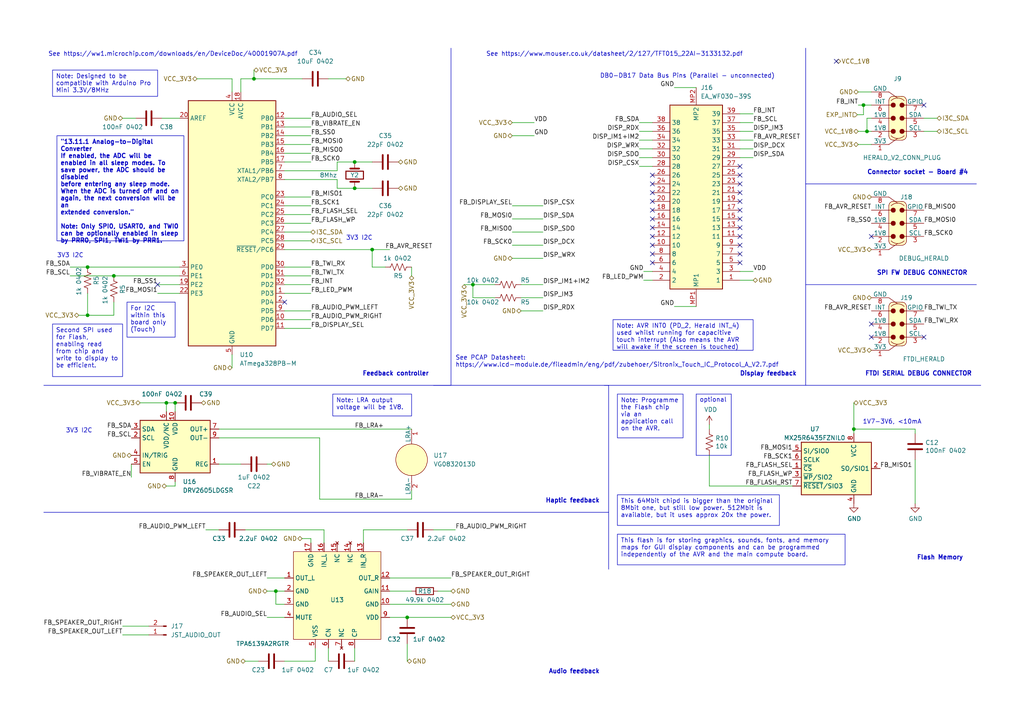
<source format=kicad_sch>
(kicad_sch (version 20230121) (generator eeschema)

  (uuid 3bddbd04-695e-467a-b662-88bab4a4a703)

  (paper "A4")

  (title_block
    (title "Display Board V1")
    (company "The Herald Project")
    (comment 1 "Copyright 2021-2023 All Rights Reserved")
    (comment 2 "Licensed under CERN OHL-P-V2")
  )

  (lib_symbols
    (symbol "Connector:Conn_01x02_Pin" (pin_names (offset 1.016) hide) (in_bom yes) (on_board yes)
      (property "Reference" "J" (at 0 2.54 0)
        (effects (font (size 1.27 1.27)))
      )
      (property "Value" "Conn_01x02_Pin" (at 0 -5.08 0)
        (effects (font (size 1.27 1.27)))
      )
      (property "Footprint" "" (at 0 0 0)
        (effects (font (size 1.27 1.27)) hide)
      )
      (property "Datasheet" "~" (at 0 0 0)
        (effects (font (size 1.27 1.27)) hide)
      )
      (property "ki_locked" "" (at 0 0 0)
        (effects (font (size 1.27 1.27)))
      )
      (property "ki_keywords" "connector" (at 0 0 0)
        (effects (font (size 1.27 1.27)) hide)
      )
      (property "ki_description" "Generic connector, single row, 01x02, script generated" (at 0 0 0)
        (effects (font (size 1.27 1.27)) hide)
      )
      (property "ki_fp_filters" "Connector*:*_1x??_*" (at 0 0 0)
        (effects (font (size 1.27 1.27)) hide)
      )
      (symbol "Conn_01x02_Pin_1_1"
        (polyline
          (pts
            (xy 1.27 -2.54)
            (xy 0.8636 -2.54)
          )
          (stroke (width 0.1524) (type default))
          (fill (type none))
        )
        (polyline
          (pts
            (xy 1.27 0)
            (xy 0.8636 0)
          )
          (stroke (width 0.1524) (type default))
          (fill (type none))
        )
        (rectangle (start 0.8636 -2.413) (end 0 -2.667)
          (stroke (width 0.1524) (type default))
          (fill (type outline))
        )
        (rectangle (start 0.8636 0.127) (end 0 -0.127)
          (stroke (width 0.1524) (type default))
          (fill (type outline))
        )
        (pin passive line (at 5.08 0 180) (length 3.81)
          (name "Pin_1" (effects (font (size 1.27 1.27))))
          (number "1" (effects (font (size 1.27 1.27))))
        )
        (pin passive line (at 5.08 -2.54 180) (length 3.81)
          (name "Pin_2" (effects (font (size 1.27 1.27))))
          (number "2" (effects (font (size 1.27 1.27))))
        )
      )
    )
    (symbol "Device:C" (pin_numbers hide) (pin_names (offset 0.254)) (in_bom yes) (on_board yes)
      (property "Reference" "C" (at 0.635 2.54 0)
        (effects (font (size 1.27 1.27)) (justify left))
      )
      (property "Value" "C" (at 0.635 -2.54 0)
        (effects (font (size 1.27 1.27)) (justify left))
      )
      (property "Footprint" "" (at 0.9652 -3.81 0)
        (effects (font (size 1.27 1.27)) hide)
      )
      (property "Datasheet" "~" (at 0 0 0)
        (effects (font (size 1.27 1.27)) hide)
      )
      (property "ki_keywords" "cap capacitor" (at 0 0 0)
        (effects (font (size 1.27 1.27)) hide)
      )
      (property "ki_description" "Unpolarized capacitor" (at 0 0 0)
        (effects (font (size 1.27 1.27)) hide)
      )
      (property "ki_fp_filters" "C_*" (at 0 0 0)
        (effects (font (size 1.27 1.27)) hide)
      )
      (symbol "C_0_1"
        (polyline
          (pts
            (xy -2.032 -0.762)
            (xy 2.032 -0.762)
          )
          (stroke (width 0.508) (type default))
          (fill (type none))
        )
        (polyline
          (pts
            (xy -2.032 0.762)
            (xy 2.032 0.762)
          )
          (stroke (width 0.508) (type default))
          (fill (type none))
        )
      )
      (symbol "C_1_1"
        (pin passive line (at 0 3.81 270) (length 2.794)
          (name "~" (effects (font (size 1.27 1.27))))
          (number "1" (effects (font (size 1.27 1.27))))
        )
        (pin passive line (at 0 -3.81 90) (length 2.794)
          (name "~" (effects (font (size 1.27 1.27))))
          (number "2" (effects (font (size 1.27 1.27))))
        )
      )
    )
    (symbol "Device:Crystal" (pin_numbers hide) (pin_names (offset 1.016) hide) (in_bom yes) (on_board yes)
      (property "Reference" "Y" (at 0 3.81 0)
        (effects (font (size 1.27 1.27)))
      )
      (property "Value" "Crystal" (at 0 -3.81 0)
        (effects (font (size 1.27 1.27)))
      )
      (property "Footprint" "" (at 0 0 0)
        (effects (font (size 1.27 1.27)) hide)
      )
      (property "Datasheet" "~" (at 0 0 0)
        (effects (font (size 1.27 1.27)) hide)
      )
      (property "ki_keywords" "quartz ceramic resonator oscillator" (at 0 0 0)
        (effects (font (size 1.27 1.27)) hide)
      )
      (property "ki_description" "Two pin crystal" (at 0 0 0)
        (effects (font (size 1.27 1.27)) hide)
      )
      (property "ki_fp_filters" "Crystal*" (at 0 0 0)
        (effects (font (size 1.27 1.27)) hide)
      )
      (symbol "Crystal_0_1"
        (rectangle (start -1.143 2.54) (end 1.143 -2.54)
          (stroke (width 0.3048) (type default))
          (fill (type none))
        )
        (polyline
          (pts
            (xy -2.54 0)
            (xy -1.905 0)
          )
          (stroke (width 0) (type default))
          (fill (type none))
        )
        (polyline
          (pts
            (xy -1.905 -1.27)
            (xy -1.905 1.27)
          )
          (stroke (width 0.508) (type default))
          (fill (type none))
        )
        (polyline
          (pts
            (xy 1.905 -1.27)
            (xy 1.905 1.27)
          )
          (stroke (width 0.508) (type default))
          (fill (type none))
        )
        (polyline
          (pts
            (xy 2.54 0)
            (xy 1.905 0)
          )
          (stroke (width 0) (type default))
          (fill (type none))
        )
      )
      (symbol "Crystal_1_1"
        (pin passive line (at -3.81 0 0) (length 1.27)
          (name "1" (effects (font (size 1.27 1.27))))
          (number "1" (effects (font (size 1.27 1.27))))
        )
        (pin passive line (at 3.81 0 180) (length 1.27)
          (name "2" (effects (font (size 1.27 1.27))))
          (number "2" (effects (font (size 1.27 1.27))))
        )
      )
    )
    (symbol "Device:R" (pin_numbers hide) (pin_names (offset 0)) (in_bom yes) (on_board yes)
      (property "Reference" "R" (at 2.032 0 90)
        (effects (font (size 1.27 1.27)))
      )
      (property "Value" "R" (at 0 0 90)
        (effects (font (size 1.27 1.27)))
      )
      (property "Footprint" "" (at -1.778 0 90)
        (effects (font (size 1.27 1.27)) hide)
      )
      (property "Datasheet" "~" (at 0 0 0)
        (effects (font (size 1.27 1.27)) hide)
      )
      (property "ki_keywords" "R res resistor" (at 0 0 0)
        (effects (font (size 1.27 1.27)) hide)
      )
      (property "ki_description" "Resistor" (at 0 0 0)
        (effects (font (size 1.27 1.27)) hide)
      )
      (property "ki_fp_filters" "R_*" (at 0 0 0)
        (effects (font (size 1.27 1.27)) hide)
      )
      (symbol "R_0_1"
        (rectangle (start -1.016 -2.54) (end 1.016 2.54)
          (stroke (width 0.254) (type default))
          (fill (type none))
        )
      )
      (symbol "R_1_1"
        (pin passive line (at 0 3.81 270) (length 1.27)
          (name "~" (effects (font (size 1.27 1.27))))
          (number "1" (effects (font (size 1.27 1.27))))
        )
        (pin passive line (at 0 -3.81 90) (length 1.27)
          (name "~" (effects (font (size 1.27 1.27))))
          (number "2" (effects (font (size 1.27 1.27))))
        )
      )
    )
    (symbol "Device:R_US" (pin_numbers hide) (pin_names (offset 0)) (in_bom yes) (on_board yes)
      (property "Reference" "R" (at 2.54 0 90)
        (effects (font (size 1.27 1.27)))
      )
      (property "Value" "R_US" (at -2.54 0 90)
        (effects (font (size 1.27 1.27)))
      )
      (property "Footprint" "" (at 1.016 -0.254 90)
        (effects (font (size 1.27 1.27)) hide)
      )
      (property "Datasheet" "~" (at 0 0 0)
        (effects (font (size 1.27 1.27)) hide)
      )
      (property "ki_keywords" "R res resistor" (at 0 0 0)
        (effects (font (size 1.27 1.27)) hide)
      )
      (property "ki_description" "Resistor, US symbol" (at 0 0 0)
        (effects (font (size 1.27 1.27)) hide)
      )
      (property "ki_fp_filters" "R_*" (at 0 0 0)
        (effects (font (size 1.27 1.27)) hide)
      )
      (symbol "R_US_0_1"
        (polyline
          (pts
            (xy 0 -2.286)
            (xy 0 -2.54)
          )
          (stroke (width 0) (type default))
          (fill (type none))
        )
        (polyline
          (pts
            (xy 0 2.286)
            (xy 0 2.54)
          )
          (stroke (width 0) (type default))
          (fill (type none))
        )
        (polyline
          (pts
            (xy 0 -0.762)
            (xy 1.016 -1.143)
            (xy 0 -1.524)
            (xy -1.016 -1.905)
            (xy 0 -2.286)
          )
          (stroke (width 0) (type default))
          (fill (type none))
        )
        (polyline
          (pts
            (xy 0 0.762)
            (xy 1.016 0.381)
            (xy 0 0)
            (xy -1.016 -0.381)
            (xy 0 -0.762)
          )
          (stroke (width 0) (type default))
          (fill (type none))
        )
        (polyline
          (pts
            (xy 0 2.286)
            (xy 1.016 1.905)
            (xy 0 1.524)
            (xy -1.016 1.143)
            (xy 0 0.762)
          )
          (stroke (width 0) (type default))
          (fill (type none))
        )
      )
      (symbol "R_US_1_1"
        (pin passive line (at 0 3.81 270) (length 1.27)
          (name "~" (effects (font (size 1.27 1.27))))
          (number "1" (effects (font (size 1.27 1.27))))
        )
        (pin passive line (at 0 -3.81 90) (length 1.27)
          (name "~" (effects (font (size 1.27 1.27))))
          (number "2" (effects (font (size 1.27 1.27))))
        )
      )
    )
    (symbol "Driver_Haptic:DRV2605LDGS" (in_bom yes) (on_board yes)
      (property "Reference" "U" (at -10.16 8.255 0)
        (effects (font (size 1.27 1.27)) (justify left bottom))
      )
      (property "Value" "DRV2605LDGS" (at 2.54 -8.89 0)
        (effects (font (size 1.27 1.27)) (justify left top))
      )
      (property "Footprint" "Package_SO:VSSOP-10_3x3mm_P0.5mm" (at 0 0 0)
        (effects (font (size 1.27 1.27) italic) hide)
      )
      (property "Datasheet" "http://www.ti.com/lit/ds/symlink/drv2605l.pdf" (at 0 0 0)
        (effects (font (size 1.27 1.27)) hide)
      )
      (property "ki_keywords" "haptic driver i2c" (at 0 0 0)
        (effects (font (size 1.27 1.27)) hide)
      )
      (property "ki_description" "Haptic driver for LRAs and ERMs with effect library, 2-5.2V, VSSOP-10" (at 0 0 0)
        (effects (font (size 1.27 1.27)) hide)
      )
      (property "ki_fp_filters" "VSSOP*3x3mm*P0.5mm*" (at 0 0 0)
        (effects (font (size 1.27 1.27)) hide)
      )
      (symbol "DRV2605LDGS_0_1"
        (rectangle (start -10.16 7.62) (end 10.16 -7.62)
          (stroke (width 0.254) (type default))
          (fill (type background))
        )
      )
      (symbol "DRV2605LDGS_1_1"
        (pin passive line (at 12.7 -5.08 180) (length 2.54)
          (name "REG" (effects (font (size 1.27 1.27))))
          (number "1" (effects (font (size 1.27 1.27))))
        )
        (pin power_in line (at 0 10.16 270) (length 2.54)
          (name "VDD" (effects (font (size 1.27 1.27))))
          (number "10" (effects (font (size 1.27 1.27))))
        )
        (pin input line (at -12.7 2.54 0) (length 2.54)
          (name "SCL" (effects (font (size 1.27 1.27))))
          (number "2" (effects (font (size 1.27 1.27))))
        )
        (pin bidirectional line (at -12.7 5.08 0) (length 2.54)
          (name "SDA" (effects (font (size 1.27 1.27))))
          (number "3" (effects (font (size 1.27 1.27))))
        )
        (pin input line (at -12.7 -2.54 0) (length 2.54)
          (name "IN/TRIG" (effects (font (size 1.27 1.27))))
          (number "4" (effects (font (size 1.27 1.27))))
        )
        (pin input line (at -12.7 -5.08 0) (length 2.54)
          (name "EN" (effects (font (size 1.27 1.27))))
          (number "5" (effects (font (size 1.27 1.27))))
        )
        (pin power_in line (at -2.54 10.16 270) (length 2.54)
          (name "VDD/NC" (effects (font (size 1.27 1.27))))
          (number "6" (effects (font (size 1.27 1.27))))
        )
        (pin output line (at 12.7 5.08 180) (length 2.54)
          (name "OUT+" (effects (font (size 1.27 1.27))))
          (number "7" (effects (font (size 1.27 1.27))))
        )
        (pin power_in line (at 0 -10.16 90) (length 2.54)
          (name "GND" (effects (font (size 1.27 1.27))))
          (number "8" (effects (font (size 1.27 1.27))))
        )
        (pin output line (at 12.7 2.54 180) (length 2.54)
          (name "OUT-" (effects (font (size 1.27 1.27))))
          (number "9" (effects (font (size 1.27 1.27))))
        )
      )
    )
    (symbol "Herald_Extras:EA_WF030-39S" (in_bom yes) (on_board yes)
      (property "Reference" "J" (at 59.69 12.7 0)
        (effects (font (size 1.27 1.27)) (justify left top))
      )
      (property "Value" "EA_WF030-39S" (at 59.69 10.16 0)
        (effects (font (size 1.27 1.27)) (justify left top))
      )
      (property "Footprint" "Herald:EAWF03039S" (at 59.69 -89.84 0)
        (effects (font (size 1.27 1.27)) (justify left top) hide)
      )
      (property "Datasheet" "https://www.mouser.de/datasheet/2/127/WF030_39S-2887074.pdf" (at 59.69 -189.84 0)
        (effects (font (size 1.27 1.27)) (justify left top) hide)
      )
      (property "Height" "1.1" (at 59.69 -389.84 0)
        (effects (font (size 1.27 1.27)) (justify left top) hide)
      )
      (property "Mouser Part Number" "790-EAWF03039S" (at 59.69 -489.84 0)
        (effects (font (size 1.27 1.27)) (justify left top) hide)
      )
      (property "Mouser Price/Stock" "https://www.mouser.co.uk/ProductDetail/ELECTRONIC-ASSEMBLY/EA-WF030-39S?qs=T3oQrply3y9IZbdVkYmIcQ%3D%3D" (at 59.69 -589.84 0)
        (effects (font (size 1.27 1.27)) (justify left top) hide)
      )
      (property "Manufacturer_Name" "Display Visions" (at 59.69 -689.84 0)
        (effects (font (size 1.27 1.27)) (justify left top) hide)
      )
      (property "Manufacturer_Part_Number" "EA WF030-39S" (at 59.69 -789.84 0)
        (effects (font (size 1.27 1.27)) (justify left top) hide)
      )
      (property "ki_description" "TFT Displays & Accessories ZIF CONNECTOR .3MM BOTTOM CONTACT" (at 0 0 0)
        (effects (font (size 1.27 1.27)) hide)
      )
      (symbol "EA_WF030-39S_1_1"
        (rectangle (start 5.08 7.62) (end 58.42 -7.62)
          (stroke (width 0.254) (type default))
          (fill (type background))
        )
        (pin passive line (at 7.62 -12.7 90) (length 5.08)
          (name "1" (effects (font (size 1.27 1.27))))
          (number "1" (effects (font (size 1.27 1.27))))
        )
        (pin passive line (at 17.78 12.7 270) (length 5.08)
          (name "10" (effects (font (size 1.27 1.27))))
          (number "10" (effects (font (size 1.27 1.27))))
        )
        (pin passive line (at 20.32 -12.7 90) (length 5.08)
          (name "11" (effects (font (size 1.27 1.27))))
          (number "11" (effects (font (size 1.27 1.27))))
        )
        (pin passive line (at 20.32 12.7 270) (length 5.08)
          (name "12" (effects (font (size 1.27 1.27))))
          (number "12" (effects (font (size 1.27 1.27))))
        )
        (pin passive line (at 22.86 -12.7 90) (length 5.08)
          (name "13" (effects (font (size 1.27 1.27))))
          (number "13" (effects (font (size 1.27 1.27))))
        )
        (pin passive line (at 22.86 12.7 270) (length 5.08)
          (name "14" (effects (font (size 1.27 1.27))))
          (number "14" (effects (font (size 1.27 1.27))))
        )
        (pin passive line (at 25.4 -12.7 90) (length 5.08)
          (name "15" (effects (font (size 1.27 1.27))))
          (number "15" (effects (font (size 1.27 1.27))))
        )
        (pin passive line (at 25.4 12.7 270) (length 5.08)
          (name "16" (effects (font (size 1.27 1.27))))
          (number "16" (effects (font (size 1.27 1.27))))
        )
        (pin passive line (at 27.94 -12.7 90) (length 5.08)
          (name "17" (effects (font (size 1.27 1.27))))
          (number "17" (effects (font (size 1.27 1.27))))
        )
        (pin passive line (at 27.94 12.7 270) (length 5.08)
          (name "18" (effects (font (size 1.27 1.27))))
          (number "18" (effects (font (size 1.27 1.27))))
        )
        (pin passive line (at 30.48 -12.7 90) (length 5.08)
          (name "19" (effects (font (size 1.27 1.27))))
          (number "19" (effects (font (size 1.27 1.27))))
        )
        (pin passive line (at 7.62 12.7 270) (length 5.08)
          (name "2" (effects (font (size 1.27 1.27))))
          (number "2" (effects (font (size 1.27 1.27))))
        )
        (pin passive line (at 30.48 12.7 270) (length 5.08)
          (name "20" (effects (font (size 1.27 1.27))))
          (number "20" (effects (font (size 1.27 1.27))))
        )
        (pin passive line (at 33.02 -12.7 90) (length 5.08)
          (name "21" (effects (font (size 1.27 1.27))))
          (number "21" (effects (font (size 1.27 1.27))))
        )
        (pin passive line (at 33.02 12.7 270) (length 5.08)
          (name "22" (effects (font (size 1.27 1.27))))
          (number "22" (effects (font (size 1.27 1.27))))
        )
        (pin passive line (at 35.56 -12.7 90) (length 5.08)
          (name "23" (effects (font (size 1.27 1.27))))
          (number "23" (effects (font (size 1.27 1.27))))
        )
        (pin passive line (at 35.56 12.7 270) (length 5.08)
          (name "24" (effects (font (size 1.27 1.27))))
          (number "24" (effects (font (size 1.27 1.27))))
        )
        (pin passive line (at 38.1 -12.7 90) (length 5.08)
          (name "25" (effects (font (size 1.27 1.27))))
          (number "25" (effects (font (size 1.27 1.27))))
        )
        (pin passive line (at 38.1 12.7 270) (length 5.08)
          (name "26" (effects (font (size 1.27 1.27))))
          (number "26" (effects (font (size 1.27 1.27))))
        )
        (pin passive line (at 40.64 -12.7 90) (length 5.08)
          (name "27" (effects (font (size 1.27 1.27))))
          (number "27" (effects (font (size 1.27 1.27))))
        )
        (pin passive line (at 40.64 12.7 270) (length 5.08)
          (name "28" (effects (font (size 1.27 1.27))))
          (number "28" (effects (font (size 1.27 1.27))))
        )
        (pin passive line (at 43.18 -12.7 90) (length 5.08)
          (name "29" (effects (font (size 1.27 1.27))))
          (number "29" (effects (font (size 1.27 1.27))))
        )
        (pin passive line (at 10.16 -12.7 90) (length 5.08)
          (name "3" (effects (font (size 1.27 1.27))))
          (number "3" (effects (font (size 1.27 1.27))))
        )
        (pin passive line (at 43.18 12.7 270) (length 5.08)
          (name "30" (effects (font (size 1.27 1.27))))
          (number "30" (effects (font (size 1.27 1.27))))
        )
        (pin passive line (at 45.72 -12.7 90) (length 5.08)
          (name "31" (effects (font (size 1.27 1.27))))
          (number "31" (effects (font (size 1.27 1.27))))
        )
        (pin passive line (at 45.72 12.7 270) (length 5.08)
          (name "32" (effects (font (size 1.27 1.27))))
          (number "32" (effects (font (size 1.27 1.27))))
        )
        (pin passive line (at 48.26 -12.7 90) (length 5.08)
          (name "33" (effects (font (size 1.27 1.27))))
          (number "33" (effects (font (size 1.27 1.27))))
        )
        (pin passive line (at 48.26 12.7 270) (length 5.08)
          (name "34" (effects (font (size 1.27 1.27))))
          (number "34" (effects (font (size 1.27 1.27))))
        )
        (pin passive line (at 50.8 -12.7 90) (length 5.08)
          (name "35" (effects (font (size 1.27 1.27))))
          (number "35" (effects (font (size 1.27 1.27))))
        )
        (pin passive line (at 50.8 12.7 270) (length 5.08)
          (name "36" (effects (font (size 1.27 1.27))))
          (number "36" (effects (font (size 1.27 1.27))))
        )
        (pin passive line (at 53.34 -12.7 90) (length 5.08)
          (name "37" (effects (font (size 1.27 1.27))))
          (number "37" (effects (font (size 1.27 1.27))))
        )
        (pin passive line (at 53.34 12.7 270) (length 5.08)
          (name "38" (effects (font (size 1.27 1.27))))
          (number "38" (effects (font (size 1.27 1.27))))
        )
        (pin passive line (at 55.88 -12.7 90) (length 5.08)
          (name "39" (effects (font (size 1.27 1.27))))
          (number "39" (effects (font (size 1.27 1.27))))
        )
        (pin passive line (at 10.16 12.7 270) (length 5.08)
          (name "4" (effects (font (size 1.27 1.27))))
          (number "4" (effects (font (size 1.27 1.27))))
        )
        (pin passive line (at 12.7 -12.7 90) (length 5.08)
          (name "5" (effects (font (size 1.27 1.27))))
          (number "5" (effects (font (size 1.27 1.27))))
        )
        (pin passive line (at 12.7 12.7 270) (length 5.08)
          (name "6" (effects (font (size 1.27 1.27))))
          (number "6" (effects (font (size 1.27 1.27))))
        )
        (pin passive line (at 15.24 -12.7 90) (length 5.08)
          (name "7" (effects (font (size 1.27 1.27))))
          (number "7" (effects (font (size 1.27 1.27))))
        )
        (pin passive line (at 15.24 12.7 270) (length 5.08)
          (name "8" (effects (font (size 1.27 1.27))))
          (number "8" (effects (font (size 1.27 1.27))))
        )
        (pin passive line (at 17.78 -12.7 90) (length 5.08)
          (name "9" (effects (font (size 1.27 1.27))))
          (number "9" (effects (font (size 1.27 1.27))))
        )
        (pin passive line (at 0 0 0) (length 5.08)
          (name "MP1" (effects (font (size 1.27 1.27))))
          (number "MP1" (effects (font (size 1.27 1.27))))
        )
        (pin passive line (at 63.5 0 180) (length 5.08)
          (name "MP2" (effects (font (size 1.27 1.27))))
          (number "MP2" (effects (font (size 1.27 1.27))))
        )
      )
    )
    (symbol "Herald_Extras:HERALD_V2_CONN_PLUG" (pin_names (offset 0)) (in_bom yes) (on_board yes)
      (property "Reference" "J" (at 0 11.43 0)
        (effects (font (size 1.27 1.27)))
      )
      (property "Value" "HERALD_V2_CONN_PLUG" (at 0 -11.43 0)
        (effects (font (size 1.27 1.27)))
      )
      (property "Footprint" "" (at 0 3.81 0)
        (effects (font (size 1.27 1.27)) hide)
      )
      (property "Datasheet" "https://ele.kyocera.com/assets/products/connector/specification/201035861003.pdf" (at 1.27 -15.24 0)
        (effects (font (size 1.27 1.27)) hide)
      )
      (property "ki_keywords" "kyocera, 245861006004829+, 5861, herald, plug" (at 0 0 0)
        (effects (font (size 1.27 1.27)) hide)
      )
      (property "ki_description" "Herald extension boards plug connector. Kyocera 245861006004829+" (at 0 0 0)
        (effects (font (size 1.27 1.27)) hide)
      )
      (symbol "HERALD_V2_CONN_PLUG_0_1"
        (polyline
          (pts
            (xy -2.54 -7.62)
            (xy 0 -5.842)
          )
          (stroke (width 0) (type default))
          (fill (type none))
        )
        (polyline
          (pts
            (xy -2.54 -3.81)
            (xy -1.905 -3.81)
          )
          (stroke (width 0) (type default))
          (fill (type none))
        )
        (polyline
          (pts
            (xy -2.54 0)
            (xy -1.905 0)
          )
          (stroke (width 0) (type default))
          (fill (type none))
        )
        (polyline
          (pts
            (xy -2.54 3.81)
            (xy -1.905 3.81)
          )
          (stroke (width 0) (type default))
          (fill (type none))
        )
        (polyline
          (pts
            (xy -2.54 7.62)
            (xy 0 5.842)
          )
          (stroke (width 0) (type default))
          (fill (type none))
        )
        (polyline
          (pts
            (xy 2.54 -3.81)
            (xy 1.905 -3.81)
          )
          (stroke (width 0) (type default))
          (fill (type none))
        )
        (polyline
          (pts
            (xy 2.54 0)
            (xy 1.905 0)
          )
          (stroke (width 0) (type default))
          (fill (type none))
        )
        (polyline
          (pts
            (xy 2.54 3.81)
            (xy 1.905 3.81)
          )
          (stroke (width 0) (type default))
          (fill (type none))
        )
      )
      (symbol "HERALD_V2_CONN_PLUG_1_1"
        (arc (start -2.54 -5.08) (mid -2.168 -5.978) (end -1.27 -6.35)
          (stroke (width 0) (type default))
          (fill (type background))
        )
        (rectangle (start -2.54 5.08) (end 2.54 -5.08)
          (stroke (width -0.0001) (type default))
          (fill (type background))
        )
        (arc (start -1.905 -5.08) (mid 0 -5.8677) (end 1.905 -5.08)
          (stroke (width 0) (type default))
          (fill (type none))
        )
        (rectangle (start -1.27 -5.08) (end 1.27 -6.35)
          (stroke (width -0.0001) (type default))
          (fill (type background))
        )
        (circle (center -1.27 -3.81) (radius 0.635)
          (stroke (width 0) (type default))
          (fill (type outline))
        )
        (circle (center -1.27 0) (radius 0.635)
          (stroke (width 0) (type default))
          (fill (type outline))
        )
        (circle (center -1.27 3.81) (radius 0.635)
          (stroke (width 0) (type default))
          (fill (type outline))
        )
        (arc (start -1.27 6.35) (mid -2.168 5.978) (end -2.54 5.08)
          (stroke (width 0) (type default))
          (fill (type background))
        )
        (rectangle (start -1.27 6.35) (end 1.27 5.08)
          (stroke (width -0.0001) (type default))
          (fill (type background))
        )
        (polyline
          (pts
            (xy -2.54 5.08)
            (xy -2.54 -5.08)
          )
          (stroke (width 0) (type default))
          (fill (type none))
        )
        (polyline
          (pts
            (xy -1.27 -6.35)
            (xy 1.27 -6.35)
          )
          (stroke (width 0) (type default))
          (fill (type none))
        )
        (polyline
          (pts
            (xy -1.27 6.35)
            (xy 1.27 6.35)
          )
          (stroke (width 0) (type default))
          (fill (type none))
        )
        (polyline
          (pts
            (xy 2.54 -5.08)
            (xy 2.54 5.08)
          )
          (stroke (width 0) (type default))
          (fill (type none))
        )
        (arc (start 1.27 -6.35) (mid 2.168 -5.978) (end 2.54 -5.08)
          (stroke (width 0) (type default))
          (fill (type background))
        )
        (circle (center 1.27 -3.81) (radius 0.635)
          (stroke (width 0) (type default))
          (fill (type outline))
        )
        (circle (center 1.27 0) (radius 0.635)
          (stroke (width 0) (type default))
          (fill (type outline))
        )
        (circle (center 1.27 3.81) (radius 0.635)
          (stroke (width 0) (type default))
          (fill (type outline))
        )
        (arc (start 1.905 5.0841) (mid 0 5.872) (end -1.905 5.0841)
          (stroke (width 0) (type default))
          (fill (type none))
        )
        (arc (start 2.54 5.08) (mid 2.168 5.978) (end 1.27 6.35)
          (stroke (width 0) (type default))
          (fill (type background))
        )
        (text private "Note: Signal (and 1V8 pins) are each max 0.5A, 3V3 and GND are both max 5A" (at 1.27 -22.86 0)
          (effects (font (face "KiCad Font") (size 1.27 1.27)))
        )
        (text private "Note: You MUST join both 1V8 pins together immediately to allow greater current." (at 1.27 -19.05 0)
          (effects (font (face "KiCad Font") (size 1.27 1.27)))
        )
        (pin passive line (at -7.62 -7.62 0) (length 5.08)
          (name "3V3" (effects (font (size 1.27 1.27))))
          (number "1" (effects (font (size 1.27 1.27))))
        )
        (pin passive line (at -7.62 -3.81 0) (length 5.08)
          (name "1V8" (effects (font (size 1.27 1.27))))
          (number "2" (effects (font (size 1.27 1.27))))
        )
        (pin passive line (at 7.62 -3.81 180) (length 5.08)
          (name "SCL" (effects (font (size 1.27 1.27))))
          (number "3" (effects (font (size 1.27 1.27))))
        )
        (pin passive line (at -7.62 0 0) (length 5.08)
          (name "1V8" (effects (font (size 1.27 1.27))))
          (number "4" (effects (font (size 1.27 1.27))))
        )
        (pin bidirectional line (at 7.62 0 180) (length 5.08)
          (name "SDA" (effects (font (size 1.27 1.27))))
          (number "5" (effects (font (size 1.27 1.27))))
        )
        (pin bidirectional line (at -7.62 3.81 0) (length 5.08)
          (name "INT" (effects (font (size 1.27 1.27))))
          (number "6" (effects (font (size 1.27 1.27))))
        )
        (pin bidirectional line (at 7.62 3.81 180) (length 5.08)
          (name "GPIO" (effects (font (size 1.27 1.27))))
          (number "7" (effects (font (size 1.27 1.27))))
        )
        (pin passive line (at -7.62 7.62 0) (length 5.08)
          (name "GND" (effects (font (size 1.27 1.27))))
          (number "8" (effects (font (size 1.27 1.27))))
        )
      )
    )
    (symbol "Herald_Extras:LRA-C08-005.001" (pin_names (offset 0)) (in_bom yes) (on_board yes)
      (property "Reference" "U" (at 0 0 0)
        (effects (font (size 1.27 1.27)))
      )
      (property "Value" "LRA-C08-005.001" (at 11.43 -5.08 0)
        (effects (font (size 1.27 1.27)))
      )
      (property "Footprint" "" (at 0 0 0)
        (effects (font (size 1.27 1.27)) hide)
      )
      (property "Datasheet" "https://catalogue.precisionmicrodrives.com/product/datasheet/c08-005-001-8mm-linear-resonant-actuator-3mm-type-datasheet.pdf" (at 0 -13.97 0)
        (effects (font (size 1.27 1.27)) hide)
      )
      (property "ki_keywords" "LRA,haptic,precision,herald" (at 0 0 0)
        (effects (font (size 1.27 1.27)) hide)
      )
      (property "ki_description" "Linear Resonant Actuator from Precision Microdrives. 8mm diameter." (at 0 0 0)
        (effects (font (size 1.27 1.27)) hide)
      )
      (symbol "LRA-C08-005.001_0_1"
        (polyline
          (pts
            (xy 0 -6.35)
            (xy 0 -4.572)
          )
          (stroke (width 0) (type default))
          (fill (type none))
        )
        (polyline
          (pts
            (xy 0 6.35)
            (xy 0 4.572)
          )
          (stroke (width 0) (type default))
          (fill (type none))
        )
      )
      (symbol "LRA-C08-005.001_1_1"
        (circle (center 0 0) (radius 4.5791)
          (stroke (width 0) (type default))
          (fill (type background))
        )
        (pin bidirectional line (at 0 8.89 270) (length 2.54)
          (name "LRA+" (effects (font (size 1.27 1.27))))
          (number "1" (effects (font (size 1.27 1.27))))
        )
        (pin bidirectional line (at 0 -8.89 90) (length 2.54)
          (name "LRA-" (effects (font (size 1.27 1.27))))
          (number "2" (effects (font (size 1.27 1.27))))
        )
      )
    )
    (symbol "Herald_Extras:MX25R8035FZxxx0" (in_bom yes) (on_board yes)
      (property "Reference" "U" (at -6.35 11.43 0)
        (effects (font (size 1.27 1.27)))
      )
      (property "Value" "MX25R8035FZxxx0" (at -6.35 8.89 0)
        (effects (font (size 1.27 1.27)))
      )
      (property "Footprint" "" (at 0 -15.24 0)
        (effects (font (size 1.27 1.27)) hide)
      )
      (property "Datasheet" "https://www.macronix.com/Lists/Datasheet/Attachments/7934/MX25R8035F,%20Wide%20Range,%208Mb,%20v1.6.pdf" (at 0 0 0)
        (effects (font (size 1.27 1.27)) hide)
      )
      (property "ki_keywords" "flash 1.65V-3.6V" (at 0 0 0)
        (effects (font (size 1.27 1.27)) hide)
      )
      (property "ki_description" "8-Mbit, Ultra-low Power, Wide Range VCC, Serial Flash Memory, Reset Pin, USON-8/WSON-8" (at 0 0 0)
        (effects (font (size 1.27 1.27)) hide)
      )
      (property "ki_fp_filters" "WSON-8*1EP*6x5mm*P1.27mm* USON-8*2x3mm*P0.5mm*" (at 0 0 0)
        (effects (font (size 1.27 1.27)) hide)
      )
      (symbol "MX25R8035FZxxx0_1_1"
        (rectangle (start -10.16 7.62) (end 10.16 -7.62)
          (stroke (width 0.254) (type solid))
          (fill (type background))
        )
        (pin input line (at -12.7 0 0) (length 2.54)
          (name "~{CS}" (effects (font (size 1.27 1.27))))
          (number "1" (effects (font (size 1.27 1.27))))
        )
        (pin bidirectional line (at 12.7 0 180) (length 2.54)
          (name "SO/SIO1" (effects (font (size 1.27 1.27))))
          (number "2" (effects (font (size 1.27 1.27))))
        )
        (pin bidirectional line (at -12.7 -2.54 0) (length 2.54)
          (name "~{WP}/SIO2" (effects (font (size 1.27 1.27))))
          (number "3" (effects (font (size 1.27 1.27))))
        )
        (pin power_in line (at 5.08 -10.16 90) (length 2.54)
          (name "GND" (effects (font (size 1.27 1.27))))
          (number "4" (effects (font (size 1.27 1.27))))
        )
        (pin bidirectional line (at -12.7 5.08 0) (length 2.54)
          (name "SI/SIO0" (effects (font (size 1.27 1.27))))
          (number "5" (effects (font (size 1.27 1.27))))
        )
        (pin input line (at -12.7 2.54 0) (length 2.54)
          (name "SCLK" (effects (font (size 1.27 1.27))))
          (number "6" (effects (font (size 1.27 1.27))))
        )
        (pin bidirectional line (at -12.7 -5.08 0) (length 2.54)
          (name "~{RESET}/SIO3" (effects (font (size 1.27 1.27))))
          (number "7" (effects (font (size 1.27 1.27))))
        )
        (pin power_in line (at 5.08 10.16 270) (length 2.54)
          (name "VCC" (effects (font (size 1.27 1.27))))
          (number "8" (effects (font (size 1.27 1.27))))
        )
        (pin passive line (at 5.08 -10.16 90) (length 2.54) hide
          (name "GND" (effects (font (size 1.27 1.27))))
          (number "EP" (effects (font (size 1.27 1.27))))
        )
      )
    )
    (symbol "Herald_Extras:TPA6139A2" (in_bom yes) (on_board yes)
      (property "Reference" "U" (at -12.7 13.97 0)
        (effects (font (size 1.27 1.27)))
      )
      (property "Value" "TPA6139A2RGTR" (at 15.24 -13.97 0)
        (effects (font (size 1.27 1.27)))
      )
      (property "Footprint" "Package_DFN_QFN:TQFN-16-1EP_3x3mm_P0.5mm_EP1.6x1.6mm" (at 0 -27.94 0)
        (effects (font (size 1.27 1.27)) hide)
      )
      (property "Datasheet" "https://www.ti.com/lit/ds/symlink/tpa6139a2.pdf" (at 1.27 -30.48 0)
        (effects (font (size 1.27 1.27)) hide)
      )
      (property "ki_keywords" "amp,amplifier,stereo" (at 0 0 0)
        (effects (font (size 1.27 1.27)) hide)
      )
      (property "ki_description" "VQFN Footprint TPA6139A2RGTR" (at 0 0 0)
        (effects (font (size 1.27 1.27)) hide)
      )
      (symbol "TPA6139A2_1_1"
        (rectangle (start -12.7 12.7) (end 12.7 -12.7)
          (stroke (width 0) (type default))
          (fill (type background))
        )
        (pin output line (at -15.24 5.08 0) (length 2.54)
          (name "OUT_L" (effects (font (size 1.27 1.27))))
          (number "1" (effects (font (size 1.27 1.27))))
        )
        (pin passive line (at 15.24 -2.54 180) (length 2.54)
          (name "GND" (effects (font (size 1.27 1.27))))
          (number "10" (effects (font (size 1.27 1.27))))
        )
        (pin passive line (at 15.24 1.27 180) (length 2.54)
          (name "GAIN" (effects (font (size 1.27 1.27))))
          (number "11" (effects (font (size 1.27 1.27))))
        )
        (pin output line (at 15.24 5.08 180) (length 2.54)
          (name "OUT_R" (effects (font (size 1.27 1.27))))
          (number "12" (effects (font (size 1.27 1.27))))
        )
        (pin input line (at 7.62 15.24 270) (length 2.54)
          (name "IN_R" (effects (font (size 1.27 1.27))))
          (number "13" (effects (font (size 1.27 1.27))))
        )
        (pin no_connect line (at 3.81 15.24 270) (length 2.54)
          (name "NC" (effects (font (size 1.27 1.27))))
          (number "14" (effects (font (size 1.27 1.27))))
        )
        (pin no_connect line (at 0 15.24 270) (length 2.54)
          (name "NC" (effects (font (size 1.27 1.27))))
          (number "15" (effects (font (size 1.27 1.27))))
        )
        (pin input line (at -3.81 15.24 270) (length 2.54)
          (name "IN_L" (effects (font (size 1.27 1.27))))
          (number "16" (effects (font (size 1.27 1.27))))
        )
        (pin passive line (at -7.62 15.24 270) (length 2.54)
          (name "GND" (effects (font (size 1.27 1.27))))
          (number "17" (effects (font (size 1.27 1.27))))
        )
        (pin passive line (at -15.24 1.27 0) (length 2.54)
          (name "GND" (effects (font (size 1.27 1.27))))
          (number "2" (effects (font (size 1.27 1.27))))
        )
        (pin passive line (at -15.24 -2.54 0) (length 2.54)
          (name "GND" (effects (font (size 1.27 1.27))))
          (number "3" (effects (font (size 1.27 1.27))))
        )
        (pin passive line (at -15.24 -6.35 0) (length 2.54)
          (name "MUTE" (effects (font (size 1.27 1.27))))
          (number "4" (effects (font (size 1.27 1.27))))
        )
        (pin passive line (at -6.35 -15.24 90) (length 2.54)
          (name "VSS" (effects (font (size 1.27 1.27))))
          (number "5" (effects (font (size 1.27 1.27))))
        )
        (pin bidirectional line (at -2.54 -15.24 90) (length 2.54)
          (name "CN" (effects (font (size 1.27 1.27))))
          (number "6" (effects (font (size 1.27 1.27))))
        )
        (pin no_connect line (at 1.27 -15.24 90) (length 2.54)
          (name "NC" (effects (font (size 1.27 1.27))))
          (number "7" (effects (font (size 1.27 1.27))))
        )
        (pin bidirectional line (at 5.08 -15.24 90) (length 2.54)
          (name "CP" (effects (font (size 1.27 1.27))))
          (number "8" (effects (font (size 1.27 1.27))))
        )
        (pin power_in line (at 15.24 -6.35 180) (length 2.54)
          (name "VDD" (effects (font (size 1.27 1.27))))
          (number "9" (effects (font (size 1.27 1.27))))
        )
      )
    )
    (symbol "MCU_Microchip_ATmega:ATmega328PB-M" (in_bom yes) (on_board yes)
      (property "Reference" "U" (at -12.7 36.83 0)
        (effects (font (size 1.27 1.27)) (justify left bottom))
      )
      (property "Value" "ATmega328PB-M" (at 2.54 -36.83 0)
        (effects (font (size 1.27 1.27)) (justify left top))
      )
      (property "Footprint" "Package_DFN_QFN:QFN-32-1EP_5x5mm_P0.5mm_EP3.1x3.1mm" (at 0 0 0)
        (effects (font (size 1.27 1.27) italic) hide)
      )
      (property "Datasheet" "http://ww1.microchip.com/downloads/en/DeviceDoc/40001906C.pdf" (at 0 0 0)
        (effects (font (size 1.27 1.27)) hide)
      )
      (property "ki_keywords" "AVR 8bit Microcontroller MegaAVR" (at 0 0 0)
        (effects (font (size 1.27 1.27)) hide)
      )
      (property "ki_description" "20MHz, 32kB Flash, 2kB SRAM, 1kB EEPROM, QFN-32" (at 0 0 0)
        (effects (font (size 1.27 1.27)) hide)
      )
      (property "ki_fp_filters" "QFN*1EP*5x5mm*P0.5mm*" (at 0 0 0)
        (effects (font (size 1.27 1.27)) hide)
      )
      (symbol "ATmega328PB-M_0_1"
        (rectangle (start -12.7 -35.56) (end 12.7 35.56)
          (stroke (width 0.254) (type default))
          (fill (type background))
        )
      )
      (symbol "ATmega328PB-M_1_1"
        (pin bidirectional line (at 15.24 -20.32 180) (length 2.54)
          (name "PD3" (effects (font (size 1.27 1.27))))
          (number "1" (effects (font (size 1.27 1.27))))
        )
        (pin bidirectional line (at 15.24 -27.94 180) (length 2.54)
          (name "PD6" (effects (font (size 1.27 1.27))))
          (number "10" (effects (font (size 1.27 1.27))))
        )
        (pin bidirectional line (at 15.24 -30.48 180) (length 2.54)
          (name "PD7" (effects (font (size 1.27 1.27))))
          (number "11" (effects (font (size 1.27 1.27))))
        )
        (pin bidirectional line (at 15.24 30.48 180) (length 2.54)
          (name "PB0" (effects (font (size 1.27 1.27))))
          (number "12" (effects (font (size 1.27 1.27))))
        )
        (pin bidirectional line (at 15.24 27.94 180) (length 2.54)
          (name "PB1" (effects (font (size 1.27 1.27))))
          (number "13" (effects (font (size 1.27 1.27))))
        )
        (pin bidirectional line (at 15.24 25.4 180) (length 2.54)
          (name "PB2" (effects (font (size 1.27 1.27))))
          (number "14" (effects (font (size 1.27 1.27))))
        )
        (pin bidirectional line (at 15.24 22.86 180) (length 2.54)
          (name "PB3" (effects (font (size 1.27 1.27))))
          (number "15" (effects (font (size 1.27 1.27))))
        )
        (pin bidirectional line (at 15.24 20.32 180) (length 2.54)
          (name "PB4" (effects (font (size 1.27 1.27))))
          (number "16" (effects (font (size 1.27 1.27))))
        )
        (pin bidirectional line (at 15.24 17.78 180) (length 2.54)
          (name "PB5" (effects (font (size 1.27 1.27))))
          (number "17" (effects (font (size 1.27 1.27))))
        )
        (pin power_in line (at 2.54 38.1 270) (length 2.54)
          (name "AVCC" (effects (font (size 1.27 1.27))))
          (number "18" (effects (font (size 1.27 1.27))))
        )
        (pin bidirectional line (at -15.24 -17.78 0) (length 2.54)
          (name "PE2" (effects (font (size 1.27 1.27))))
          (number "19" (effects (font (size 1.27 1.27))))
        )
        (pin bidirectional line (at 15.24 -22.86 180) (length 2.54)
          (name "PD4" (effects (font (size 1.27 1.27))))
          (number "2" (effects (font (size 1.27 1.27))))
        )
        (pin passive line (at -15.24 30.48 0) (length 2.54)
          (name "AREF" (effects (font (size 1.27 1.27))))
          (number "20" (effects (font (size 1.27 1.27))))
        )
        (pin passive line (at 0 -38.1 90) (length 2.54) hide
          (name "GND" (effects (font (size 1.27 1.27))))
          (number "21" (effects (font (size 1.27 1.27))))
        )
        (pin bidirectional line (at -15.24 -20.32 0) (length 2.54)
          (name "PE3" (effects (font (size 1.27 1.27))))
          (number "22" (effects (font (size 1.27 1.27))))
        )
        (pin bidirectional line (at 15.24 7.62 180) (length 2.54)
          (name "PC0" (effects (font (size 1.27 1.27))))
          (number "23" (effects (font (size 1.27 1.27))))
        )
        (pin bidirectional line (at 15.24 5.08 180) (length 2.54)
          (name "PC1" (effects (font (size 1.27 1.27))))
          (number "24" (effects (font (size 1.27 1.27))))
        )
        (pin bidirectional line (at 15.24 2.54 180) (length 2.54)
          (name "PC2" (effects (font (size 1.27 1.27))))
          (number "25" (effects (font (size 1.27 1.27))))
        )
        (pin bidirectional line (at 15.24 0 180) (length 2.54)
          (name "PC3" (effects (font (size 1.27 1.27))))
          (number "26" (effects (font (size 1.27 1.27))))
        )
        (pin bidirectional line (at 15.24 -2.54 180) (length 2.54)
          (name "PC4" (effects (font (size 1.27 1.27))))
          (number "27" (effects (font (size 1.27 1.27))))
        )
        (pin bidirectional line (at 15.24 -5.08 180) (length 2.54)
          (name "PC5" (effects (font (size 1.27 1.27))))
          (number "28" (effects (font (size 1.27 1.27))))
        )
        (pin bidirectional line (at 15.24 -7.62 180) (length 2.54)
          (name "~{RESET}/PC6" (effects (font (size 1.27 1.27))))
          (number "29" (effects (font (size 1.27 1.27))))
        )
        (pin bidirectional line (at -15.24 -12.7 0) (length 2.54)
          (name "PE0" (effects (font (size 1.27 1.27))))
          (number "3" (effects (font (size 1.27 1.27))))
        )
        (pin bidirectional line (at 15.24 -12.7 180) (length 2.54)
          (name "PD0" (effects (font (size 1.27 1.27))))
          (number "30" (effects (font (size 1.27 1.27))))
        )
        (pin bidirectional line (at 15.24 -15.24 180) (length 2.54)
          (name "PD1" (effects (font (size 1.27 1.27))))
          (number "31" (effects (font (size 1.27 1.27))))
        )
        (pin bidirectional line (at 15.24 -17.78 180) (length 2.54)
          (name "PD2" (effects (font (size 1.27 1.27))))
          (number "32" (effects (font (size 1.27 1.27))))
        )
        (pin passive line (at 0 -38.1 90) (length 2.54) hide
          (name "GND" (effects (font (size 1.27 1.27))))
          (number "33" (effects (font (size 1.27 1.27))))
        )
        (pin power_in line (at 0 38.1 270) (length 2.54)
          (name "VCC" (effects (font (size 1.27 1.27))))
          (number "4" (effects (font (size 1.27 1.27))))
        )
        (pin power_in line (at 0 -38.1 90) (length 2.54)
          (name "GND" (effects (font (size 1.27 1.27))))
          (number "5" (effects (font (size 1.27 1.27))))
        )
        (pin bidirectional line (at -15.24 -15.24 0) (length 2.54)
          (name "PE1" (effects (font (size 1.27 1.27))))
          (number "6" (effects (font (size 1.27 1.27))))
        )
        (pin bidirectional line (at 15.24 15.24 180) (length 2.54)
          (name "XTAL1/PB6" (effects (font (size 1.27 1.27))))
          (number "7" (effects (font (size 1.27 1.27))))
        )
        (pin bidirectional line (at 15.24 12.7 180) (length 2.54)
          (name "XTAL2/PB7" (effects (font (size 1.27 1.27))))
          (number "8" (effects (font (size 1.27 1.27))))
        )
        (pin bidirectional line (at 15.24 -25.4 180) (length 2.54)
          (name "PD5" (effects (font (size 1.27 1.27))))
          (number "9" (effects (font (size 1.27 1.27))))
        )
      )
    )
    (symbol "power:GND" (power) (pin_names (offset 0)) (in_bom yes) (on_board yes)
      (property "Reference" "#PWR" (at 0 -6.35 0)
        (effects (font (size 1.27 1.27)) hide)
      )
      (property "Value" "GND" (at 0 -3.81 0)
        (effects (font (size 1.27 1.27)))
      )
      (property "Footprint" "" (at 0 0 0)
        (effects (font (size 1.27 1.27)) hide)
      )
      (property "Datasheet" "" (at 0 0 0)
        (effects (font (size 1.27 1.27)) hide)
      )
      (property "ki_keywords" "global power" (at 0 0 0)
        (effects (font (size 1.27 1.27)) hide)
      )
      (property "ki_description" "Power symbol creates a global label with name \"GND\" , ground" (at 0 0 0)
        (effects (font (size 1.27 1.27)) hide)
      )
      (symbol "GND_0_1"
        (polyline
          (pts
            (xy 0 0)
            (xy 0 -1.27)
            (xy 1.27 -1.27)
            (xy 0 -2.54)
            (xy -1.27 -1.27)
            (xy 0 -1.27)
          )
          (stroke (width 0) (type default))
          (fill (type none))
        )
      )
      (symbol "GND_1_1"
        (pin power_in line (at 0 0 270) (length 0) hide
          (name "GND" (effects (font (size 1.27 1.27))))
          (number "1" (effects (font (size 1.27 1.27))))
        )
      )
    )
    (symbol "power:VDD" (power) (pin_names (offset 0)) (in_bom yes) (on_board yes)
      (property "Reference" "#PWR" (at 0 -3.81 0)
        (effects (font (size 1.27 1.27)) hide)
      )
      (property "Value" "VDD" (at 0 3.81 0)
        (effects (font (size 1.27 1.27)))
      )
      (property "Footprint" "" (at 0 0 0)
        (effects (font (size 1.27 1.27)) hide)
      )
      (property "Datasheet" "" (at 0 0 0)
        (effects (font (size 1.27 1.27)) hide)
      )
      (property "ki_keywords" "global power" (at 0 0 0)
        (effects (font (size 1.27 1.27)) hide)
      )
      (property "ki_description" "Power symbol creates a global label with name \"VDD\"" (at 0 0 0)
        (effects (font (size 1.27 1.27)) hide)
      )
      (symbol "VDD_0_1"
        (polyline
          (pts
            (xy -0.762 1.27)
            (xy 0 2.54)
          )
          (stroke (width 0) (type default))
          (fill (type none))
        )
        (polyline
          (pts
            (xy 0 0)
            (xy 0 2.54)
          )
          (stroke (width 0) (type default))
          (fill (type none))
        )
        (polyline
          (pts
            (xy 0 2.54)
            (xy 0.762 1.27)
          )
          (stroke (width 0) (type default))
          (fill (type none))
        )
      )
      (symbol "VDD_1_1"
        (pin power_in line (at 0 0 90) (length 0) hide
          (name "VDD" (effects (font (size 1.27 1.27))))
          (number "1" (effects (font (size 1.27 1.27))))
        )
      )
    )
  )

  (junction (at 80.01 171.45) (diameter 0) (color 0 0 0 0)
    (uuid 17d90482-7751-4bce-930f-dbebfd711f87)
  )
  (junction (at 73.66 22.86) (diameter 0) (color 0 0 0 0)
    (uuid 281af86f-a987-45f2-a6dc-f4f932822314)
  )
  (junction (at 251.46 38.1) (diameter 0) (color 0 0 0 0)
    (uuid 486fa0e1-b21e-4aec-9ee5-0445e624c410)
  )
  (junction (at 102.87 46.99) (diameter 0) (color 0 0 0 0)
    (uuid 56457038-45dc-4974-8267-b541161e88f0)
  )
  (junction (at 102.87 54.61) (diameter 0) (color 0 0 0 0)
    (uuid 5f093320-52bd-4bdb-a203-4ee1575450c4)
  )
  (junction (at 107.95 72.39) (diameter 0) (color 0 0 0 0)
    (uuid 60f74736-071e-4836-afb1-f1070b4481f6)
  )
  (junction (at 137.16 82.55) (diameter 0) (color 0 0 0 0)
    (uuid 62c910e5-15d8-4d1c-acfb-7c64e013ae7a)
  )
  (junction (at 33.02 80.01) (diameter 0) (color 0 0 0 0)
    (uuid 955b625d-6a55-40ce-a19a-b7052d40b6a9)
  )
  (junction (at 48.26 116.84) (diameter 0) (color 0 0 0 0)
    (uuid 9ff09b0e-f522-46db-8508-17a8d370478b)
  )
  (junction (at 250.444 30.48) (diameter 0) (color 0 0 0 0)
    (uuid b8443666-b68d-4ab8-a6d7-0743e0265025)
  )
  (junction (at 118.11 179.07) (diameter 0) (color 0 0 0 0)
    (uuid c003f7ec-d51e-430f-9672-6423e471e890)
  )
  (junction (at 247.65 124.46) (diameter 0) (color 0 0 0 0)
    (uuid d359b183-e3ee-48a4-90e0-68e566b68a1c)
  )
  (junction (at 50.8 116.84) (diameter 0) (color 0 0 0 0)
    (uuid e426b3f3-4d3e-445b-af32-b4c50e488ccc)
  )
  (junction (at 25.4 77.47) (diameter 0) (color 0 0 0 0)
    (uuid e92764bc-8431-4946-a81e-784574c1e432)
  )
  (junction (at 25.4 91.44) (diameter 0) (color 0 0 0 0)
    (uuid fbcf18e5-0271-4519-bec0-4a6d9a206ea6)
  )

  (no_connect (at 214.63 50.8) (uuid 13651755-165b-4a09-97d0-7a927e065ccf))
  (no_connect (at 267.97 30.48) (uuid 1d0641c6-aefa-4e07-8b36-0e529ad7f3ff))
  (no_connect (at 189.23 76.2) (uuid 2b3be8d9-a80a-40a8-9194-526c4d2952d9))
  (no_connect (at 82.55 87.63) (uuid 2eac76d6-466f-43d4-93ee-133b0a2c98df))
  (no_connect (at 214.63 63.5) (uuid 3de4cce4-2670-4745-a603-f0b3c58e1fd3))
  (no_connect (at 214.63 48.26) (uuid 3f302c84-547d-41bf-b94f-cb282b83751b))
  (no_connect (at 189.23 60.96) (uuid 42cb412f-b721-4074-8177-a933263504b5))
  (no_connect (at 242.57 17.78) (uuid 4b25a929-7fd9-4abc-b625-1a85f0e898bf))
  (no_connect (at 189.23 66.04) (uuid 5f650ffd-bd26-4b7c-bf88-e5469ba6da40))
  (no_connect (at 189.23 53.34) (uuid 618a0248-b29b-4e89-8633-6178f1bbede6))
  (no_connect (at 45.72 82.55) (uuid 621a49cf-08bb-4e44-8922-e49572ea39d1))
  (no_connect (at 189.23 68.58) (uuid 6c0fbfe5-c21b-4dcd-865b-f7f31428ab02))
  (no_connect (at 214.63 66.04) (uuid 75f3522e-de62-4c76-8629-901cb0979e8a))
  (no_connect (at 189.23 71.12) (uuid 7d39336e-7526-499d-9c60-98e829b3dac2))
  (no_connect (at 267.97 97.79) (uuid 8ad6831b-e758-43d2-bded-e7e17bec6f87))
  (no_connect (at 214.63 58.42) (uuid 91f6be79-fd85-41b2-b1f5-4e9b3c67edf4))
  (no_connect (at 214.63 76.2) (uuid ac6cb267-45f0-4487-862c-dd94413e8d36))
  (no_connect (at 214.63 73.66) (uuid b5da250c-aab2-4d73-8260-ed631dac4d07))
  (no_connect (at 252.73 93.98) (uuid b764a0b1-e029-4d4f-a4de-7e7649e10315))
  (no_connect (at 189.23 58.42) (uuid bb81f031-8122-4b52-9fed-7e04d9826a51))
  (no_connect (at 189.23 55.88) (uuid c09ac440-c90c-48ce-85e7-640373190569))
  (no_connect (at 214.63 71.12) (uuid c42b5b18-fef6-4fcf-a700-fe2766d6d1f5))
  (no_connect (at 214.63 53.34) (uuid c7f677a6-9268-4191-8c81-4fa1ba35c6cf))
  (no_connect (at 189.23 50.8) (uuid ca5f4b47-ce93-47b6-b127-2506090a7288))
  (no_connect (at 189.23 73.66) (uuid cdb5c418-64fd-4706-8d5e-1701e098ca4d))
  (no_connect (at 214.63 60.96) (uuid d792997c-1d2b-48f2-9864-64f9875b9d88))
  (no_connect (at 252.73 68.58) (uuid d947736d-67ed-4789-a9af-431a70451f38))
  (no_connect (at 214.63 68.58) (uuid ddc3f749-7fa6-4ccd-96f6-d4aa0105fcb1))
  (no_connect (at 214.63 55.88) (uuid fafe22b0-d77f-4709-bb42-30ead817ea09))
  (no_connect (at 252.73 97.79) (uuid fb696994-f4a0-4662-9573-0dfe05ed119c))
  (no_connect (at 189.23 63.5) (uuid ff6bae46-4ca2-4a6d-9346-d72e831aa883))

  (wire (pts (xy 82.55 57.15) (xy 90.17 57.15))
    (stroke (width 0) (type default))
    (uuid 0280141b-cc93-4adf-b64f-3ce548af5ae8)
  )
  (wire (pts (xy 102.87 46.99) (xy 107.95 46.99))
    (stroke (width 0) (type default))
    (uuid 03997447-5bd8-44f9-bc22-e7ff716c801e)
  )
  (wire (pts (xy 214.63 33.02) (xy 218.44 33.02))
    (stroke (width 0) (type default))
    (uuid 03be9220-7b5e-4da4-8446-b28558e38654)
  )
  (wire (pts (xy 97.79 49.53) (xy 97.79 46.99))
    (stroke (width 0) (type default))
    (uuid 0537ee3e-73c2-4a93-8f7d-90f73f062681)
  )
  (wire (pts (xy 35.56 34.29) (xy 39.37 34.29))
    (stroke (width 0) (type default))
    (uuid 0d32b70a-2726-4e6f-b000-cee91524ab0d)
  )
  (wire (pts (xy 77.47 167.64) (xy 82.55 167.64))
    (stroke (width 0) (type default))
    (uuid 0e6b9c0f-bba3-4699-b768-9af21637c956)
  )
  (wire (pts (xy 22.86 91.44) (xy 25.4 91.44))
    (stroke (width 0) (type default))
    (uuid 10b051c5-95d1-4217-abae-e29c071c9ceb)
  )
  (wire (pts (xy 205.74 132.08) (xy 205.74 140.97))
    (stroke (width 0) (type default))
    (uuid 1203c266-1642-4552-ab94-28e2c510989c)
  )
  (wire (pts (xy 113.03 171.45) (xy 119.38 171.45))
    (stroke (width 0) (type default))
    (uuid 15d75fdb-1f3d-4a66-9bf4-7bd3893eb22c)
  )
  (wire (pts (xy 186.69 78.74) (xy 189.23 78.74))
    (stroke (width 0) (type default))
    (uuid 178ef3df-4abd-4324-98de-e79430a8d5cf)
  )
  (polyline (pts (xy 12.7 148.59) (xy 176.53 148.59))
    (stroke (width 0) (type default))
    (uuid 17ccb099-b813-48d8-8514-5ea662bd2395)
  )

  (wire (pts (xy 214.63 81.28) (xy 218.44 81.28))
    (stroke (width 0) (type default))
    (uuid 18b80349-2033-49c2-ace0-42c2353725d1)
  )
  (wire (pts (xy 82.55 39.37) (xy 90.17 39.37))
    (stroke (width 0) (type default))
    (uuid 19fd9d51-67b7-45dc-b96e-4ae1824f69c3)
  )
  (wire (pts (xy 111.76 77.47) (xy 107.95 77.47))
    (stroke (width 0) (type default))
    (uuid 1cae033d-69f8-47d7-8e61-504af01e3222)
  )
  (wire (pts (xy 247.65 124.46) (xy 265.43 124.46))
    (stroke (width 0) (type default))
    (uuid 1f79efb1-f6ad-4965-a922-660a62e8d64c)
  )
  (wire (pts (xy 137.16 86.36) (xy 137.16 82.55))
    (stroke (width 0) (type default))
    (uuid 20c41531-e1d4-44cf-9add-5da3dfad8976)
  )
  (wire (pts (xy 148.59 59.69) (xy 157.48 59.69))
    (stroke (width 0) (type default))
    (uuid 20c6a239-fe16-40c1-96a1-67ef2b5b7469)
  )
  (wire (pts (xy 35.56 184.15) (xy 43.18 184.15))
    (stroke (width 0) (type default))
    (uuid 20f3e252-0672-4e96-b011-5b16cfd7a686)
  )
  (wire (pts (xy 102.87 187.96) (xy 102.87 191.77))
    (stroke (width 0) (type default))
    (uuid 210583e1-1053-4cb7-bde5-fb3e1c60be03)
  )
  (polyline (pts (xy 12.7 111.76) (xy 176.53 111.76))
    (stroke (width 0) (type default))
    (uuid 23ea5c1c-994b-4a2d-ac45-6b8cd4c06658)
  )

  (wire (pts (xy 250.444 30.48) (xy 250.444 33.274))
    (stroke (width 0) (type default))
    (uuid 263faa22-bf47-4efc-8a4d-801d32f3a522)
  )
  (wire (pts (xy 113.03 175.26) (xy 130.81 175.26))
    (stroke (width 0) (type default))
    (uuid 270f1f0c-8912-4eb7-adce-de5cc63246d7)
  )
  (wire (pts (xy 265.43 146.05) (xy 265.43 133.35))
    (stroke (width 0) (type default))
    (uuid 273bfbf0-3b9a-4a74-a041-4392f377ddcf)
  )
  (wire (pts (xy 57.15 22.86) (xy 67.31 22.86))
    (stroke (width 0) (type default))
    (uuid 28c92074-a82d-4a41-a406-b22601050217)
  )
  (wire (pts (xy 82.55 46.99) (xy 90.17 46.99))
    (stroke (width 0) (type default))
    (uuid 2d1978de-fe1c-453f-ab40-d89411f47d74)
  )
  (wire (pts (xy 185.42 43.18) (xy 189.23 43.18))
    (stroke (width 0) (type default))
    (uuid 2dc2ba2e-2224-4c08-a302-0381c5789c55)
  )
  (wire (pts (xy 118.11 186.69) (xy 118.11 191.77))
    (stroke (width 0) (type default))
    (uuid 2eec7dc8-4a90-4b33-a125-464122148569)
  )
  (wire (pts (xy 118.11 179.07) (xy 130.81 179.07))
    (stroke (width 0) (type default))
    (uuid 2f927d01-b350-4a42-9ba4-b8e8876e5ecb)
  )
  (wire (pts (xy 119.38 142.24) (xy 119.38 144.78))
    (stroke (width 0) (type default))
    (uuid 30e17768-e03d-423e-b41f-13e1d2df07d5)
  )
  (wire (pts (xy 151.13 86.36) (xy 157.48 86.36))
    (stroke (width 0) (type default))
    (uuid 3156ecfb-b293-4e70-8bc7-e69bae6469e6)
  )
  (wire (pts (xy 46.99 34.29) (xy 52.07 34.29))
    (stroke (width 0) (type default))
    (uuid 31f303c5-e619-4dca-af24-51496d155b6e)
  )
  (wire (pts (xy 185.42 35.56) (xy 189.23 35.56))
    (stroke (width 0) (type default))
    (uuid 34636b4e-9361-4e2a-a3cb-23858f07df43)
  )
  (wire (pts (xy 25.4 85.09) (xy 25.4 91.44))
    (stroke (width 0) (type default))
    (uuid 349260bf-771d-4863-85ac-adcd37770bb1)
  )
  (wire (pts (xy 148.59 67.31) (xy 157.48 67.31))
    (stroke (width 0) (type default))
    (uuid 39600991-9047-4923-bfe9-468ca46dd897)
  )
  (wire (pts (xy 63.5 134.62) (xy 69.85 134.62))
    (stroke (width 0) (type default))
    (uuid 3bf54a6a-7997-489b-b9a0-440d462e2add)
  )
  (wire (pts (xy 82.55 64.77) (xy 90.17 64.77))
    (stroke (width 0) (type default))
    (uuid 3eb8b1df-c1a2-45c3-ad58-8b48d6cba008)
  )
  (wire (pts (xy 93.98 153.67) (xy 93.98 157.48))
    (stroke (width 0) (type default))
    (uuid 4024705f-cb71-4c0b-8a89-25cb3d6e9730)
  )
  (wire (pts (xy 73.66 22.86) (xy 87.63 22.86))
    (stroke (width 0) (type default))
    (uuid 407df018-a86d-4535-93f6-a3b84bdf88e4)
  )
  (wire (pts (xy 185.42 45.72) (xy 189.23 45.72))
    (stroke (width 0) (type default))
    (uuid 4265d5a5-e5b8-4cb4-9064-fe8272b07a65)
  )
  (wire (pts (xy 214.63 43.18) (xy 218.44 43.18))
    (stroke (width 0) (type default))
    (uuid 4314572e-461e-4411-b086-22b8c423eb76)
  )
  (wire (pts (xy 248.92 41.91) (xy 252.73 41.91))
    (stroke (width 0) (type default))
    (uuid 4316bd6c-3fde-47f0-af1a-fec5eaa5dd3e)
  )
  (wire (pts (xy 80.01 171.45) (xy 82.55 171.45))
    (stroke (width 0) (type default))
    (uuid 44a00842-9733-4dc4-926a-3c71f98d3e88)
  )
  (wire (pts (xy 148.59 39.37) (xy 154.94 39.37))
    (stroke (width 0) (type default))
    (uuid 470590db-5cf6-4982-ad3a-8b7c4e2d52f8)
  )
  (wire (pts (xy 127 171.45) (xy 130.81 171.45))
    (stroke (width 0) (type default))
    (uuid 488cde2a-c13b-4171-a2f0-c761e8f58d5e)
  )
  (wire (pts (xy 107.95 72.39) (xy 113.03 72.39))
    (stroke (width 0) (type default))
    (uuid 4ad2f227-c5cc-4747-ad87-9a88475c0fda)
  )
  (wire (pts (xy 59.69 153.67) (xy 63.5 153.67))
    (stroke (width 0) (type default))
    (uuid 4cfe3f15-1885-4331-9060-db67877c3907)
  )
  (wire (pts (xy 82.55 85.09) (xy 90.17 85.09))
    (stroke (width 0) (type default))
    (uuid 4ee5d57f-f578-48d7-8756-595602ac872a)
  )
  (wire (pts (xy 25.4 91.44) (xy 33.02 91.44))
    (stroke (width 0) (type default))
    (uuid 506963e8-acb9-4831-baa8-e691270ee7f6)
  )
  (wire (pts (xy 82.55 59.69) (xy 90.17 59.69))
    (stroke (width 0) (type default))
    (uuid 5077ecf4-e3a7-4977-9af4-19df8bad915b)
  )
  (wire (pts (xy 82.55 41.91) (xy 90.17 41.91))
    (stroke (width 0) (type default))
    (uuid 53205a98-beb9-4dac-939b-4bd483da6089)
  )
  (wire (pts (xy 265.43 124.46) (xy 265.43 125.73))
    (stroke (width 0) (type default))
    (uuid 55fc1eac-cb91-42d1-ae46-4d75df94d928)
  )
  (wire (pts (xy 50.8 140.97) (xy 48.26 140.97))
    (stroke (width 0) (type default))
    (uuid 5698bd47-831f-4f88-ac34-844080319950)
  )
  (wire (pts (xy 214.63 40.64) (xy 218.44 40.64))
    (stroke (width 0) (type default))
    (uuid 5947d44e-d80f-4949-8a72-cb179f774c37)
  )
  (wire (pts (xy 35.56 181.61) (xy 43.18 181.61))
    (stroke (width 0) (type default))
    (uuid 59b01326-7b81-4228-b65f-a5e380d7277e)
  )
  (wire (pts (xy 267.97 34.29) (xy 271.78 34.29))
    (stroke (width 0) (type default))
    (uuid 5ad49fdb-a67b-40d4-9164-0cea8c1f0ec9)
  )
  (wire (pts (xy 92.71 127) (xy 63.5 127))
    (stroke (width 0) (type default))
    (uuid 5af502cf-f5a6-4191-8395-d7659d0452f3)
  )
  (wire (pts (xy 105.41 153.67) (xy 105.41 157.48))
    (stroke (width 0) (type default))
    (uuid 5dfcbff7-e6cf-4b1e-871d-09db66b2ca87)
  )
  (wire (pts (xy 40.64 116.84) (xy 48.26 116.84))
    (stroke (width 0) (type default))
    (uuid 5f043196-b211-4a60-b1e2-118dc4be78cb)
  )
  (polyline (pts (xy 176.53 111.76) (xy 175.26 111.76))
    (stroke (width 0) (type default))
    (uuid 6256e9df-fc25-4691-870b-c7595e99a97d)
  )

  (wire (pts (xy 82.55 52.07) (xy 97.79 52.07))
    (stroke (width 0) (type default))
    (uuid 63d78812-2c86-4158-a686-8fe5e9b6b945)
  )
  (wire (pts (xy 137.16 86.36) (xy 143.51 86.36))
    (stroke (width 0) (type default))
    (uuid 6440d062-9949-47e6-9bc9-b1c6d3b377ed)
  )
  (wire (pts (xy 185.42 48.26) (xy 189.23 48.26))
    (stroke (width 0) (type default))
    (uuid 64c9552d-48a9-4512-b79e-6bc5eda0949f)
  )
  (wire (pts (xy 97.79 52.07) (xy 97.79 54.61))
    (stroke (width 0) (type default))
    (uuid 6787afe3-a821-48c1-8aa0-0a368ea02fc9)
  )
  (polyline (pts (xy 130.81 111.76) (xy 125.73 111.76))
    (stroke (width 0) (type default))
    (uuid 69ad3064-5bbc-436c-8077-e14a208fc2a0)
  )

  (wire (pts (xy 252.73 34.29) (xy 251.46 34.29))
    (stroke (width 0) (type default))
    (uuid 6ae63ab2-0e56-4cc1-b247-671988221c72)
  )
  (wire (pts (xy 48.26 116.84) (xy 50.8 116.84))
    (stroke (width 0) (type default))
    (uuid 6decaa73-80d3-40a2-9cee-3f063a0865d5)
  )
  (polyline (pts (xy 176.53 111.76) (xy 284.48 111.76))
    (stroke (width 0) (type default))
    (uuid 70719501-266b-461a-9b05-a7f4c7e94b0e)
  )

  (wire (pts (xy 38.1 138.43) (xy 38.1 134.62))
    (stroke (width 0) (type default))
    (uuid 70d3cc8d-3a30-4cf2-bd76-85ee46042978)
  )
  (wire (pts (xy 82.55 49.53) (xy 97.79 49.53))
    (stroke (width 0) (type default))
    (uuid 72c91d29-8c60-4053-8c4a-9c7529acc17c)
  )
  (wire (pts (xy 97.79 54.61) (xy 102.87 54.61))
    (stroke (width 0) (type default))
    (uuid 74e068ee-e508-4fd3-a9a6-6e837356a6e4)
  )
  (wire (pts (xy 91.44 191.77) (xy 91.44 187.96))
    (stroke (width 0) (type default))
    (uuid 772fc02a-fdf3-4f58-8574-f6a35289839b)
  )
  (wire (pts (xy 107.95 72.39) (xy 107.95 77.47))
    (stroke (width 0) (type default))
    (uuid 7765a84b-25a6-449e-a7b2-e4f0d2948e4e)
  )
  (wire (pts (xy 151.13 82.55) (xy 157.48 82.55))
    (stroke (width 0) (type default))
    (uuid 77971fdc-ef2a-4a70-8390-8912e8a4b274)
  )
  (wire (pts (xy 20.32 80.01) (xy 33.02 80.01))
    (stroke (width 0) (type default))
    (uuid 78e43afd-9ee8-41bf-ad0e-6aaae4fba082)
  )
  (wire (pts (xy 214.63 45.72) (xy 218.44 45.72))
    (stroke (width 0) (type default))
    (uuid 79b32a3f-9f65-4205-87ef-ceb5799c1cae)
  )
  (polyline (pts (xy 201.93 132.08) (xy 212.09 132.08))
    (stroke (width 0) (type default))
    (uuid 7afbe3b6-bbaa-4d40-9e80-25e012ddac3c)
  )

  (wire (pts (xy 50.8 119.38) (xy 50.8 116.84))
    (stroke (width 0) (type default))
    (uuid 7b21f3f3-d5d6-4cc2-928f-d773a9c4c102)
  )
  (wire (pts (xy 113.03 179.07) (xy 118.11 179.07))
    (stroke (width 0) (type default))
    (uuid 7cc95e1f-6eaf-41f7-87c2-3ca56e8643f4)
  )
  (wire (pts (xy 82.55 80.01) (xy 90.17 80.01))
    (stroke (width 0) (type default))
    (uuid 7d318b1f-ad78-42dd-bba6-f7435b4f2b1e)
  )
  (polyline (pts (xy 176.53 111.76) (xy 176.53 165.1))
    (stroke (width 0) (type default))
    (uuid 7eafde41-0385-430a-b126-3fa74586f786)
  )

  (wire (pts (xy 90.17 156.21) (xy 90.17 157.48))
    (stroke (width 0) (type default))
    (uuid 7fb642df-a3cc-40ac-b3cd-7ca862237a5d)
  )
  (wire (pts (xy 69.85 22.86) (xy 73.66 22.86))
    (stroke (width 0) (type default))
    (uuid 83c045ca-4dc8-4bdb-b18b-241cfabacdc4)
  )
  (wire (pts (xy 50.8 139.7) (xy 50.8 140.97))
    (stroke (width 0) (type default))
    (uuid 85030141-7496-4eda-9dba-9b11a9bb5a93)
  )
  (wire (pts (xy 77.47 134.62) (xy 78.74 134.62))
    (stroke (width 0) (type default))
    (uuid 88599767-6f25-4f57-b21b-4e84573474f2)
  )
  (polyline (pts (xy 130.81 13.97) (xy 130.81 111.76))
    (stroke (width 0) (type default))
    (uuid 890691c7-0998-4450-a053-9b9f1e50eed9)
  )

  (wire (pts (xy 82.55 77.47) (xy 90.17 77.47))
    (stroke (width 0) (type default))
    (uuid 8c08f98d-e18d-480f-884f-03a50c6ebc49)
  )
  (wire (pts (xy 148.59 74.93) (xy 157.48 74.93))
    (stroke (width 0) (type default))
    (uuid 8dc7c101-9b16-4db0-886b-a32d75ed8cb9)
  )
  (wire (pts (xy 205.74 140.97) (xy 229.87 140.97))
    (stroke (width 0) (type default))
    (uuid 8e6de58d-0c6d-4720-948d-a0f6029f631e)
  )
  (wire (pts (xy 63.5 124.46) (xy 119.38 124.46))
    (stroke (width 0) (type default))
    (uuid 912f89a5-5c4d-4fc3-9514-1c7e42b36bec)
  )
  (wire (pts (xy 251.46 34.29) (xy 251.46 38.1))
    (stroke (width 0) (type default))
    (uuid 91a07552-49c8-4444-9d84-d830c9bcc2df)
  )
  (wire (pts (xy 71.12 191.77) (xy 74.93 191.77))
    (stroke (width 0) (type default))
    (uuid 925fa05a-e03f-4ab2-bfaa-faabf1c9a4fb)
  )
  (wire (pts (xy 248.92 38.1) (xy 251.46 38.1))
    (stroke (width 0) (type default))
    (uuid 972daec5-96b8-447e-b591-0f7433ff2b92)
  )
  (wire (pts (xy 250.444 33.274) (xy 248.666 33.274))
    (stroke (width 0) (type default))
    (uuid 999d9098-6fbe-4f1c-8b54-2d4101d5621a)
  )
  (wire (pts (xy 214.63 35.56) (xy 218.44 35.56))
    (stroke (width 0) (type default))
    (uuid 9c0179c4-b6dd-4780-8950-e01ce08ccf4f)
  )
  (wire (pts (xy 148.59 35.56) (xy 154.94 35.56))
    (stroke (width 0) (type default))
    (uuid a14dba8e-903c-4635-8173-953a3c048624)
  )
  (wire (pts (xy 82.55 69.85) (xy 90.17 69.85))
    (stroke (width 0) (type default))
    (uuid a183d06f-fcaa-4ccf-8ce4-3dc3f30e5f6d)
  )
  (wire (pts (xy 82.55 90.17) (xy 90.17 90.17))
    (stroke (width 0) (type default))
    (uuid a2120ea5-e7ac-4fba-a0e9-e0a1334889f1)
  )
  (wire (pts (xy 113.03 167.64) (xy 130.81 167.64))
    (stroke (width 0) (type default))
    (uuid a22ea44b-ff83-4b39-9648-8035375fc6c5)
  )
  (wire (pts (xy 247.65 116.84) (xy 247.65 124.46))
    (stroke (width 0) (type default))
    (uuid a252922d-1412-4ef8-b7ca-5b0b8aa69bd7)
  )
  (wire (pts (xy 87.63 156.21) (xy 90.17 156.21))
    (stroke (width 0) (type default))
    (uuid a2b560c3-2e21-4582-b8bf-7db3696a2e28)
  )
  (wire (pts (xy 67.31 26.67) (xy 67.31 22.86))
    (stroke (width 0) (type default))
    (uuid a30a40d6-d065-4883-9586-9db5daa86a0d)
  )
  (wire (pts (xy 148.59 63.5) (xy 157.48 63.5))
    (stroke (width 0) (type default))
    (uuid a37b3fe7-2608-44b4-b323-89be3dfb9c9a)
  )
  (wire (pts (xy 97.79 46.99) (xy 102.87 46.99))
    (stroke (width 0) (type default))
    (uuid a50845b4-9e31-45bb-a09c-f77e4ad7d091)
  )
  (wire (pts (xy 125.73 153.67) (xy 132.08 153.67))
    (stroke (width 0) (type default))
    (uuid a7b7e049-12cc-4740-b26b-7e1cbcb28df2)
  )
  (wire (pts (xy 73.66 20.32) (xy 73.66 22.86))
    (stroke (width 0) (type default))
    (uuid a7eeb2f5-7d3c-4dac-8cf4-5361a93b0cfe)
  )
  (wire (pts (xy 248.92 30.48) (xy 250.444 30.48))
    (stroke (width 0) (type default))
    (uuid a836477b-b892-434f-a75c-6f37ec1d194a)
  )
  (wire (pts (xy 119.38 80.01) (xy 119.38 77.47))
    (stroke (width 0) (type default))
    (uuid a8b4b34d-f84b-4d10-91a8-0287abf7e81f)
  )
  (wire (pts (xy 25.4 77.47) (xy 52.07 77.47))
    (stroke (width 0) (type default))
    (uuid a8cb1216-1fd2-4056-b002-f634bbed235f)
  )
  (wire (pts (xy 151.13 90.17) (xy 157.48 90.17))
    (stroke (width 0) (type default))
    (uuid ab1e4187-75ff-4a35-8c91-d558e3bd531f)
  )
  (wire (pts (xy 33.02 87.63) (xy 33.02 91.44))
    (stroke (width 0) (type default))
    (uuid adc7a343-6a22-4540-85a9-15f635e10f17)
  )
  (wire (pts (xy 137.16 82.55) (xy 143.51 82.55))
    (stroke (width 0) (type default))
    (uuid ae0c5a33-e27e-49ba-a4f9-d3412935a481)
  )
  (wire (pts (xy 82.55 36.83) (xy 90.17 36.83))
    (stroke (width 0) (type default))
    (uuid aef880e0-218d-4ef2-a38b-7b028a2581ca)
  )
  (wire (pts (xy 148.59 71.12) (xy 157.48 71.12))
    (stroke (width 0) (type default))
    (uuid af4540e8-e349-4431-be1d-9f9dabb57492)
  )
  (polyline (pts (xy 233.68 53.34) (xy 233.68 111.76))
    (stroke (width 0) (type default))
    (uuid b19d737e-b348-4438-95bf-32e0c004b1ca)
  )

  (wire (pts (xy 82.55 44.45) (xy 90.17 44.45))
    (stroke (width 0) (type default))
    (uuid b2bf702f-b0af-477e-ba4e-ed74fb6515e1)
  )
  (wire (pts (xy 82.55 175.26) (xy 80.01 175.26))
    (stroke (width 0) (type default))
    (uuid b31be6cb-b9a5-4488-9492-754f04d908ce)
  )
  (wire (pts (xy 69.85 22.86) (xy 69.85 26.67))
    (stroke (width 0) (type default))
    (uuid b38b12b9-27d8-409e-bf04-90213a858f7e)
  )
  (wire (pts (xy 214.63 38.1) (xy 218.44 38.1))
    (stroke (width 0) (type default))
    (uuid b3fabb1f-8d83-41a8-9cc5-78c64e77b863)
  )
  (wire (pts (xy 248.92 26.67) (xy 252.73 26.67))
    (stroke (width 0) (type default))
    (uuid b4c05340-0ae6-4043-a2bb-356cbc8fe543)
  )
  (wire (pts (xy 195.58 25.4) (xy 201.93 25.4))
    (stroke (width 0) (type default))
    (uuid b4c4c6cc-3393-4cf5-83ba-198ebcc0d657)
  )
  (wire (pts (xy 82.55 95.25) (xy 90.17 95.25))
    (stroke (width 0) (type default))
    (uuid b9fb6f59-4b81-4b34-9494-ce74e981c445)
  )
  (wire (pts (xy 82.55 191.77) (xy 91.44 191.77))
    (stroke (width 0) (type default))
    (uuid ba02d477-b4c9-4a5c-9457-ce2716e215f9)
  )
  (polyline (pts (xy 233.68 13.97) (xy 233.68 53.34))
    (stroke (width 0) (type default))
    (uuid ba833513-ce16-4acc-8275-13b250146821)
  )

  (wire (pts (xy 20.32 77.47) (xy 25.4 77.47))
    (stroke (width 0) (type default))
    (uuid bba6efdc-c5d5-478e-b76e-85e3a0ebb4f1)
  )
  (wire (pts (xy 105.41 153.67) (xy 118.11 153.67))
    (stroke (width 0) (type default))
    (uuid be69ebd5-0593-4120-8708-58769926f89e)
  )
  (wire (pts (xy 33.02 80.01) (xy 52.07 80.01))
    (stroke (width 0) (type default))
    (uuid bea2bcc0-e565-4a97-bf00-7efb0a319e43)
  )
  (wire (pts (xy 77.47 179.07) (xy 82.55 179.07))
    (stroke (width 0) (type default))
    (uuid bec59507-c902-49d1-85f4-ecaa48705468)
  )
  (wire (pts (xy 95.25 187.96) (xy 95.25 191.77))
    (stroke (width 0) (type default))
    (uuid c3bef54d-9583-4be9-a439-cac186bbcf37)
  )
  (wire (pts (xy 80.01 171.45) (xy 80.01 175.26))
    (stroke (width 0) (type default))
    (uuid c454335c-1037-4327-88a0-123f1f6da4d6)
  )
  (wire (pts (xy 186.69 81.28) (xy 189.23 81.28))
    (stroke (width 0) (type default))
    (uuid c6446d45-85df-4248-ac63-6406ed75444c)
  )
  (polyline (pts (xy 212.09 114.3) (xy 201.93 114.3))
    (stroke (width 0) (type default))
    (uuid c6df7f1a-d5a3-46ea-b9b7-d8efc48e7efb)
  )

  (wire (pts (xy 102.87 54.61) (xy 107.95 54.61))
    (stroke (width 0) (type default))
    (uuid cc68205f-6ee8-49bb-b8c5-ebae66e3ed4b)
  )
  (wire (pts (xy 82.55 34.29) (xy 90.17 34.29))
    (stroke (width 0) (type default))
    (uuid cd16f709-acba-4aa7-83e4-9dbc9bbc1659)
  )
  (wire (pts (xy 250.444 30.48) (xy 252.73 30.48))
    (stroke (width 0) (type default))
    (uuid cdebc703-6339-4f42-9043-0b0c7752a16a)
  )
  (wire (pts (xy 82.55 67.31) (xy 90.17 67.31))
    (stroke (width 0) (type default))
    (uuid cf8f0e33-2231-4522-b6af-2b1ada97b5c1)
  )
  (wire (pts (xy 82.55 82.55) (xy 90.17 82.55))
    (stroke (width 0) (type default))
    (uuid d1392610-48c5-4d28-8752-e2221c87265c)
  )
  (wire (pts (xy 251.46 38.1) (xy 252.73 38.1))
    (stroke (width 0) (type default))
    (uuid d13e8d64-b7c4-495d-8e2d-c4d30ebd8933)
  )
  (wire (pts (xy 71.12 153.67) (xy 93.98 153.67))
    (stroke (width 0) (type default))
    (uuid d30bc38c-a012-47d4-b7ca-319beadfc54d)
  )
  (wire (pts (xy 195.58 88.9) (xy 201.93 88.9))
    (stroke (width 0) (type default))
    (uuid d4668bfb-b2be-418f-9c11-0e3f9b3fe2ea)
  )
  (wire (pts (xy 214.63 78.74) (xy 218.44 78.74))
    (stroke (width 0) (type default))
    (uuid d71b3489-7011-451a-b690-72324253907a)
  )
  (wire (pts (xy 48.26 116.84) (xy 48.26 119.38))
    (stroke (width 0) (type default))
    (uuid d80f226d-737b-44f8-883a-c84523d1f53e)
  )
  (wire (pts (xy 82.55 92.71) (xy 90.17 92.71))
    (stroke (width 0) (type default))
    (uuid d82204ab-2ae8-4b35-aaca-f4a4d0522a6a)
  )
  (wire (pts (xy 77.47 171.45) (xy 80.01 171.45))
    (stroke (width 0) (type default))
    (uuid da324150-43b3-4c40-a24d-968f535dba28)
  )
  (wire (pts (xy 185.42 40.64) (xy 189.23 40.64))
    (stroke (width 0) (type default))
    (uuid dbd8363f-5462-4c53-91ee-724601fb2f64)
  )
  (wire (pts (xy 137.16 82.55) (xy 134.62 82.55))
    (stroke (width 0) (type default))
    (uuid df414678-0380-4057-b372-063e9b9406b2)
  )
  (polyline (pts (xy 212.09 132.08) (xy 212.09 114.3))
    (stroke (width 0) (type default))
    (uuid df89d1ae-1d4f-4f9d-8b2d-e1b1f4419d99)
  )

  (wire (pts (xy 45.72 85.09) (xy 52.07 85.09))
    (stroke (width 0) (type default))
    (uuid dfe79f0d-5a61-4483-965d-c09a2af0c5d8)
  )
  (polyline (pts (xy 233.68 82.55) (xy 283.21 82.55))
    (stroke (width 0) (type default))
    (uuid dff1bce0-0aad-4069-99cb-5131000d86da)
  )

  (wire (pts (xy 92.71 144.78) (xy 92.71 127))
    (stroke (width 0) (type default))
    (uuid e6ad9fed-8343-4a38-81fb-321b9b8a8756)
  )
  (wire (pts (xy 247.65 124.46) (xy 247.65 125.73))
    (stroke (width 0) (type default))
    (uuid e6dd2df5-744b-4d16-875d-b8f156df3912)
  )
  (wire (pts (xy 82.55 72.39) (xy 107.95 72.39))
    (stroke (width 0) (type default))
    (uuid e7ebc21f-0f18-4507-b39a-0d88c76e443a)
  )
  (wire (pts (xy 82.55 62.23) (xy 90.17 62.23))
    (stroke (width 0) (type default))
    (uuid eac274b9-3b86-4cc0-9f16-4d183ad9cf3e)
  )
  (polyline (pts (xy 201.93 114.3) (xy 201.93 132.08))
    (stroke (width 0) (type default))
    (uuid f6901866-c152-497a-983f-6e23443b51cf)
  )

  (wire (pts (xy 95.25 22.86) (xy 100.33 22.86))
    (stroke (width 0) (type default))
    (uuid f99249f7-bafe-4f9e-b2b5-3825f3f33002)
  )
  (wire (pts (xy 267.97 38.1) (xy 271.78 38.1))
    (stroke (width 0) (type default))
    (uuid fa55d0ca-2455-4810-b170-a1152b6aef9a)
  )
  (polyline (pts (xy 233.68 53.34) (xy 283.21 53.34))
    (stroke (width 0) (type default))
    (uuid fba695fc-a789-41e9-b191-2ff1bc929c36)
  )

  (wire (pts (xy 92.71 144.78) (xy 119.38 144.78))
    (stroke (width 0) (type default))
    (uuid fe2c1e10-3afa-4ea2-8cf0-61da589b1f4f)
  )
  (wire (pts (xy 205.74 123.19) (xy 205.74 124.46))
    (stroke (width 0) (type default))
    (uuid fe90479d-1c2c-4918-b0ea-736d01f072fe)
  )
  (wire (pts (xy 185.42 38.1) (xy 189.23 38.1))
    (stroke (width 0) (type default))
    (uuid fe961dd3-e175-482a-9576-30a5257dca9a)
  )
  (wire (pts (xy 67.31 102.87) (xy 67.31 106.68))
    (stroke (width 0) (type default))
    (uuid feaea44d-560d-488d-b9c9-b2843a6c6215)
  )
  (wire (pts (xy 45.72 82.55) (xy 52.07 82.55))
    (stroke (width 0) (type default))
    (uuid ffcca8db-df06-49d4-afa3-5d7923d45a21)
  )

  (text_box "Note: Designed to be compatible with Arduino Pro Mini 3.3V/8MHz"
    (at 15.24 20.32 0) (size 30.48 7.62)
    (stroke (width 0) (type default))
    (fill (type none))
    (effects (font (size 1.27 1.27)) (justify left top))
    (uuid 0659045b-cbcc-45fc-b85f-fbbfeaaf93d7)
  )
  (text_box "Note: LRA output voltage will be 1V8."
    (at 96.52 114.3 0) (size 22.86 6.35)
    (stroke (width 0) (type default))
    (fill (type none))
    (effects (font (size 1.27 1.27)) (justify left top))
    (uuid 2e533a5f-209b-46ad-b7e8-3b9e9c7fb33c)
  )
  (text_box "\"13.11.1 Analog-to-Digital Converter\nIf enabled, the ADC will be enabled in all sleep modes. To save power, the ADC should be disabled\nbefore entering any sleep mode. When the ADC is turned off and on again, the next conversion will be an\nextended conversion.\"\n\nNote: Only SPI0, USART0, and TWI0 can be optionally enabled in sleep by PRR0, SPI1, TWI1 by PRR1."
    (at 16.51 39.37 0) (size 36.83 30.48)
    (stroke (width 0) (type default))
    (fill (type none))
    (effects (font (size 1.27 1.27) bold) (justify left top))
    (uuid 316e5502-2496-4b9d-9de4-14a53fdcace3)
  )
  (text_box "This flash is for storing graphics, sounds, fonts, and memory maps for GUI display components and can be programmed independently of the AVR and the main compute board."
    (at 179.07 154.94 0) (size 66.04 8.89)
    (stroke (width 0) (type default))
    (fill (type none))
    (effects (font (size 1.27 1.27)) (justify left top))
    (uuid 5688e5da-e81b-46e8-8f88-297ac5cf86ab)
  )
  (text_box "This 64Mbit chipd is bigger than the original 8Mbit one, but still low power. 512Mbit is available, but it uses approx 20x the power."
    (at 179.07 143.51 0) (size 46.99 8.89)
    (stroke (width 0) (type default))
    (fill (type none))
    (effects (font (size 1.27 1.27)) (justify left top))
    (uuid 8ff14ed4-3614-4f98-a9c1-4948bc1e4b3b)
  )
  (text_box "Second SPI used for Flash, enabling read from chip and write to display to be efficient."
    (at 15.24 93.98 0) (size 20.32 15.24)
    (stroke (width 0) (type default))
    (fill (type none))
    (effects (font (size 1.27 1.27)) (justify left top))
    (uuid 92e4b1a9-f79a-4faf-a063-8fb6880a4fa6)
  )
  (text_box "Note: AVR INT0 (PD_2, Herald INT_4) used whilst running for capacitive touch interrupt (Also means the AVR will awake if the screen is touched)"
    (at 177.8 92.71 0) (size 40.64 8.89)
    (stroke (width 0) (type default))
    (fill (type none))
    (effects (font (size 1.27 1.27)) (justify left top))
    (uuid a96d0b6a-895c-402d-a802-86d8aa50c592)
  )
  (text_box "For I2C within this board only (Touch)"
    (at 36.83 87.63 0) (size 13.97 10.16)
    (stroke (width 0) (type default))
    (fill (type none))
    (effects (font (size 1.27 1.27)) (justify left top))
    (uuid b3936321-bcaa-4efd-a5b0-6e821fcd1865)
  )
  (text_box "Note: Programme the Flash chip via an application call on the AVR."
    (at 179.07 114.3 0) (size 19.05 12.7)
    (stroke (width 0) (type default))
    (fill (type none))
    (effects (font (size 1.27 1.27)) (justify left top))
    (uuid df7d16c2-1813-40be-9d6a-247977a02c71)
  )

  (text "SPI FW DEBUG CONNECTOR" (at 280.67 80.01 0)
    (effects (font (size 1.27 1.27) bold) (justify right bottom))
    (uuid 01eb80da-44ce-4bd5-a661-f105187cef1c)
  )
  (text "3V3 I2C" (at 16.51 74.93 0)
    (effects (font (size 1.27 1.27)) (justify left bottom))
    (uuid 0d9a37fb-c262-49b1-a519-ae9134aaf021)
  )
  (text "Display feedback" (at 231.14 109.22 0)
    (effects (font (size 1.27 1.27) (thickness 0.254) bold) (justify right bottom))
    (uuid 1a5caa23-c097-465e-b521-d3c4cf18deec)
  )
  (text "Connector socket - Board #4" (at 251.46 50.8 0)
    (effects (font (size 1.27 1.27) (thickness 0.254) bold) (justify left bottom))
    (uuid 3d58d66b-6207-4875-b747-6060a3e48738)
  )
  (text "Flash Memory" (at 279.4 162.56 0)
    (effects (font (size 1.27 1.27) (thickness 0.254) bold) (justify right bottom))
    (uuid 74e6df23-16fb-48ac-bb29-dc85a69d81e0)
  )
  (text "FTDI SERIAL DEBUG CONNECTOR" (at 281.94 109.22 0)
    (effects (font (size 1.27 1.27) bold) (justify right bottom))
    (uuid 762cc1b1-5ca4-4ae4-aebc-c2633c3d37f1)
  )
  (text "Haptic feedback" (at 173.99 146.05 0)
    (effects (font (size 1.27 1.27) (thickness 0.254) bold) (justify right bottom))
    (uuid 7efaada1-e79b-487d-a935-aa7938ec6de0)
  )
  (text "Feedback controller" (at 124.46 109.22 0)
    (effects (font (size 1.27 1.27) (thickness 0.254) bold) (justify right bottom))
    (uuid 844e43db-2d24-4a64-8c5a-0da59dcd91c7)
  )
  (text "See https://www.mouser.co.uk/datasheet/2/127/TFT015_22AI-3133132.pdf"
    (at 140.97 16.51 0)
    (effects (font (size 1.27 1.27)) (justify left bottom))
    (uuid 9d8037ca-249d-48fb-a82b-83006a61ae04)
  )
  (text "See https://ww1.microchip.com/downloads/en/DeviceDoc/40001907A.pdf"
    (at 13.97 16.51 0)
    (effects (font (size 1.27 1.27)) (justify left bottom))
    (uuid ad959e96-b720-4102-8e54-10d91a5ca951)
  )
  (text "optional" (at 210.82 116.84 0)
    (effects (font (size 1.27 1.27)) (justify right bottom))
    (uuid d1de19b0-cdf5-4647-aad9-3afe7d890181)
  )
  (text "DB0-DB17 Data Bus Pins (Parallel - unconnected)" (at 173.99 22.86 0)
    (effects (font (size 1.27 1.27)) (justify left bottom))
    (uuid d75d0fd2-3210-4d2a-bf12-eb34f6679c9d)
  )
  (text "Audio feedback" (at 173.99 195.58 0)
    (effects (font (size 1.27 1.27) (thickness 0.254) bold) (justify right bottom))
    (uuid d78bc65c-5c38-4375-8bb1-17843332f757)
  )
  (text "1V7-3V6, <10mA" (at 250.19 123.19 0)
    (effects (font (size 1.27 1.27)) (justify left bottom))
    (uuid df6ff259-f563-45a1-b86c-1b83f1576557)
  )
  (text "3V3 I2C" (at 100.33 69.85 0)
    (effects (font (size 1.27 1.27)) (justify left bottom))
    (uuid e14b08c3-0f63-4fcf-abb5-a7359c109ce2)
  )
  (text "See PCAP Datasheet: \nhttps://www.lcd-module.de/fileadmin/eng/pdf/zubehoer/Sitronix_Touch_IC_Protocol_A_V2.7.pdf"
    (at 132.08 106.68 0)
    (effects (font (size 1.27 1.27)) (justify left bottom))
    (uuid f0db085c-ab9b-4f58-9b70-6923a5e452a7)
  )
  (text "3V3 I2C" (at 19.05 125.73 0)
    (effects (font (size 1.27 1.27)) (justify left bottom))
    (uuid fd2760a0-099d-43ec-8618-66fdd366563e)
  )

  (label "VDD" (at 154.94 35.56 0) (fields_autoplaced)
    (effects (font (size 1.27 1.27)) (justify left bottom))
    (uuid 00e10d3d-8504-4e7a-bfc4-03e341cc9131)
  )
  (label "DISP_SDA" (at 218.44 45.72 0) (fields_autoplaced)
    (effects (font (size 1.27 1.27)) (justify left bottom))
    (uuid 0184bb2f-bf2b-40c7-8fba-ce4fcd1f152a)
  )
  (label "FB_SPEAKER_OUT_RIGHT" (at 35.56 181.61 180) (fields_autoplaced)
    (effects (font (size 1.27 1.27)) (justify right bottom))
    (uuid 01fb6451-24db-4f8d-8d59-3bfbca79690d)
  )
  (label "FB_SPEAKER_OUT_LEFT" (at 35.56 184.15 180) (fields_autoplaced)
    (effects (font (size 1.27 1.27)) (justify right bottom))
    (uuid 03af66fb-5dc2-4b07-bb5a-4b6c2f9b5c90)
  )
  (label "FB_AUDIO_SEL" (at 77.47 179.07 180) (fields_autoplaced)
    (effects (font (size 1.27 1.27)) (justify right bottom))
    (uuid 0425bf37-66fc-4f78-8eb8-46836cc0b67d)
  )
  (label "FB_MOSI0" (at 267.97 64.77 0) (fields_autoplaced)
    (effects (font (size 1.27 1.27)) (justify left bottom))
    (uuid 0b2fe739-2a00-45be-8db0-68a47d7b1e0e)
  )
  (label "DISP_SDO" (at 185.42 45.72 180) (fields_autoplaced)
    (effects (font (size 1.27 1.27)) (justify right bottom))
    (uuid 0dd97bd8-4178-4047-891d-74c590a9974d)
  )
  (label "FB_SCL" (at 20.32 80.01 180) (fields_autoplaced)
    (effects (font (size 1.27 1.27)) (justify right bottom))
    (uuid 0ef49595-00ca-4bd9-9256-af557ceed018)
  )
  (label "FB_MISO0" (at 148.59 67.31 180) (fields_autoplaced)
    (effects (font (size 1.27 1.27)) (justify right bottom))
    (uuid 11f374e6-4f3e-4e72-b9bf-33bbc13d75c6)
  )
  (label "FB_AVR_RESET" (at 218.44 40.64 0) (fields_autoplaced)
    (effects (font (size 1.27 1.27)) (justify left bottom))
    (uuid 124a011a-fe55-4fc9-8927-9ea3b4166be9)
  )
  (label "FB_MOSI1" (at 229.87 130.81 180) (fields_autoplaced)
    (effects (font (size 1.27 1.27)) (justify right bottom))
    (uuid 164ecff7-8e23-4a40-bf9f-0156ae542832)
  )
  (label "FB_SDA" (at 38.1 124.46 180) (fields_autoplaced)
    (effects (font (size 1.27 1.27)) (justify right bottom))
    (uuid 18052ed0-0c4e-44b5-be69-cd3f58035e64)
  )
  (label "FB_AUDIO_PWM_RIGHT" (at 90.17 92.71 0) (fields_autoplaced)
    (effects (font (size 1.27 1.27)) (justify left bottom))
    (uuid 1ab21bc4-d1f7-4fa2-8dba-68b87e7a7b4c)
  )
  (label "FB_INT" (at 218.44 33.02 0) (fields_autoplaced)
    (effects (font (size 1.27 1.27)) (justify left bottom))
    (uuid 1bfe50e7-9e41-46c7-ac4e-5393bc0f91f0)
  )
  (label "FB_SPEAKER_OUT_RIGHT" (at 130.81 167.64 0) (fields_autoplaced)
    (effects (font (size 1.27 1.27)) (justify left bottom))
    (uuid 22533c13-c5fb-4e6a-8810-40609fa8a784)
  )
  (label "FB_TWI_TX" (at 267.97 90.17 0) (fields_autoplaced)
    (effects (font (size 1.27 1.27)) (justify left bottom))
    (uuid 22edda87-c34b-480b-9d40-b7f147c03549)
  )
  (label "DISP_IM3" (at 218.44 38.1 0) (fields_autoplaced)
    (effects (font (size 1.27 1.27)) (justify left bottom))
    (uuid 27ff251a-a4ab-44d8-9365-499f9460a81c)
  )
  (label "DISP_RDX" (at 157.48 90.17 0) (fields_autoplaced)
    (effects (font (size 1.27 1.27)) (justify left bottom))
    (uuid 307630f1-fc02-4d1a-85bd-acb09e5e12dd)
  )
  (label "FB_TWI_RX" (at 90.17 77.47 0) (fields_autoplaced)
    (effects (font (size 1.27 1.27)) (justify left bottom))
    (uuid 323c1e00-1c22-482e-a9e1-c9f0c9ffa10d)
  )
  (label "FB_INT" (at 90.17 82.55 0) (fields_autoplaced)
    (effects (font (size 1.27 1.27)) (justify left bottom))
    (uuid 340cbcae-f136-4eb6-bcaa-9c7cdcec0b28)
  )
  (label "FB_VIBRATE_EN" (at 38.1 138.43 180) (fields_autoplaced)
    (effects (font (size 1.27 1.27)) (justify right bottom))
    (uuid 348b8b0f-0d7a-45fd-99e8-6a894cec6e5e)
  )
  (label "DISP_IM1+IM2" (at 157.48 82.55 0) (fields_autoplaced)
    (effects (font (size 1.27 1.27)) (justify left bottom))
    (uuid 35a16b8d-5a06-4fe7-a34e-e05706d7480f)
  )
  (label "FB_FLASH_RST" (at 229.87 140.97 180) (fields_autoplaced)
    (effects (font (size 1.27 1.27)) (justify right bottom))
    (uuid 365a9a31-9ffb-4ffb-b97a-361ee5bcef7b)
  )
  (label "FB_AVR_RESET" (at 252.73 60.96 180) (fields_autoplaced)
    (effects (font (size 1.27 1.27)) (justify right bottom))
    (uuid 38e84849-ae80-42ea-8584-ffbf8b4a5857)
  )
  (label "FB_DISPLAY_SEL" (at 148.59 59.69 180) (fields_autoplaced)
    (effects (font (size 1.27 1.27)) (justify right bottom))
    (uuid 3e48c09b-d163-4bb4-b7c5-961c47f23f62)
  )
  (label "FB_MISO0" (at 267.97 60.96 0) (fields_autoplaced)
    (effects (font (size 1.27 1.27)) (justify left bottom))
    (uuid 41c87564-e2e7-4096-bebc-08b77e5f0f37)
  )
  (label "FB_AUDIO_PWM_LEFT" (at 90.17 90.17 0) (fields_autoplaced)
    (effects (font (size 1.27 1.27)) (justify left bottom))
    (uuid 42120fbb-31fe-491a-b802-6c1dab4f60b4)
  )
  (label "FB_LRA+" (at 102.87 124.46 0) (fields_autoplaced)
    (effects (font (size 1.27 1.27)) (justify left bottom))
    (uuid 421ef1cc-b4c1-42a7-a623-b4e5b41d1d8b)
  )
  (label "FB_AUDIO_PWM_RIGHT" (at 132.08 153.67 0) (fields_autoplaced)
    (effects (font (size 1.27 1.27)) (justify left bottom))
    (uuid 484c843a-ae86-4dda-8d48-dd7b38842445)
  )
  (label "FB_FLASH_WP" (at 229.87 138.43 180) (fields_autoplaced)
    (effects (font (size 1.27 1.27)) (justify right bottom))
    (uuid 4b4bcf13-65d0-4b72-932b-e15059cac244)
  )
  (label "DISP_IM1+IM2" (at 185.42 40.64 180) (fields_autoplaced)
    (effects (font (size 1.27 1.27)) (justify right bottom))
    (uuid 55245676-ab1e-41f8-b482-7d1225c479be)
  )
  (label "DISP_CSX" (at 185.42 48.26 180) (fields_autoplaced)
    (effects (font (size 1.27 1.27)) (justify right bottom))
    (uuid 59356e55-162e-47e0-ab28-14d0c711f27d)
  )
  (label "GND" (at 154.94 39.37 0) (fields_autoplaced)
    (effects (font (size 1.27 1.27)) (justify left bottom))
    (uuid 5bc295ec-05df-4684-a255-da178b499548)
  )
  (label "FB_SCK1" (at 229.87 133.35 180) (fields_autoplaced)
    (effects (font (size 1.27 1.27)) (justify right bottom))
    (uuid 5dfb0b8c-f67e-4d4a-86bb-14a128e23310)
  )
  (label "FB_LED_PWM" (at 90.17 85.09 0) (fields_autoplaced)
    (effects (font (size 1.27 1.27)) (justify left bottom))
    (uuid 5e9ce2e2-15b3-4b9f-8f1b-0bf38cae6c8b)
  )
  (label "DISP_WRX" (at 157.48 74.93 0) (fields_autoplaced)
    (effects (font (size 1.27 1.27)) (justify left bottom))
    (uuid 61555012-67d7-4d41-ad83-0288ef0f9d4c)
  )
  (label "FB_SS1" (at 45.72 82.55 180) (fields_autoplaced)
    (effects (font (size 1.27 1.27)) (justify right bottom))
    (uuid 69683261-6ef1-4543-a01c-88215d7100d3)
  )
  (label "FB_MISO0" (at 90.17 44.45 0) (fields_autoplaced)
    (effects (font (size 1.27 1.27)) (justify left bottom))
    (uuid 6c535276-2172-4e35-a342-700ae553f95e)
  )
  (label "FB_SCL" (at 218.44 35.56 0) (fields_autoplaced)
    (effects (font (size 1.27 1.27)) (justify left bottom))
    (uuid 6cc0454b-62f2-4379-a26a-c7edcffc0d67)
  )
  (label "FB_MOSI0" (at 148.59 63.5 180) (fields_autoplaced)
    (effects (font (size 1.27 1.27)) (justify right bottom))
    (uuid 6cfac419-ec84-4f4e-b0b5-898841958da5)
  )
  (label "FB_DISPLAY_SEL" (at 90.17 95.25 0) (fields_autoplaced)
    (effects (font (size 1.27 1.27)) (justify left bottom))
    (uuid 70653cf4-92fe-466d-96cc-f63aa6291c6a)
  )
  (label "DISP_DCX" (at 157.48 71.12 0) (fields_autoplaced)
    (effects (font (size 1.27 1.27)) (justify left bottom))
    (uuid 7147f7a3-c05c-4f67-8ecf-58fe788219fc)
  )
  (label "DISP_DCX" (at 218.44 43.18 0) (fields_autoplaced)
    (effects (font (size 1.27 1.27)) (justify left bottom))
    (uuid 76574a4e-1ab4-4f12-9a29-5d206c221789)
  )
  (label "DISP_CSX" (at 157.48 59.69 0) (fields_autoplaced)
    (effects (font (size 1.27 1.27)) (justify left bottom))
    (uuid 7a3c03e8-1b6c-4cfc-bb31-f548f7a9beb7)
  )
  (label "FB_TWI_RX" (at 267.97 93.98 0) (fields_autoplaced)
    (effects (font (size 1.27 1.27)) (justify left bottom))
    (uuid 7abc2d18-90f2-4e0f-8687-d23560463502)
  )
  (label "FB_AVR_RESET" (at 111.76 72.39 0) (fields_autoplaced)
    (effects (font (size 1.27 1.27)) (justify left bottom))
    (uuid 819dd1db-acde-4f77-8e8e-a68cea09788f)
  )
  (label "FB_AVR_RESET" (at 252.73 90.17 180) (fields_autoplaced)
    (effects (font (size 1.27 1.27)) (justify right bottom))
    (uuid 821a5aad-a922-4f5f-868c-ec9e740de09b)
  )
  (label "FB_LRA-" (at 102.87 144.78 0) (fields_autoplaced)
    (effects (font (size 1.27 1.27)) (justify left bottom))
    (uuid 8541c9f0-d6b9-4f37-8bda-b0e6061e3d99)
  )
  (label "DISP_WRX" (at 185.42 43.18 180) (fields_autoplaced)
    (effects (font (size 1.27 1.27)) (justify right bottom))
    (uuid 89eef20f-a13c-4fae-b7fe-613f13c6a912)
  )
  (label "FB_SPEAKER_OUT_LEFT" (at 77.47 167.64 180) (fields_autoplaced)
    (effects (font (size 1.27 1.27)) (justify right bottom))
    (uuid 947f23e5-47ea-4cce-8c00-b495fb43922e)
  )
  (label "FB_TWI_TX" (at 90.17 80.01 0) (fields_autoplaced)
    (effects (font (size 1.27 1.27)) (justify left bottom))
    (uuid 94a1863c-b73e-4c5b-9567-bc59f7133dd9)
  )
  (label "FB_SDA" (at 20.32 77.47 180) (fields_autoplaced)
    (effects (font (size 1.27 1.27)) (justify right bottom))
    (uuid 99bf6c3b-34e2-4604-81ed-8b9db4e1c798)
  )
  (label "FB_SCK0" (at 90.17 46.99 0) (fields_autoplaced)
    (effects (font (size 1.27 1.27)) (justify left bottom))
    (uuid 9e9c023b-5478-43cb-b673-d0a1b350cb76)
  )
  (label "FB_MOSI1" (at 45.72 85.09 180) (fields_autoplaced)
    (effects (font (size 1.27 1.27)) (justify right bottom))
    (uuid a1d05f97-576e-47f8-a45d-ba306ed9dfa3)
  )
  (label "GND" (at 195.58 88.9 180) (fields_autoplaced)
    (effects (font (size 1.27 1.27)) (justify right bottom))
    (uuid a4815d7c-ba6a-4ee9-a7f0-66561c36c375)
  )
  (label "FB_INT" (at 248.92 30.48 180) (fields_autoplaced)
    (effects (font (size 1.27 1.27)) (justify right bottom))
    (uuid a527799d-3b4a-47b0-8153-360102f2f1f2)
  )
  (label "FB_FLASH_SEL" (at 229.87 135.89 180) (fields_autoplaced)
    (effects (font (size 1.27 1.27)) (justify right bottom))
    (uuid a5ccc96e-ff4d-48c6-a9a1-ac945e387e9d)
  )
  (label "FB_SS0" (at 90.17 39.37 0) (fields_autoplaced)
    (effects (font (size 1.27 1.27)) (justify left bottom))
    (uuid a5f0b409-fcc5-4b6d-9906-256edece2d99)
  )
  (label "FB_SCL" (at 38.1 127 180) (fields_autoplaced)
    (effects (font (size 1.27 1.27)) (justify right bottom))
    (uuid a7906673-a501-41ae-8df6-e7f9093b255b)
  )
  (label "FB_SCK0" (at 267.97 68.58 0) (fields_autoplaced)
    (effects (font (size 1.27 1.27)) (justify left bottom))
    (uuid ac983956-61ad-414a-9590-9a05ac30aaee)
  )
  (label "FB_AUDIO_SEL" (at 90.17 34.29 0) (fields_autoplaced)
    (effects (font (size 1.27 1.27)) (justify left bottom))
    (uuid aea85837-0933-4386-a810-167c5353361f)
  )
  (label "DISP_IM3" (at 157.48 86.36 0) (fields_autoplaced)
    (effects (font (size 1.27 1.27)) (justify left bottom))
    (uuid aedc8a52-a81f-4496-8cbd-4639fd5c55e0)
  )
  (label "FB_MISO1" (at 255.27 135.89 0) (fields_autoplaced)
    (effects (font (size 1.27 1.27)) (justify left bottom))
    (uuid b398e2dc-4bb4-4bf4-9908-bd2f25479538)
  )
  (label "FB_FLASH_WP" (at 90.17 64.77 0) (fields_autoplaced)
    (effects (font (size 1.27 1.27)) (justify left bottom))
    (uuid b9f99ad2-6a47-40a7-83ca-b1484abffb11)
  )
  (label "FB_MISO1" (at 90.17 57.15 0) (fields_autoplaced)
    (effects (font (size 1.27 1.27)) (justify left bottom))
    (uuid bb898377-d2ce-4dd5-bcde-c73c25bf637b)
  )
  (label "DISP_SDA" (at 157.48 63.5 0) (fields_autoplaced)
    (effects (font (size 1.27 1.27)) (justify left bottom))
    (uuid bd16a90c-c4b9-4538-b007-e43c8e051551)
  )
  (label "FB_AUDIO_PWM_LEFT" (at 59.69 153.67 180) (fields_autoplaced)
    (effects (font (size 1.27 1.27)) (justify right bottom))
    (uuid bd1c75a1-e06e-4330-9a3b-1964421f03e2)
  )
  (label "DISP_SDO" (at 157.48 67.31 0) (fields_autoplaced)
    (effects (font (size 1.27 1.27)) (justify left bottom))
    (uuid c7168dff-55cc-47c6-a8b5-c1af19b5e981)
  )
  (label "FB_SDA" (at 185.42 35.56 180) (fields_autoplaced)
    (effects (font (size 1.27 1.27)) (justify right bottom))
    (uuid cab2a122-ef86-4e4f-b9f4-ca1e4c05f035)
  )
  (label "FB_LED_PWM" (at 186.69 81.28 180) (fields_autoplaced)
    (effects (font (size 1.27 1.27)) (justify right bottom))
    (uuid cd5a55fb-878e-4a98-a4a1-68fd67f64995)
  )
  (label "VDD" (at 218.44 78.74 0) (fields_autoplaced)
    (effects (font (size 1.27 1.27)) (justify left bottom))
    (uuid d0f43060-cf9a-4cae-9a5d-60303e60599d)
  )
  (label "DISP_RDX" (at 185.42 38.1 180) (fields_autoplaced)
    (effects (font (size 1.27 1.27)) (justify right bottom))
    (uuid d2983c09-a0cc-4547-8e65-0a5b5ec4f911)
  )
  (label "FB_SS0" (at 252.73 64.77 180) (fields_autoplaced)
    (effects (font (size 1.27 1.27)) (justify right bottom))
    (uuid d476a085-9776-4833-90a6-55d9db420523)
  )
  (label "FB_SCK0" (at 148.59 71.12 180) (fields_autoplaced)
    (effects (font (size 1.27 1.27)) (justify right bottom))
    (uuid d6321335-3180-4b35-9bc4-6444d241dd94)
  )
  (label "FB_VIBRATE_EN" (at 90.17 36.83 0) (fields_autoplaced)
    (effects (font (size 1.27 1.27)) (justify left bottom))
    (uuid d97a3c82-e7e2-402d-a140-3a7643f8dffb)
  )
  (label "GND" (at 186.69 78.74 180) (fields_autoplaced)
    (effects (font (size 1.27 1.27)) (justify right bottom))
    (uuid e228a9b8-52e6-4a70-8b62-9193404517b6)
  )
  (label "FB_FLASH_SEL" (at 90.17 62.23 0) (fields_autoplaced)
    (effects (font (size 1.27 1.27)) (justify left bottom))
    (uuid e9bf80a6-24c9-4221-8e85-71c7c1c3759d)
  )
  (label "FB_SCK1" (at 90.17 59.69 0) (fields_autoplaced)
    (effects (font (size 1.27 1.27)) (justify left bottom))
    (uuid f122bb18-2a96-4469-ad5e-ed9cd482cf05)
  )
  (label "GND" (at 195.58 25.4 180) (fields_autoplaced)
    (effects (font (size 1.27 1.27)) (justify right bottom))
    (uuid f4584e39-3c41-41a0-9fe6-1e962a277a1d)
  )
  (label "FB_MOSI0" (at 90.17 41.91 0) (fields_autoplaced)
    (effects (font (size 1.27 1.27)) (justify left bottom))
    (uuid f72fb640-4a31-4413-9101-496a25348cc4)
  )

  (hierarchical_label "VCC_3V3" (shape bidirectional) (at 73.66 20.32 0) (fields_autoplaced)
    (effects (font (size 1.27 1.27)) (justify left))
    (uuid 0a21a12e-be71-4391-8eb4-20962b490f9e)
  )
  (hierarchical_label "GND" (shape bidirectional) (at 78.74 134.62 0) (fields_autoplaced)
    (effects (font (size 1.27 1.27)) (justify left))
    (uuid 0fcac1e3-f5df-4629-a78f-70612ff4283b)
  )
  (hierarchical_label "GND" (shape bidirectional) (at 115.57 46.99 0) (fields_autoplaced)
    (effects (font (size 1.27 1.27)) (justify left))
    (uuid 1218b686-7dc7-4cfe-a094-68bf9749c9ba)
  )
  (hierarchical_label "GND" (shape bidirectional) (at 252.73 86.36 180) (fields_autoplaced)
    (effects (font (size 1.27 1.27)) (justify right))
    (uuid 1380d4e1-110d-4222-b7b6-81b637c4f130)
  )
  (hierarchical_label "GND" (shape bidirectional) (at 48.26 140.97 180) (fields_autoplaced)
    (effects (font (size 1.27 1.27)) (justify right))
    (uuid 15a3d1e2-0fbd-4d28-991c-97ac7d7b8102)
  )
  (hierarchical_label "GND" (shape bidirectional) (at 58.42 116.84 0) (fields_autoplaced)
    (effects (font (size 1.27 1.27)) (justify left))
    (uuid 1902e458-30ee-4e7a-888a-698cb9bdc13e)
  )
  (hierarchical_label "I3C_SCL" (shape bidirectional) (at 271.78 38.1 0) (fields_autoplaced)
    (effects (font (size 1.27 1.27)) (justify left))
    (uuid 21903fd3-f516-4e6c-9cd9-b214ac15d043)
  )
  (hierarchical_label "GND" (shape bidirectional) (at 148.59 74.93 180) (fields_autoplaced)
    (effects (font (size 1.27 1.27)) (justify right))
    (uuid 268af7c5-8b25-40a8-86fd-8c88b68de8fd)
  )
  (hierarchical_label "GND" (shape bidirectional) (at 252.73 57.15 180) (fields_autoplaced)
    (effects (font (size 1.27 1.27)) (justify right))
    (uuid 26b00e50-63e5-41ea-8b5b-3f1c906e5e2c)
  )
  (hierarchical_label "GND" (shape bidirectional) (at 71.12 191.77 180) (fields_autoplaced)
    (effects (font (size 1.27 1.27)) (justify right))
    (uuid 27da47c0-72a6-4874-99ab-a307ecc58d3a)
  )
  (hierarchical_label "GND" (shape bidirectional) (at 130.81 171.45 0) (fields_autoplaced)
    (effects (font (size 1.27 1.27)) (justify left))
    (uuid 2fd97ad2-3944-4a0b-bda5-a797da350c32)
  )
  (hierarchical_label "VCC_3V3" (shape bidirectional) (at 22.86 91.44 180) (fields_autoplaced)
    (effects (font (size 1.27 1.27)) (justify right))
    (uuid 31165c4f-7ee7-4683-9248-9451255db59d)
  )
  (hierarchical_label "GND" (shape bidirectional) (at 151.13 90.17 180) (fields_autoplaced)
    (effects (font (size 1.27 1.27)) (justify right))
    (uuid 323f7175-6670-44d3-a5ba-318de1a696c7)
  )
  (hierarchical_label "VCC_3V3" (shape bidirectional) (at 252.73 72.39 180) (fields_autoplaced)
    (effects (font (size 1.27 1.27)) (justify right))
    (uuid 33872e34-ccfb-4426-906a-63013d701034)
  )
  (hierarchical_label "GND" (shape bidirectional) (at 148.59 39.37 180) (fields_autoplaced)
    (effects (font (size 1.27 1.27)) (justify right))
    (uuid 341ae45c-0433-4dee-8d31-7e5854a724fa)
  )
  (hierarchical_label "VCC_3V3" (shape bidirectional) (at 40.64 116.84 180) (fields_autoplaced)
    (effects (font (size 1.27 1.27)) (justify right))
    (uuid 3645b045-f1ed-464d-a023-9eb0e609f5c2)
  )
  (hierarchical_label "VCC_3V3" (shape bidirectional) (at 57.15 22.86 180) (fields_autoplaced)
    (effects (font (size 1.27 1.27)) (justify right))
    (uuid 36c3de40-20ac-4e22-9408-809efacd4eb2)
  )
  (hierarchical_label "VCC_3V3" (shape bidirectional) (at 247.65 116.84 0) (fields_autoplaced)
    (effects (font (size 1.27 1.27)) (justify left))
    (uuid 3d362d0b-a968-4f65-b5d5-5b3d726f2cca)
  )
  (hierarchical_label "VCC_3V3" (shape bidirectional) (at 248.92 41.91 180) (fields_autoplaced)
    (effects (font (size 1.27 1.27)) (justify right))
    (uuid 4974e58b-7f88-4d19-8899-b9d36a2b2674)
  )
  (hierarchical_label "GND" (shape bidirectional) (at 35.56 34.29 180) (fields_autoplaced)
    (effects (font (size 1.27 1.27)) (justify right))
    (uuid 4ac5155c-b752-444d-98af-81b77d765a4c)
  )
  (hierarchical_label "GND" (shape bidirectional) (at 100.33 22.86 0) (fields_autoplaced)
    (effects (font (size 1.27 1.27)) (justify left))
    (uuid 4c1965ae-7b72-4b9f-a0f7-95b3d150d1fe)
  )
  (hierarchical_label "GND" (shape bidirectional) (at 248.92 26.67 180) (fields_autoplaced)
    (effects (font (size 1.27 1.27)) (justify right))
    (uuid 659b2df2-91ab-48cb-9c0e-496a26d1dd04)
  )
  (hierarchical_label "VCC_3V3" (shape bidirectional) (at 148.59 35.56 180) (fields_autoplaced)
    (effects (font (size 1.27 1.27)) (justify right))
    (uuid 6b88825c-82b7-4901-9f89-ea5763af64e3)
  )
  (hierarchical_label "VCC_1V8" (shape bidirectional) (at 242.57 17.78 0) (fields_autoplaced)
    (effects (font (size 1.27 1.27)) (justify left))
    (uuid 706d7a27-1499-4216-b495-77862ddbb37b)
  )
  (hierarchical_label "GND" (shape bidirectional) (at 87.63 156.21 180) (fields_autoplaced)
    (effects (font (size 1.27 1.27)) (justify right))
    (uuid 8812c83f-6e58-4e14-b7d1-e04d36e6553b)
  )
  (hierarchical_label "VCC_3V3" (shape bidirectional) (at 119.38 80.01 270) (fields_autoplaced)
    (effects (font (size 1.27 1.27)) (justify right))
    (uuid 89100a2e-9d60-4a10-aade-4a167f1c73b6)
  )
  (hierarchical_label "I3C_SCL" (shape bidirectional) (at 90.17 69.85 0) (fields_autoplaced)
    (effects (font (size 1.27 1.27)) (justify left))
    (uuid 9f7f3ff4-7c69-475e-98e7-8447807b0d64)
  )
  (hierarchical_label "GND" (shape bidirectional) (at 118.11 191.77 0) (fields_autoplaced)
    (effects (font (size 1.27 1.27)) (justify left))
    (uuid aa7facfc-f708-4212-837b-4ea77594572d)
  )
  (hierarchical_label "GND" (shape bidirectional) (at 218.44 81.28 0) (fields_autoplaced)
    (effects (font (size 1.27 1.27)) (justify left))
    (uuid af428853-765f-4d25-a6e5-95d0771458ff)
  )
  (hierarchical_label "GND" (shape bidirectional) (at 115.57 54.61 0) (fields_autoplaced)
    (effects (font (size 1.27 1.27)) (justify left))
    (uuid b003d5ac-3b07-4f42-a8ee-a927d3130035)
  )
  (hierarchical_label "GND" (shape bidirectional) (at 77.47 171.45 180) (fields_autoplaced)
    (effects (font (size 1.27 1.27)) (justify right))
    (uuid b6704c98-af47-442d-beee-15550dd06af0)
  )
  (hierarchical_label "VCC_3V3" (shape bidirectional) (at 130.81 179.07 0) (fields_autoplaced)
    (effects (font (size 1.27 1.27)) (justify left))
    (uuid bcce231e-3830-4a50-bb28-0aa24c7d6388)
  )
  (hierarchical_label "I3C_SDA" (shape bidirectional) (at 90.17 67.31 0) (fields_autoplaced)
    (effects (font (size 1.27 1.27)) (justify left))
    (uuid bf59f5e1-cb9f-4664-8abb-d858f7495d71)
  )
  (hierarchical_label "GND" (shape bidirectional) (at 38.1 132.08 180) (fields_autoplaced)
    (effects (font (size 1.27 1.27)) (justify right))
    (uuid c17610d5-62f6-437e-b179-18f028bc2f28)
  )
  (hierarchical_label "GND" (shape bidirectional) (at 67.31 106.68 180) (fields_autoplaced)
    (effects (font (size 1.27 1.27)) (justify right))
    (uuid c9dd27e5-e87e-415e-ad92-c6567d474e69)
  )
  (hierarchical_label "VCC_3V3" (shape bidirectional) (at 252.73 101.6 180) (fields_autoplaced)
    (effects (font (size 1.27 1.27)) (justify right))
    (uuid c9fc04e4-15b7-4317-9bf8-cffc71fadbad)
  )
  (hierarchical_label "VCC_1V8" (shape bidirectional) (at 248.92 38.1 180) (fields_autoplaced)
    (effects (font (size 1.27 1.27)) (justify right))
    (uuid ca9bf7c3-3d2a-4206-90fc-7af84c86aee1)
  )
  (hierarchical_label "I3C_SDA" (shape bidirectional) (at 271.78 34.29 0) (fields_autoplaced)
    (effects (font (size 1.27 1.27)) (justify left))
    (uuid cfa33818-94b1-4a5b-8819-8262084eda96)
  )
  (hierarchical_label "VCC_3V3" (shape bidirectional) (at 134.62 82.55 270) (fields_autoplaced)
    (effects (font (size 1.27 1.27)) (justify right))
    (uuid e986b9df-f432-4c3a-ba19-8ffc55a2ca10)
  )
  (hierarchical_label "GND" (shape bidirectional) (at 130.81 175.26 0) (fields_autoplaced)
    (effects (font (size 1.27 1.27)) (justify left))
    (uuid f0b9c0dc-d52b-45d7-88c2-2d092dd66e4e)
  )
  (hierarchical_label "EXP_INT" (shape input) (at 248.666 33.274 180) (fields_autoplaced)
    (effects (font (size 1.27 1.27)) (justify right))
    (uuid f15c48bb-825c-4032-995f-05d5029011e0)
  )

  (symbol (lib_id "Device:C") (at 265.43 129.54 180) (unit 1)
    (in_bom yes) (on_board yes) (dnp no)
    (uuid 0cd59551-599f-4fa9-af4e-bdde50cbab78)
    (property "Reference" "C12" (at 268.351 128.3716 0)
      (effects (font (size 1.27 1.27)) (justify right))
    )
    (property "Value" "100nF 0402" (at 268.351 130.683 0)
      (effects (font (size 1.27 1.27)) (justify right))
    )
    (property "Footprint" "Capacitor_SMD:C_0402_1005Metric" (at 264.4648 125.73 0)
      (effects (font (size 1.27 1.27)) hide)
    )
    (property "Datasheet" "~" (at 265.43 129.54 0)
      (effects (font (size 1.27 1.27)) hide)
    )
    (property "Description" "Capacitor, X7R 10%" (at 265.43 129.54 0)
      (effects (font (size 1.27 1.27)) hide)
    )
    (property "MPN" "GRM155R71E104KE14D" (at 265.43 129.54 0)
      (effects (font (size 1.27 1.27)) hide)
    )
    (pin "1" (uuid 1a6ae3a2-4a29-4590-90b0-83822e569bca))
    (pin "2" (uuid fbcfc393-50ee-433d-829b-b69bd1cca269))
    (instances
      (project "wearable-v2"
        (path "/1eb7e8c9-86dc-4f6b-85aa-748b782af952/88c842d7-ac9a-4ec4-bd18-165411775e80"
          (reference "C12") (unit 1)
        )
        (path "/1eb7e8c9-86dc-4f6b-85aa-748b782af952/b2450f58-45d3-4267-a96b-cde30ab720a0"
          (reference "C3") (unit 1)
        )
      )
      (project "pcb-expansion-feedback"
        (path "/6b9e4885-effb-4fb5-97a0-5d3e4e7bb946/63423736-3bb5-47a4-9b8e-5f1e776d0674"
          (reference "C3") (unit 1)
        )
      )
      (project "wearable"
        (path "/bdd943b2-035a-4beb-80ad-5c7e84260dde/00000000-0000-0000-0000-000060f1d377"
          (reference "C61") (unit 1)
        )
      )
    )
  )

  (symbol (lib_id "Herald_Extras:HERALD_V2_CONN_PLUG") (at 260.35 34.29 0) (unit 1)
    (in_bom yes) (on_board yes) (dnp no)
    (uuid 10c8e52d-18b7-4674-a11c-5f4f5d41988f)
    (property "Reference" "J9" (at 260.35 22.86 0)
      (effects (font (size 1.27 1.27)))
    )
    (property "Value" "HERALD_V2_CONN_PLUG" (at 261.62 45.72 0)
      (effects (font (size 1.27 1.27)))
    )
    (property "Footprint" "Herald:HERALD_V2_CONN_PORT" (at 260.35 30.48 0)
      (effects (font (size 1.27 1.27)) hide)
    )
    (property "Datasheet" "https://ele.kyocera.com/assets/products/connector/specification/201035861003.pdf" (at 261.62 49.53 0)
      (effects (font (size 1.27 1.27)) hide)
    )
    (pin "1" (uuid 2012b57e-e2bc-446f-baeb-78d798e11275))
    (pin "2" (uuid 28e8869a-0216-4a58-8d84-3fcaa7cdfda0))
    (pin "3" (uuid c846cb9d-f500-404a-b102-54a3f258d653))
    (pin "4" (uuid 7536a440-fdb8-40eb-9171-ac53ac940ae7))
    (pin "5" (uuid 274da968-b423-4b2e-8410-f2733e8fe6d1))
    (pin "6" (uuid 4f616354-c1b9-4f38-bb43-0adcdda6ff4f))
    (pin "7" (uuid 18cef808-2b19-4737-a056-5aef763ee8e9))
    (pin "8" (uuid 6f751c72-1019-4bd4-9eb2-9b0a3ad10556))
    (instances
      (project "wearable-v2"
        (path "/1eb7e8c9-86dc-4f6b-85aa-748b782af952/b2450f58-45d3-4267-a96b-cde30ab720a0"
          (reference "J9") (unit 1)
        )
      )
      (project "pcb-expansion-feedback"
        (path "/6b9e4885-effb-4fb5-97a0-5d3e4e7bb946/63423736-3bb5-47a4-9b8e-5f1e776d0674"
          (reference "J9") (unit 1)
        )
      )
    )
  )

  (symbol (lib_id "Device:R_US") (at 147.32 86.36 90) (unit 1)
    (in_bom yes) (on_board yes) (dnp no)
    (uuid 131d59f1-6cf5-47aa-95c4-9041a2843b14)
    (property "Reference" "R5" (at 153.67 87.63 90)
      (effects (font (size 1.27 1.27)) (justify left))
    )
    (property "Value" "10k 0402" (at 144.78 87.63 90)
      (effects (font (size 1.27 1.27)) (justify left))
    )
    (property "Footprint" "Resistor_SMD:R_0402_1005Metric" (at 147.574 85.344 90)
      (effects (font (size 1.27 1.27)) hide)
    )
    (property "Datasheet" "~" (at 147.32 86.36 0)
      (effects (font (size 1.27 1.27)) hide)
    )
    (property "Description" "Resistor, 1%, 63mW" (at 147.32 86.36 0)
      (effects (font (size 1.27 1.27)) hide)
    )
    (property "MPN" "CRCW040210K0FKEDC" (at 147.32 86.36 0)
      (effects (font (size 1.27 1.27)) hide)
    )
    (pin "1" (uuid 37bb2e72-cef3-4cdd-a89e-516c8536f1df))
    (pin "2" (uuid 09d31928-6e53-4f49-88e1-b29b6fcb79fb))
    (instances
      (project "wearable-v2"
        (path "/1eb7e8c9-86dc-4f6b-85aa-748b782af952/2bf2cd8a-43d3-474c-96a0-b76bc82af7f4"
          (reference "R5") (unit 1)
        )
        (path "/1eb7e8c9-86dc-4f6b-85aa-748b782af952/b2450f58-45d3-4267-a96b-cde30ab720a0"
          (reference "R20") (unit 1)
        )
      )
      (project "pcb-expansion-feedback"
        (path "/6b9e4885-effb-4fb5-97a0-5d3e4e7bb946/63423736-3bb5-47a4-9b8e-5f1e776d0674"
          (reference "R20") (unit 1)
        )
      )
      (project "wearable"
        (path "/bdd943b2-035a-4beb-80ad-5c7e84260dde/00000000-0000-0000-0000-000060f1d377"
          (reference "R24") (unit 1)
        )
      )
    )
  )

  (symbol (lib_id "Herald_Extras:LRA-C08-005.001") (at 119.38 133.35 0) (unit 1)
    (in_bom yes) (on_board yes) (dnp no) (fields_autoplaced)
    (uuid 1835437b-38b0-4e42-855a-44377604592f)
    (property "Reference" "U17" (at 125.73 132.08 0)
      (effects (font (size 1.27 1.27)) (justify left))
    )
    (property "Value" "VG0832013D" (at 125.73 134.62 0)
      (effects (font (size 1.27 1.27)) (justify left))
    )
    (property "Footprint" "" (at 119.38 133.35 0)
      (effects (font (size 1.27 1.27)) hide)
    )
    (property "Datasheet" "https://www.vybronics.com/coin-vibration-motors/lra/v-g0832013d" (at 119.38 147.32 0)
      (effects (font (size 1.27 1.27)) hide)
    )
    (property "MPN" "VG0832013D" (at 119.38 133.35 0)
      (effects (font (size 1.27 1.27)) hide)
    )
    (property "Description" "AC Motor Vibration, LRA 1.8VAC" (at 119.38 133.35 0)
      (effects (font (size 1.27 1.27)) hide)
    )
    (pin "1" (uuid 09775159-1c06-4175-8809-c1f0a8041aa7))
    (pin "2" (uuid 060d1c01-5439-4c26-9077-303d70afb2ff))
    (instances
      (project "wearable-v2"
        (path "/1eb7e8c9-86dc-4f6b-85aa-748b782af952/b2450f58-45d3-4267-a96b-cde30ab720a0"
          (reference "U17") (unit 1)
        )
      )
      (project "pcb-expansion-feedback"
        (path "/6b9e4885-effb-4fb5-97a0-5d3e4e7bb946/63423736-3bb5-47a4-9b8e-5f1e776d0674"
          (reference "U17") (unit 1)
        )
      )
    )
  )

  (symbol (lib_id "power:VDD") (at 205.74 123.19 0) (unit 1)
    (in_bom yes) (on_board yes) (dnp no)
    (uuid 189c40c6-fcea-4bad-a9e3-7216cfd024db)
    (property "Reference" "#PWR041" (at 205.74 127 0)
      (effects (font (size 1.27 1.27)) hide)
    )
    (property "Value" "VDD" (at 206.121 118.7958 0)
      (effects (font (size 1.27 1.27)))
    )
    (property "Footprint" "" (at 205.74 123.19 0)
      (effects (font (size 1.27 1.27)) hide)
    )
    (property "Datasheet" "" (at 205.74 123.19 0)
      (effects (font (size 1.27 1.27)) hide)
    )
    (pin "1" (uuid 7aa3fd17-cee9-4c08-a781-5de277299b0a))
    (instances
      (project "wearable-v2"
        (path "/1eb7e8c9-86dc-4f6b-85aa-748b782af952/88c842d7-ac9a-4ec4-bd18-165411775e80"
          (reference "#PWR041") (unit 1)
        )
        (path "/1eb7e8c9-86dc-4f6b-85aa-748b782af952/b2450f58-45d3-4267-a96b-cde30ab720a0"
          (reference "#PWR064") (unit 1)
        )
      )
      (project "pcb-expansion-feedback"
        (path "/6b9e4885-effb-4fb5-97a0-5d3e4e7bb946/63423736-3bb5-47a4-9b8e-5f1e776d0674"
          (reference "#PWR041") (unit 1)
        )
      )
      (project "wearable"
        (path "/bdd943b2-035a-4beb-80ad-5c7e84260dde/00000000-0000-0000-0000-000060f1d377"
          (reference "#PWR034") (unit 1)
        )
      )
    )
  )

  (symbol (lib_id "power:GND") (at 265.43 146.05 0) (unit 1)
    (in_bom yes) (on_board yes) (dnp no)
    (uuid 1ffac63d-a51e-48a5-b3bc-02e68e79e301)
    (property "Reference" "#PWR047" (at 265.43 152.4 0)
      (effects (font (size 1.27 1.27)) hide)
    )
    (property "Value" "GND" (at 265.557 150.4442 0)
      (effects (font (size 1.27 1.27)))
    )
    (property "Footprint" "" (at 265.43 146.05 0)
      (effects (font (size 1.27 1.27)) hide)
    )
    (property "Datasheet" "" (at 265.43 146.05 0)
      (effects (font (size 1.27 1.27)) hide)
    )
    (pin "1" (uuid 21d89e54-1368-4f84-83d8-e7d103fe7800))
    (instances
      (project "wearable-v2"
        (path "/1eb7e8c9-86dc-4f6b-85aa-748b782af952/88c842d7-ac9a-4ec4-bd18-165411775e80"
          (reference "#PWR047") (unit 1)
        )
        (path "/1eb7e8c9-86dc-4f6b-85aa-748b782af952/b2450f58-45d3-4267-a96b-cde30ab720a0"
          (reference "#PWR074") (unit 1)
        )
      )
      (project "pcb-expansion-feedback"
        (path "/6b9e4885-effb-4fb5-97a0-5d3e4e7bb946/63423736-3bb5-47a4-9b8e-5f1e776d0674"
          (reference "#PWR047") (unit 1)
        )
      )
      (project "wearable"
        (path "/bdd943b2-035a-4beb-80ad-5c7e84260dde/00000000-0000-0000-0000-000060f1d377"
          (reference "#PWR053") (unit 1)
        )
      )
    )
  )

  (symbol (lib_id "Device:C") (at 67.31 153.67 270) (unit 1)
    (in_bom yes) (on_board yes) (dnp no)
    (uuid 228acaa3-707e-4f49-94db-46a38c15bda7)
    (property "Reference" "C33" (at 63.5 156.21 90)
      (effects (font (size 1.27 1.27)))
    )
    (property "Value" "2.2uF 0402" (at 74.93 156.21 90)
      (effects (font (size 1.27 1.27)))
    )
    (property "Footprint" "Capacitor_SMD:C_0402_1005Metric" (at 63.5 154.6352 0)
      (effects (font (size 1.27 1.27)) hide)
    )
    (property "Datasheet" "~" (at 67.31 153.67 0)
      (effects (font (size 1.27 1.27)) hide)
    )
    (property "MPN" "GRM155C80J225KE95D" (at 67.31 153.67 90)
      (effects (font (size 1.27 1.27)) hide)
    )
    (property "Description" "CAP CER 2.2UF 6.3V X6S 0402" (at 67.31 153.67 90)
      (effects (font (size 1.27 1.27)) hide)
    )
    (pin "1" (uuid 7ccc0929-0cb7-46f0-93c2-485ffcad51b5))
    (pin "2" (uuid fe6a3da2-dec9-4579-9204-fcc8e7167ce9))
    (instances
      (project "wearable-v2"
        (path "/1eb7e8c9-86dc-4f6b-85aa-748b782af952/b2450f58-45d3-4267-a96b-cde30ab720a0"
          (reference "C33") (unit 1)
        )
      )
      (project "pcb-expansion-feedback"
        (path "/6b9e4885-effb-4fb5-97a0-5d3e4e7bb946/63423736-3bb5-47a4-9b8e-5f1e776d0674"
          (reference "C33") (unit 1)
        )
      )
    )
  )

  (symbol (lib_id "Device:C") (at 73.66 134.62 270) (unit 1)
    (in_bom yes) (on_board yes) (dnp no)
    (uuid 2f265b7d-49e3-42bd-b8e6-1ca2fe1a245c)
    (property "Reference" "C22" (at 73.66 140.97 90)
      (effects (font (size 1.27 1.27)))
    )
    (property "Value" "1uF 0402" (at 73.66 138.43 90)
      (effects (font (size 1.27 1.27)))
    )
    (property "Footprint" "Capacitor_SMD:C_0402_1005Metric" (at 69.85 135.5852 0)
      (effects (font (size 1.27 1.27)) hide)
    )
    (property "Datasheet" "~" (at 73.66 134.62 0)
      (effects (font (size 1.27 1.27)) hide)
    )
    (property "MPN" "GRM155R70J105KA12J" (at 73.66 134.62 90)
      (effects (font (size 1.27 1.27)) hide)
    )
    (property "Description" "CAP CER 1UF 6.3V X7R 0402" (at 73.66 134.62 90)
      (effects (font (size 1.27 1.27)) hide)
    )
    (pin "1" (uuid a55794d1-2d5e-4138-98a6-ac19916703ef))
    (pin "2" (uuid d2834104-0d8a-4e4d-a43e-d694d004f748))
    (instances
      (project "wearable-v2"
        (path "/1eb7e8c9-86dc-4f6b-85aa-748b782af952/b2450f58-45d3-4267-a96b-cde30ab720a0"
          (reference "C22") (unit 1)
        )
      )
      (project "pcb-expansion-feedback"
        (path "/6b9e4885-effb-4fb5-97a0-5d3e4e7bb946/63423736-3bb5-47a4-9b8e-5f1e776d0674"
          (reference "C22") (unit 1)
        )
      )
    )
  )

  (symbol (lib_id "Herald_Extras:HERALD_V2_CONN_PLUG") (at 260.35 93.98 0) (unit 1)
    (in_bom yes) (on_board yes) (dnp no)
    (uuid 5100762e-3812-4c09-ba16-e555d02d7b63)
    (property "Reference" "J19" (at 262.89 86.36 0)
      (effects (font (size 1.27 1.27)))
    )
    (property "Value" "FTDI_HERALD" (at 267.97 104.14 0)
      (effects (font (size 1.27 1.27)))
    )
    (property "Footprint" "Herald:HERALD_V2_CONN_PORT" (at 260.35 90.17 0)
      (effects (font (size 1.27 1.27)) hide)
    )
    (property "Datasheet" "https://ele.kyocera.com/assets/products/connector/specification/201035861003.pdf" (at 261.62 109.22 0)
      (effects (font (size 1.27 1.27)) hide)
    )
    (pin "1" (uuid 61c8ad38-0dd4-4d8a-b279-f5e63c9c5689))
    (pin "2" (uuid fcf4eec9-866e-44ca-929c-d81a8e4eb4e5))
    (pin "3" (uuid 7f3b1e4b-d2e6-4600-b06e-0935d2591798))
    (pin "4" (uuid 2b5f634b-70e1-408e-8abd-07ca8e5fbf2b))
    (pin "5" (uuid 957799fe-0956-4950-b5cd-2fad1dd7bc60))
    (pin "6" (uuid b137e6a8-7557-465b-9475-2aa35b816ab2))
    (pin "7" (uuid 5d73e9d8-d0dc-4e5f-8b03-f0c4cb665364))
    (pin "8" (uuid 492eafe4-2992-4879-8aca-df30cc2eb0d9))
    (instances
      (project "wearable-v2"
        (path "/1eb7e8c9-86dc-4f6b-85aa-748b782af952/b2450f58-45d3-4267-a96b-cde30ab720a0"
          (reference "J19") (unit 1)
        )
      )
      (project "pcb-expansion-feedback"
        (path "/6b9e4885-effb-4fb5-97a0-5d3e4e7bb946/63423736-3bb5-47a4-9b8e-5f1e776d0674"
          (reference "J19") (unit 1)
        )
      )
    )
  )

  (symbol (lib_id "Device:C") (at 118.11 182.88 0) (unit 1)
    (in_bom yes) (on_board yes) (dnp no)
    (uuid 54798cc7-3ed5-4d39-82b5-ca043896741c)
    (property "Reference" "C32" (at 114.3 185.42 0)
      (effects (font (size 1.27 1.27)))
    )
    (property "Value" "1uF 0402" (at 124.46 185.42 0)
      (effects (font (size 1.27 1.27)))
    )
    (property "Footprint" "Capacitor_SMD:C_0402_1005Metric" (at 119.0752 186.69 0)
      (effects (font (size 1.27 1.27)) hide)
    )
    (property "Datasheet" "~" (at 118.11 182.88 0)
      (effects (font (size 1.27 1.27)) hide)
    )
    (property "MPN" "GRM155R70J105KA12J" (at 118.11 182.88 0)
      (effects (font (size 1.27 1.27)) hide)
    )
    (property "Description" "CAP CER 1UF 6.3V X7R 0402" (at 118.11 182.88 0)
      (effects (font (size 1.27 1.27)) hide)
    )
    (pin "1" (uuid c4830974-6fbe-4467-b7f2-70e1334762f8))
    (pin "2" (uuid 44e134ce-269a-49bc-b6ec-f780f73f2c16))
    (instances
      (project "wearable-v2"
        (path "/1eb7e8c9-86dc-4f6b-85aa-748b782af952/b2450f58-45d3-4267-a96b-cde30ab720a0"
          (reference "C32") (unit 1)
        )
      )
      (project "pcb-expansion-feedback"
        (path "/6b9e4885-effb-4fb5-97a0-5d3e4e7bb946/63423736-3bb5-47a4-9b8e-5f1e776d0674"
          (reference "C32") (unit 1)
        )
      )
    )
  )

  (symbol (lib_id "Device:C") (at 78.74 191.77 270) (unit 1)
    (in_bom yes) (on_board yes) (dnp no)
    (uuid 55dfe641-845c-4637-a3fd-c05e90a2bf45)
    (property "Reference" "C23" (at 74.93 194.31 90)
      (effects (font (size 1.27 1.27)))
    )
    (property "Value" "1uF 0402" (at 86.36 194.31 90)
      (effects (font (size 1.27 1.27)))
    )
    (property "Footprint" "Capacitor_SMD:C_0402_1005Metric" (at 74.93 192.7352 0)
      (effects (font (size 1.27 1.27)) hide)
    )
    (property "Datasheet" "~" (at 78.74 191.77 0)
      (effects (font (size 1.27 1.27)) hide)
    )
    (property "MPN" "GRM155R70J105KA12J" (at 78.74 191.77 90)
      (effects (font (size 1.27 1.27)) hide)
    )
    (property "Description" "CAP CER 1UF 6.3V X7R 0402" (at 78.74 191.77 90)
      (effects (font (size 1.27 1.27)) hide)
    )
    (pin "1" (uuid 454271fc-a383-4014-b4ef-aecd3f543fc0))
    (pin "2" (uuid 881ffff8-98a5-4dc1-a819-41c5c12d9f92))
    (instances
      (project "wearable-v2"
        (path "/1eb7e8c9-86dc-4f6b-85aa-748b782af952/b2450f58-45d3-4267-a96b-cde30ab720a0"
          (reference "C23") (unit 1)
        )
      )
      (project "pcb-expansion-feedback"
        (path "/6b9e4885-effb-4fb5-97a0-5d3e4e7bb946/63423736-3bb5-47a4-9b8e-5f1e776d0674"
          (reference "C23") (unit 1)
        )
      )
    )
  )

  (symbol (lib_id "Device:C") (at 99.06 191.77 270) (unit 1)
    (in_bom yes) (on_board yes) (dnp no)
    (uuid 57ebf227-4d48-4eaf-b0fc-7106e464bbe6)
    (property "Reference" "C7" (at 95.25 194.31 90)
      (effects (font (size 1.27 1.27)))
    )
    (property "Value" "1uF 0402" (at 105.41 194.31 90)
      (effects (font (size 1.27 1.27)))
    )
    (property "Footprint" "Capacitor_SMD:C_0402_1005Metric" (at 95.25 192.7352 0)
      (effects (font (size 1.27 1.27)) hide)
    )
    (property "Datasheet" "~" (at 99.06 191.77 0)
      (effects (font (size 1.27 1.27)) hide)
    )
    (property "MPN" "GRM155R70J105KA12J" (at 99.06 191.77 90)
      (effects (font (size 1.27 1.27)) hide)
    )
    (property "Description" "CAP CER 1UF 6.3V X7R 0402" (at 99.06 191.77 90)
      (effects (font (size 1.27 1.27)) hide)
    )
    (pin "1" (uuid b9fc0af8-0451-4090-b1e5-09eb651f2709))
    (pin "2" (uuid 3a020c8c-8652-4c2c-bcb2-e05f104838c9))
    (instances
      (project "wearable-v2"
        (path "/1eb7e8c9-86dc-4f6b-85aa-748b782af952/b2450f58-45d3-4267-a96b-cde30ab720a0"
          (reference "C7") (unit 1)
        )
      )
      (project "pcb-expansion-feedback"
        (path "/6b9e4885-effb-4fb5-97a0-5d3e4e7bb946/63423736-3bb5-47a4-9b8e-5f1e776d0674"
          (reference "C7") (unit 1)
        )
      )
    )
  )

  (symbol (lib_id "Herald_Extras:EA_WF030-39S") (at 201.93 88.9 90) (unit 1)
    (in_bom yes) (on_board yes) (dnp no)
    (uuid 62bc1c99-b043-4bdd-bf40-747761545d26)
    (property "Reference" "J16" (at 203.2 25.4 90)
      (effects (font (size 1.27 1.27)) (justify right))
    )
    (property "Value" "EA_WF030-39S" (at 203.2 27.94 90)
      (effects (font (size 1.27 1.27)) (justify right))
    )
    (property "Footprint" "Herald:EAWF03039S" (at 291.77 29.21 0)
      (effects (font (size 1.27 1.27)) (justify left top) hide)
    )
    (property "Datasheet" "https://www.mouser.de/datasheet/2/127/WF030_39S-2887074.pdf" (at 391.77 29.21 0)
      (effects (font (size 1.27 1.27)) (justify left top) hide)
    )
    (property "Height" "1.1" (at 591.77 29.21 0)
      (effects (font (size 1.27 1.27)) (justify left top) hide)
    )
    (property "Mouser Part Number" "790-EAWF03039S" (at 691.77 29.21 0)
      (effects (font (size 1.27 1.27)) (justify left top) hide)
    )
    (property "Mouser Price/Stock" "https://www.mouser.co.uk/ProductDetail/ELECTRONIC-ASSEMBLY/EA-WF030-39S?qs=T3oQrply3y9IZbdVkYmIcQ%3D%3D" (at 791.77 29.21 0)
      (effects (font (size 1.27 1.27)) (justify left top) hide)
    )
    (property "Manufacturer_Name" "Display Visions" (at 891.77 29.21 0)
      (effects (font (size 1.27 1.27)) (justify left top) hide)
    )
    (property "MPN" "EA WF030-39S" (at 991.77 29.21 0)
      (effects (font (size 1.27 1.27)) (justify left top) hide)
    )
    (pin "1" (uuid acc78173-1685-41cb-98c9-b78a50c24730))
    (pin "10" (uuid 051376c6-980e-49d3-b628-e37f8c12641a))
    (pin "11" (uuid 809aa97c-c959-4dab-beab-e23484184040))
    (pin "12" (uuid 74c3fe54-7fe2-4103-95eb-b848c52f6947))
    (pin "13" (uuid c4483be6-67de-48e0-b64f-4fe9f697195b))
    (pin "14" (uuid 1743191d-ece7-4769-9551-944b86dab1b7))
    (pin "15" (uuid 8e6b0fb6-4c29-495b-be07-d8281743ef59))
    (pin "16" (uuid db1e52dc-3f85-4254-b0e3-b51a3a168750))
    (pin "17" (uuid 5d0652ba-7c36-4745-9594-56306d8a6fd6))
    (pin "18" (uuid 5b2de822-6e10-4409-87eb-3f972e47c032))
    (pin "19" (uuid e705cc2a-53c2-4ae0-8e4c-901cab469b14))
    (pin "2" (uuid f6eebab2-df8d-4a31-904f-f1624a4b89a7))
    (pin "20" (uuid be6810fa-2fd1-4289-97c1-b676bc25da7c))
    (pin "21" (uuid 8a61ca0c-a457-430a-aac9-0022e6bdf9a5))
    (pin "22" (uuid 7938363a-37b8-4667-adb6-4d43c95819b4))
    (pin "23" (uuid dcc60792-96f8-458d-b528-6bc418001707))
    (pin "24" (uuid ac1ce73d-c47f-43ed-a990-a5918cec58fd))
    (pin "25" (uuid bd9692ee-a878-41e0-9540-29dbf0892cff))
    (pin "26" (uuid 8f7fd634-c1d7-4cb9-9f32-a178c49cc55e))
    (pin "27" (uuid d3b738dd-8b0f-45f2-a56f-4d313481cb07))
    (pin "28" (uuid 0aecf2d7-5390-4fa1-9b8e-447326708e2b))
    (pin "29" (uuid 068f2ca2-e538-485d-a189-2bbb1313c9e7))
    (pin "3" (uuid bb836b41-0cb7-4205-a13c-53fc098b1c22))
    (pin "30" (uuid 991c7caf-4013-4730-b203-810dbd3f0c78))
    (pin "31" (uuid 921feba0-e379-4602-a4fc-c9027fec9607))
    (pin "32" (uuid 6ab2671a-1328-48de-bace-18a3cc1619c2))
    (pin "33" (uuid 1867f308-de7f-4d1a-89cc-1a9d3f88e025))
    (pin "34" (uuid 0296bc7e-40a6-4531-a139-19a9b752140e))
    (pin "35" (uuid 46b044d6-ff0e-4269-b83f-5a8e6d861daf))
    (pin "36" (uuid 4287f076-0977-434d-b050-1c916ca2a6a4))
    (pin "37" (uuid 34f206c8-3296-4533-8a21-06be24fec3bb))
    (pin "38" (uuid a8226077-6472-4357-b171-f7baa162206c))
    (pin "39" (uuid 8237975b-705d-40a8-8b58-8c85841c0262))
    (pin "4" (uuid 9d5bf37e-a9d6-4030-be4e-01d22cf42086))
    (pin "5" (uuid 9e567b09-2972-421e-9f3c-5227a0202e09))
    (pin "6" (uuid 34d62c64-ba4e-4c86-9925-38f81493c13a))
    (pin "7" (uuid 8c7145aa-42f5-4e1c-902e-aa23ef02f4b7))
    (pin "8" (uuid 5c834e59-b53d-4b3d-914e-6ce664072857))
    (pin "9" (uuid 7c9b068b-9ea1-4dc4-bf47-d90a7ebf4feb))
    (pin "MP1" (uuid 34a26046-9e5b-4e3d-8371-41c3c8422d02))
    (pin "MP2" (uuid 6e70713a-3b5c-427f-b2ac-8008e04bc4a2))
    (instances
      (project "wearable-v2"
        (path "/1eb7e8c9-86dc-4f6b-85aa-748b782af952/b2450f58-45d3-4267-a96b-cde30ab720a0"
          (reference "J16") (unit 1)
        )
      )
      (project "pcb-expansion-feedback"
        (path "/6b9e4885-effb-4fb5-97a0-5d3e4e7bb946/63423736-3bb5-47a4-9b8e-5f1e776d0674"
          (reference "J16") (unit 1)
        )
      )
    )
  )

  (symbol (lib_id "Herald_Extras:HERALD_V2_CONN_PLUG") (at 260.35 64.77 0) (unit 1)
    (in_bom yes) (on_board yes) (dnp no)
    (uuid 67ce3039-8604-488e-92d1-d4e0d19865a2)
    (property "Reference" "J18" (at 262.89 57.15 0)
      (effects (font (size 1.27 1.27)))
    )
    (property "Value" "DEBUG_HERALD" (at 267.97 74.93 0)
      (effects (font (size 1.27 1.27)))
    )
    (property "Footprint" "Herald:HERALD_V2_CONN_PORT" (at 260.35 60.96 0)
      (effects (font (size 1.27 1.27)) hide)
    )
    (property "Datasheet" "https://ele.kyocera.com/assets/products/connector/specification/201035861003.pdf" (at 261.62 80.01 0)
      (effects (font (size 1.27 1.27)) hide)
    )
    (pin "1" (uuid a5ed0767-cd36-4672-9515-cf06b5c58e03))
    (pin "2" (uuid 16c9a25f-ab56-4187-b373-7da07ac61a18))
    (pin "3" (uuid 99f5912e-c52c-49b2-a832-27d2a2348d64))
    (pin "4" (uuid 3ffbffb3-b705-4ce0-bf8c-f770d31beb55))
    (pin "5" (uuid b225285f-70c9-414a-a9ca-e4b2e33ea103))
    (pin "6" (uuid d1a7a58f-85ac-4ad7-b33d-175f37bcb734))
    (pin "7" (uuid 05a93e5e-a194-4542-9651-27d6bd8ef471))
    (pin "8" (uuid 036b3c3b-1ba0-48ec-8788-1a4195ef5be6))
    (instances
      (project "wearable-v2"
        (path "/1eb7e8c9-86dc-4f6b-85aa-748b782af952/b2450f58-45d3-4267-a96b-cde30ab720a0"
          (reference "J18") (unit 1)
        )
      )
      (project "pcb-expansion-feedback"
        (path "/6b9e4885-effb-4fb5-97a0-5d3e4e7bb946/63423736-3bb5-47a4-9b8e-5f1e776d0674"
          (reference "J18") (unit 1)
        )
      )
    )
  )

  (symbol (lib_id "power:GND") (at 247.65 146.05 0) (unit 1)
    (in_bom yes) (on_board yes) (dnp no)
    (uuid 6defa0a8-1c01-46e9-9232-9ab4ff1af8e6)
    (property "Reference" "#PWR044" (at 247.65 152.4 0)
      (effects (font (size 1.27 1.27)) hide)
    )
    (property "Value" "GND" (at 247.777 150.4442 0)
      (effects (font (size 1.27 1.27)))
    )
    (property "Footprint" "" (at 247.65 146.05 0)
      (effects (font (size 1.27 1.27)) hide)
    )
    (property "Datasheet" "" (at 247.65 146.05 0)
      (effects (font (size 1.27 1.27)) hide)
    )
    (pin "1" (uuid e3d79b1a-ee3b-45ee-ab7a-ebd257ec4b12))
    (instances
      (project "wearable-v2"
        (path "/1eb7e8c9-86dc-4f6b-85aa-748b782af952/88c842d7-ac9a-4ec4-bd18-165411775e80"
          (reference "#PWR044") (unit 1)
        )
        (path "/1eb7e8c9-86dc-4f6b-85aa-748b782af952/b2450f58-45d3-4267-a96b-cde30ab720a0"
          (reference "#PWR070") (unit 1)
        )
      )
      (project "pcb-expansion-feedback"
        (path "/6b9e4885-effb-4fb5-97a0-5d3e4e7bb946/63423736-3bb5-47a4-9b8e-5f1e776d0674"
          (reference "#PWR044") (unit 1)
        )
      )
      (project "wearable"
        (path "/bdd943b2-035a-4beb-80ad-5c7e84260dde/00000000-0000-0000-0000-000060f1d377"
          (reference "#PWR049") (unit 1)
        )
      )
    )
  )

  (symbol (lib_id "Device:R_US") (at 25.4 81.28 180) (unit 1)
    (in_bom yes) (on_board yes) (dnp no)
    (uuid 7143800e-df43-45fc-8c68-a3a33fbcd954)
    (property "Reference" "R5" (at 27.94 80.01 90)
      (effects (font (size 1.27 1.27)) (justify left))
    )
    (property "Value" "1k 0402" (at 22.86 77.47 90)
      (effects (font (size 1.27 1.27)) (justify left))
    )
    (property "Footprint" "Resistor_SMD:R_0402_1005Metric" (at 24.384 81.026 90)
      (effects (font (size 1.27 1.27)) hide)
    )
    (property "Datasheet" "~" (at 25.4 81.28 0)
      (effects (font (size 1.27 1.27)) hide)
    )
    (property "Description" "Resistor, 1%, 63mW" (at 25.4 81.28 0)
      (effects (font (size 1.27 1.27)) hide)
    )
    (property "MPN" "CRCW04021K00FKEDC" (at 25.4 81.28 0)
      (effects (font (size 1.27 1.27)) hide)
    )
    (pin "1" (uuid 4261425f-bbed-4cc9-b438-b5e159962e9d))
    (pin "2" (uuid 34d19574-855a-49d8-90ca-48a502cf28a3))
    (instances
      (project "wearable-v2"
        (path "/1eb7e8c9-86dc-4f6b-85aa-748b782af952/2bf2cd8a-43d3-474c-96a0-b76bc82af7f4"
          (reference "R5") (unit 1)
        )
        (path "/1eb7e8c9-86dc-4f6b-85aa-748b782af952/b2450f58-45d3-4267-a96b-cde30ab720a0"
          (reference "R21") (unit 1)
        )
      )
      (project "pcb-expansion-feedback"
        (path "/6b9e4885-effb-4fb5-97a0-5d3e4e7bb946/63423736-3bb5-47a4-9b8e-5f1e776d0674"
          (reference "R21") (unit 1)
        )
      )
      (project "wearable"
        (path "/bdd943b2-035a-4beb-80ad-5c7e84260dde/00000000-0000-0000-0000-000060f1d377"
          (reference "R24") (unit 1)
        )
      )
    )
  )

  (symbol (lib_id "Connector:Conn_01x02_Pin") (at 48.26 184.15 180) (unit 1)
    (in_bom yes) (on_board yes) (dnp no) (fields_autoplaced)
    (uuid 7f890ef6-5880-47eb-b29c-7e077041df9d)
    (property "Reference" "J17" (at 49.53 181.61 0)
      (effects (font (size 1.27 1.27)) (justify right))
    )
    (property "Value" "JST_AUDIO_OUT" (at 49.53 184.15 0)
      (effects (font (size 1.27 1.27)) (justify right))
    )
    (property "Footprint" "Connector_JST:JST_SUR_SM02B-SURS-TF_1x02-1MP_P0.80mm_Horizontal" (at 48.26 184.15 0)
      (effects (font (size 1.27 1.27)) hide)
    )
    (property "Datasheet" "https://www.jst.com/wp-content/uploads/2021/09/eSUR-new.pdf" (at 48.26 184.15 0)
      (effects (font (size 1.27 1.27)) hide)
    )
    (property "MPN" "02SUR-32S" (at 48.26 184.15 0)
      (effects (font (size 1.27 1.27)) hide)
    )
    (property "Description" "CONN RCPT 2POS IDC 32AWG TIN" (at 48.26 184.15 0)
      (effects (font (size 1.27 1.27)) hide)
    )
    (pin "1" (uuid 45ad53b1-f7dc-40a3-aa26-0015b3d22b00))
    (pin "2" (uuid 1cd56ac9-fa81-43ac-b03e-cd21e0b71488))
    (instances
      (project "wearable-v2"
        (path "/1eb7e8c9-86dc-4f6b-85aa-748b782af952/b2450f58-45d3-4267-a96b-cde30ab720a0"
          (reference "J17") (unit 1)
        )
      )
      (project "pcb-expansion-feedback"
        (path "/6b9e4885-effb-4fb5-97a0-5d3e4e7bb946/63423736-3bb5-47a4-9b8e-5f1e776d0674"
          (reference "J17") (unit 1)
        )
      )
    )
  )

  (symbol (lib_id "Device:R") (at 123.19 171.45 90) (unit 1)
    (in_bom yes) (on_board yes) (dnp no)
    (uuid 98820008-c75a-4490-9420-c9943ea3fab3)
    (property "Reference" "R18" (at 123.19 171.45 90)
      (effects (font (size 1.27 1.27)))
    )
    (property "Value" "49.9k 0402" (at 123.19 173.99 90)
      (effects (font (size 1.27 1.27)))
    )
    (property "Footprint" "Resistor_SMD:R_0402_1005Metric" (at 123.19 173.228 90)
      (effects (font (size 1.27 1.27)) hide)
    )
    (property "Datasheet" "~" (at 123.19 171.45 0)
      (effects (font (size 1.27 1.27)) hide)
    )
    (property "Description" "Resistor, 1%, 63mW" (at 123.19 171.45 90)
      (effects (font (size 1.27 1.27)) hide)
    )
    (property "MPN" "CRCW040249K9FKEDC" (at 123.19 171.45 90)
      (effects (font (size 1.27 1.27)) hide)
    )
    (pin "1" (uuid 48d62d1c-b8a3-45b9-b234-20795b5ffe33))
    (pin "2" (uuid 8f614f4a-8364-48c0-8c2a-8edd6a288552))
    (instances
      (project "wearable-v2"
        (path "/1eb7e8c9-86dc-4f6b-85aa-748b782af952/b2450f58-45d3-4267-a96b-cde30ab720a0"
          (reference "R18") (unit 1)
        )
      )
      (project "pcb-expansion-feedback"
        (path "/6b9e4885-effb-4fb5-97a0-5d3e4e7bb946/63423736-3bb5-47a4-9b8e-5f1e776d0674"
          (reference "R18") (unit 1)
        )
      )
    )
  )

  (symbol (lib_id "Herald_Extras:TPA6139A2") (at 97.79 172.72 0) (unit 1)
    (in_bom yes) (on_board yes) (dnp no)
    (uuid a9c20d26-30ea-4fe7-9c66-80ec8e7362d3)
    (property "Reference" "U13" (at 97.79 173.99 0)
      (effects (font (size 1.27 1.27)))
    )
    (property "Value" "TPA6139A2RGTR" (at 76.2 186.69 0)
      (effects (font (size 1.27 1.27)))
    )
    (property "Footprint" "Package_DFN_QFN:TQFN-16-1EP_3x3mm_P0.5mm_EP1.6x1.6mm" (at 97.79 200.66 0)
      (effects (font (size 1.27 1.27)) hide)
    )
    (property "Datasheet" "https://www.ti.com/lit/ds/symlink/tpa6139a2.pdf" (at 99.06 203.2 0)
      (effects (font (size 1.27 1.27)) hide)
    )
    (property "MPN" "TPA6139A2RGTR" (at 97.79 172.72 0)
      (effects (font (size 1.27 1.27)) hide)
    )
    (pin "1" (uuid 83be6e2e-9442-45e8-93b3-f5a40053c391))
    (pin "10" (uuid 152d8e2e-d57b-41c4-bc5a-28f69072f8c1))
    (pin "11" (uuid 9cffc016-ced2-4133-b70c-4b0076fe2d49))
    (pin "12" (uuid 11889f0d-0194-49ce-ad77-f7d3fd5bdb42))
    (pin "13" (uuid 5d8f2122-05bc-4d0d-bb38-23af41ed79c6))
    (pin "14" (uuid 88484e3c-c6cc-4bf4-9b9d-a33a3bf8a3cc))
    (pin "15" (uuid f6927272-f62d-43b3-92f2-c5a3f62c4d4a))
    (pin "16" (uuid 25d1d471-cc0a-4c64-bb9d-bf7ee84dd5a1))
    (pin "17" (uuid 31a51978-2b4c-4f78-952b-d569d3a76df9))
    (pin "2" (uuid a62870b3-dd22-48bf-97e7-bd482791641b))
    (pin "3" (uuid 73d56dfb-380f-4cd2-8b00-c8d871615de6))
    (pin "4" (uuid 091c72ff-2b51-4870-8cfa-51582664cbf8))
    (pin "5" (uuid 0116a86d-7bac-43ea-aea6-e0ef783da849))
    (pin "6" (uuid 0f2607d3-4831-4d98-a7b5-01d29d1380d5))
    (pin "7" (uuid d7a83c56-5935-4c94-a5c9-f9101a32a74a))
    (pin "8" (uuid 094eb156-0d1f-43ab-bf19-7c72367ad93c))
    (pin "9" (uuid e7d30321-610b-4ec0-9791-4f51f7552546))
    (instances
      (project "wearable-v2"
        (path "/1eb7e8c9-86dc-4f6b-85aa-748b782af952/b2450f58-45d3-4267-a96b-cde30ab720a0"
          (reference "U13") (unit 1)
        )
      )
      (project "pcb-expansion-feedback"
        (path "/6b9e4885-effb-4fb5-97a0-5d3e4e7bb946/63423736-3bb5-47a4-9b8e-5f1e776d0674"
          (reference "U13") (unit 1)
        )
      )
    )
  )

  (symbol (lib_id "Device:C") (at 111.76 54.61 270) (unit 1)
    (in_bom yes) (on_board yes) (dnp no)
    (uuid abeccace-e488-4761-904c-ec4f451c8e6e)
    (property "Reference" "C36" (at 111.76 59.69 90)
      (effects (font (size 1.27 1.27)))
    )
    (property "Value" "22pF 0402" (at 111.76 62.23 90)
      (effects (font (size 1.27 1.27)))
    )
    (property "Footprint" "Capacitor_SMD:C_0402_1005Metric" (at 107.95 55.5752 0)
      (effects (font (size 1.27 1.27)) hide)
    )
    (property "Datasheet" "~" (at 111.76 54.61 0)
      (effects (font (size 1.27 1.27)) hide)
    )
    (property "MPN" "C0402C220K5GAC7867" (at 111.76 54.61 90)
      (effects (font (size 1.27 1.27)) hide)
    )
    (property "Description" "CAP CER 22PF 50V C0G/NP0 0402" (at 111.76 54.61 90)
      (effects (font (size 1.27 1.27)) hide)
    )
    (pin "1" (uuid 1366dd65-39c0-46ec-956b-7bfe78880e69))
    (pin "2" (uuid 3ace9dcf-7435-4e67-85e7-8716b9823802))
    (instances
      (project "wearable-v2"
        (path "/1eb7e8c9-86dc-4f6b-85aa-748b782af952/b2450f58-45d3-4267-a96b-cde30ab720a0"
          (reference "C36") (unit 1)
        )
      )
      (project "pcb-expansion-feedback"
        (path "/6b9e4885-effb-4fb5-97a0-5d3e4e7bb946/63423736-3bb5-47a4-9b8e-5f1e776d0674"
          (reference "C36") (unit 1)
        )
      )
    )
  )

  (symbol (lib_id "Herald_Extras:MX25R8035FZxxx0") (at 242.57 135.89 0) (unit 1)
    (in_bom yes) (on_board yes) (dnp no)
    (uuid ad5961fa-d2d2-403a-b23f-4ac6d5e6de0c)
    (property "Reference" "U7" (at 234.95 124.46 0)
      (effects (font (size 1.27 1.27)) (justify left))
    )
    (property "Value" "MX25R6435FZNIL0" (at 227.33 127 0)
      (effects (font (size 1.27 1.27)) (justify left))
    )
    (property "Footprint" "Package_SON:WSON-8-1EP_6x5mm_P1.27mm_EP3.4x4mm" (at 242.57 151.13 0)
      (effects (font (size 1.27 1.27)) hide)
    )
    (property "Datasheet" "https://www.macronix.com/Lists/Datasheet/Attachments/8868/MX25R6435F,%20Wide%20Range,%2064Mb,%20v1.6.pdf" (at 242.57 135.89 0)
      (effects (font (size 1.27 1.27)) hide)
    )
    (property "Description" "IC FLASH 64MBIT SPI/QUAD 8WSON" (at 242.57 135.89 0)
      (effects (font (size 1.27 1.27)) hide)
    )
    (property "MPN" "MX25R6435FZNIL0" (at 242.57 135.89 0)
      (effects (font (size 1.27 1.27)) hide)
    )
    (pin "1" (uuid 5b6e92f4-ca25-4595-9d3e-26f146919021))
    (pin "2" (uuid 67ed67a3-ac3f-41ce-a047-c112ba0d458e))
    (pin "3" (uuid 50398d85-84e1-4e54-b8ab-b8cefcde8ae1))
    (pin "4" (uuid d1a3f94a-7f4b-433b-826f-87b76f08ccf3))
    (pin "5" (uuid 7cfa3dad-639d-45c3-b29b-bc1e211ff522))
    (pin "6" (uuid dc35f01c-4827-43b9-b799-ee175a04499d))
    (pin "7" (uuid 18ed0227-66e3-4fec-ae34-b846d100ff15))
    (pin "8" (uuid ff8a7c76-509f-4073-92f2-eb8152651e9a))
    (pin "EP" (uuid df637afc-dbdc-4141-8515-f38b3149d1c7))
    (instances
      (project "wearable-v2"
        (path "/1eb7e8c9-86dc-4f6b-85aa-748b782af952/88c842d7-ac9a-4ec4-bd18-165411775e80"
          (reference "U7") (unit 1)
        )
        (path "/1eb7e8c9-86dc-4f6b-85aa-748b782af952/b2450f58-45d3-4267-a96b-cde30ab720a0"
          (reference "U5") (unit 1)
        )
      )
      (project "pcb-expansion-feedback"
        (path "/6b9e4885-effb-4fb5-97a0-5d3e4e7bb946/63423736-3bb5-47a4-9b8e-5f1e776d0674"
          (reference "U5") (unit 1)
        )
      )
      (project "wearable"
        (path "/bdd943b2-035a-4beb-80ad-5c7e84260dde/00000000-0000-0000-0000-000060f1d377"
          (reference "U6") (unit 1)
        )
      )
    )
  )

  (symbol (lib_id "Device:C") (at 91.44 22.86 90) (unit 1)
    (in_bom yes) (on_board yes) (dnp no) (fields_autoplaced)
    (uuid b0e64d96-b3e4-40f8-b4d3-7f02dbf1cd3a)
    (property "Reference" "C34" (at 91.44 15.24 90)
      (effects (font (size 1.27 1.27)))
    )
    (property "Value" "10uF 0402" (at 91.44 17.78 90)
      (effects (font (size 1.27 1.27)))
    )
    (property "Footprint" "Capacitor_SMD:C_0402_1005Metric" (at 95.25 21.8948 0)
      (effects (font (size 1.27 1.27)) hide)
    )
    (property "Datasheet" "~" (at 91.44 22.86 0)
      (effects (font (size 1.27 1.27)) hide)
    )
    (property "MPN" "GRM155R60J106ME15D" (at 91.44 22.86 90)
      (effects (font (size 1.27 1.27)) hide)
    )
    (property "Description" "CAP CER 10UF 6.3V X5R 0402" (at 91.44 22.86 90)
      (effects (font (size 1.27 1.27)) hide)
    )
    (pin "1" (uuid 1e789016-652f-41a3-a2af-19ffcf858516))
    (pin "2" (uuid add46fef-7d58-4f47-8f7c-aa8338fce04a))
    (instances
      (project "wearable-v2"
        (path "/1eb7e8c9-86dc-4f6b-85aa-748b782af952/b2450f58-45d3-4267-a96b-cde30ab720a0"
          (reference "C34") (unit 1)
        )
      )
      (project "pcb-expansion-feedback"
        (path "/6b9e4885-effb-4fb5-97a0-5d3e4e7bb946/63423736-3bb5-47a4-9b8e-5f1e776d0674"
          (reference "C34") (unit 1)
        )
      )
    )
  )

  (symbol (lib_id "Device:C") (at 121.92 153.67 270) (unit 1)
    (in_bom yes) (on_board yes) (dnp no)
    (uuid b87ca739-07fa-42d1-ba9d-1c46fcde46e6)
    (property "Reference" "C37" (at 118.11 156.21 90)
      (effects (font (size 1.27 1.27)))
    )
    (property "Value" "2.2uF 0402" (at 129.54 156.21 90)
      (effects (font (size 1.27 1.27)))
    )
    (property "Footprint" "Capacitor_SMD:C_0402_1005Metric" (at 118.11 154.6352 0)
      (effects (font (size 1.27 1.27)) hide)
    )
    (property "Datasheet" "~" (at 121.92 153.67 0)
      (effects (font (size 1.27 1.27)) hide)
    )
    (property "MPN" "GRM155C80J225KE95D" (at 121.92 153.67 90)
      (effects (font (size 1.27 1.27)) hide)
    )
    (property "Description" "CAP CER 2.2UF 6.3V X6S 0402" (at 121.92 153.67 90)
      (effects (font (size 1.27 1.27)) hide)
    )
    (pin "1" (uuid b21fa461-01e8-4e30-8605-e26a9af6e972))
    (pin "2" (uuid 2aed14e6-a8d1-4416-b3d1-d2ff8e007aea))
    (instances
      (project "wearable-v2"
        (path "/1eb7e8c9-86dc-4f6b-85aa-748b782af952/b2450f58-45d3-4267-a96b-cde30ab720a0"
          (reference "C37") (unit 1)
        )
      )
      (project "pcb-expansion-feedback"
        (path "/6b9e4885-effb-4fb5-97a0-5d3e4e7bb946/63423736-3bb5-47a4-9b8e-5f1e776d0674"
          (reference "C37") (unit 1)
        )
      )
    )
  )

  (symbol (lib_id "Driver_Haptic:DRV2605LDGS") (at 50.8 129.54 0) (unit 1)
    (in_bom yes) (on_board yes) (dnp no) (fields_autoplaced)
    (uuid c419d8d4-db65-494a-a70b-6a396fb8eb4c)
    (property "Reference" "U16" (at 52.9941 139.7 0)
      (effects (font (size 1.27 1.27)) (justify left))
    )
    (property "Value" "DRV2605LDGSR" (at 52.9941 142.24 0)
      (effects (font (size 1.27 1.27)) (justify left))
    )
    (property "Footprint" "Package_SO:VSSOP-10_3x3mm_P0.5mm" (at 50.8 129.54 0)
      (effects (font (size 1.27 1.27) italic) hide)
    )
    (property "Datasheet" "http://www.ti.com/lit/ds/symlink/drv2605l.pdf" (at 50.8 129.54 0)
      (effects (font (size 1.27 1.27)) hide)
    )
    (property "MPN" "DRV2605LDGSR" (at 50.8 129.54 0)
      (effects (font (size 1.27 1.27)) hide)
    )
    (pin "1" (uuid b570a6e2-10f7-4acf-b0f6-357ad9ac44f4))
    (pin "10" (uuid 01a64fef-859b-4e18-bc73-45a6903bde48))
    (pin "2" (uuid 706332f1-1c6f-40ea-bad6-a3ccbbcb641a))
    (pin "3" (uuid 29017979-23ce-4fb7-b11f-4f245530d49c))
    (pin "4" (uuid 55e8e74f-f7f6-4bf2-a51d-ed2c8b97e234))
    (pin "5" (uuid 225b3230-126a-4d61-a664-752918d485c1))
    (pin "6" (uuid 9fc290c9-8893-486b-bdcf-acd9f5f12097))
    (pin "7" (uuid cb9b8742-d638-4c4a-b0c9-0b8408a69020))
    (pin "8" (uuid 35774cb9-d643-45d3-a0d5-851878fbf541))
    (pin "9" (uuid d1f8ef03-6849-434a-ad86-a47460d76ddd))
    (instances
      (project "wearable-v2"
        (path "/1eb7e8c9-86dc-4f6b-85aa-748b782af952/b2450f58-45d3-4267-a96b-cde30ab720a0"
          (reference "U16") (unit 1)
        )
      )
      (project "pcb-expansion-feedback"
        (path "/6b9e4885-effb-4fb5-97a0-5d3e4e7bb946/63423736-3bb5-47a4-9b8e-5f1e776d0674"
          (reference "U16") (unit 1)
        )
      )
    )
  )

  (symbol (lib_id "Device:R_US") (at 115.57 77.47 90) (unit 1)
    (in_bom yes) (on_board yes) (dnp no)
    (uuid c49f3cc9-90ba-4677-980b-f29fee212bdc)
    (property "Reference" "R5" (at 116.84 80.01 90)
      (effects (font (size 1.27 1.27)) (justify left))
    )
    (property "Value" "1k 0402" (at 119.38 74.93 90)
      (effects (font (size 1.27 1.27)) (justify left))
    )
    (property "Footprint" "Resistor_SMD:R_0402_1005Metric" (at 115.824 76.454 90)
      (effects (font (size 1.27 1.27)) hide)
    )
    (property "Datasheet" "~" (at 115.57 77.47 0)
      (effects (font (size 1.27 1.27)) hide)
    )
    (property "Description" "Resistor, 1%, 63mW" (at 115.57 77.47 0)
      (effects (font (size 1.27 1.27)) hide)
    )
    (property "MPN" "CRCW04021K00FKEDC" (at 115.57 77.47 0)
      (effects (font (size 1.27 1.27)) hide)
    )
    (pin "1" (uuid 096bd7f1-c1fb-4b2b-bb0c-53f37d2f4cdf))
    (pin "2" (uuid 01fc4cba-3b48-49c2-a6ee-a983421395f5))
    (instances
      (project "wearable-v2"
        (path "/1eb7e8c9-86dc-4f6b-85aa-748b782af952/2bf2cd8a-43d3-474c-96a0-b76bc82af7f4"
          (reference "R5") (unit 1)
        )
        (path "/1eb7e8c9-86dc-4f6b-85aa-748b782af952/b2450f58-45d3-4267-a96b-cde30ab720a0"
          (reference "R17") (unit 1)
        )
      )
      (project "pcb-expansion-feedback"
        (path "/6b9e4885-effb-4fb5-97a0-5d3e4e7bb946/63423736-3bb5-47a4-9b8e-5f1e776d0674"
          (reference "R17") (unit 1)
        )
      )
      (project "wearable"
        (path "/bdd943b2-035a-4beb-80ad-5c7e84260dde/00000000-0000-0000-0000-000060f1d377"
          (reference "R24") (unit 1)
        )
      )
    )
  )

  (symbol (lib_id "Device:R_US") (at 205.74 128.27 0) (unit 1)
    (in_bom yes) (on_board yes) (dnp no)
    (uuid c50373a8-8443-4fa2-98e5-e50d5a80d9ac)
    (property "Reference" "R10" (at 207.4672 127.1016 0)
      (effects (font (size 1.27 1.27)) (justify left))
    )
    (property "Value" "10k" (at 207.4672 129.413 0)
      (effects (font (size 1.27 1.27)) (justify left))
    )
    (property "Footprint" "Resistor_SMD:R_0402_1005Metric" (at 206.756 128.524 90)
      (effects (font (size 1.27 1.27)) hide)
    )
    (property "Datasheet" "~" (at 205.74 128.27 0)
      (effects (font (size 1.27 1.27)) hide)
    )
    (property "Description" "Resistor, 1%, 63mW" (at 205.74 128.27 0)
      (effects (font (size 1.27 1.27)) hide)
    )
    (property "MPN" "CRCW040210K0FKEDC" (at 205.74 128.27 0)
      (effects (font (size 1.27 1.27)) hide)
    )
    (pin "1" (uuid 6603aa60-7e4e-43de-bfaa-914b1d4ee024))
    (pin "2" (uuid 6a16bbd8-0557-4921-b4b0-d3b88f210910))
    (instances
      (project "wearable-v2"
        (path "/1eb7e8c9-86dc-4f6b-85aa-748b782af952/88c842d7-ac9a-4ec4-bd18-165411775e80"
          (reference "R10") (unit 1)
        )
        (path "/1eb7e8c9-86dc-4f6b-85aa-748b782af952/b2450f58-45d3-4267-a96b-cde30ab720a0"
          (reference "R3") (unit 1)
        )
      )
      (project "pcb-expansion-feedback"
        (path "/6b9e4885-effb-4fb5-97a0-5d3e4e7bb946/63423736-3bb5-47a4-9b8e-5f1e776d0674"
          (reference "R3") (unit 1)
        )
      )
      (project "wearable"
        (path "/bdd943b2-035a-4beb-80ad-5c7e84260dde/00000000-0000-0000-0000-000060f1d377"
          (reference "R61") (unit 1)
        )
      )
    )
  )

  (symbol (lib_id "Device:C") (at 43.18 34.29 90) (unit 1)
    (in_bom yes) (on_board yes) (dnp no)
    (uuid da1883d6-8cfa-41c6-a846-ae827ec2c79d)
    (property "Reference" "C38" (at 48.26 36.83 90)
      (effects (font (size 1.27 1.27)))
    )
    (property "Value" "100nF 0402" (at 35.56 36.83 90)
      (effects (font (size 1.27 1.27)))
    )
    (property "Footprint" "Capacitor_SMD:C_0402_1005Metric" (at 46.99 33.3248 0)
      (effects (font (size 1.27 1.27)) hide)
    )
    (property "Datasheet" "~" (at 43.18 34.29 0)
      (effects (font (size 1.27 1.27)) hide)
    )
    (property "MPN" "GRM155R71E104KE14D" (at 43.18 34.29 90)
      (effects (font (size 1.27 1.27)) hide)
    )
    (property "Description" "Capacitor, X7R 10%" (at 43.18 34.29 90)
      (effects (font (size 1.27 1.27)) hide)
    )
    (pin "1" (uuid 4514fae9-d7bb-49da-a0b4-02682c0d6255))
    (pin "2" (uuid 061bd96b-3132-4464-8c93-5ef754eaa04a))
    (instances
      (project "wearable-v2"
        (path "/1eb7e8c9-86dc-4f6b-85aa-748b782af952/b2450f58-45d3-4267-a96b-cde30ab720a0"
          (reference "C38") (unit 1)
        )
      )
      (project "pcb-expansion-feedback"
        (path "/6b9e4885-effb-4fb5-97a0-5d3e4e7bb946/63423736-3bb5-47a4-9b8e-5f1e776d0674"
          (reference "C38") (unit 1)
        )
      )
    )
  )

  (symbol (lib_id "Device:R_US") (at 147.32 82.55 90) (unit 1)
    (in_bom yes) (on_board yes) (dnp no)
    (uuid e542604c-7619-4179-bafd-6db551b73993)
    (property "Reference" "R5" (at 153.67 81.28 90)
      (effects (font (size 1.27 1.27)) (justify left))
    )
    (property "Value" "10k 0402" (at 144.78 81.28 90)
      (effects (font (size 1.27 1.27)) (justify left))
    )
    (property "Footprint" "Resistor_SMD:R_0402_1005Metric" (at 147.574 81.534 90)
      (effects (font (size 1.27 1.27)) hide)
    )
    (property "Datasheet" "~" (at 147.32 82.55 0)
      (effects (font (size 1.27 1.27)) hide)
    )
    (property "Description" "Resistor, 1%, 63mW" (at 147.32 82.55 0)
      (effects (font (size 1.27 1.27)) hide)
    )
    (property "MPN" "CRCW040210K0FKEDC" (at 147.32 82.55 0)
      (effects (font (size 1.27 1.27)) hide)
    )
    (pin "1" (uuid 68679ae2-193e-461c-8d65-b811c46b8d4b))
    (pin "2" (uuid 4da393cb-fd2a-4e13-8607-2cfabd946ccb))
    (instances
      (project "wearable-v2"
        (path "/1eb7e8c9-86dc-4f6b-85aa-748b782af952/2bf2cd8a-43d3-474c-96a0-b76bc82af7f4"
          (reference "R5") (unit 1)
        )
        (path "/1eb7e8c9-86dc-4f6b-85aa-748b782af952/b2450f58-45d3-4267-a96b-cde30ab720a0"
          (reference "R19") (unit 1)
        )
      )
      (project "pcb-expansion-feedback"
        (path "/6b9e4885-effb-4fb5-97a0-5d3e4e7bb946/63423736-3bb5-47a4-9b8e-5f1e776d0674"
          (reference "R19") (unit 1)
        )
      )
      (project "wearable"
        (path "/bdd943b2-035a-4beb-80ad-5c7e84260dde/00000000-0000-0000-0000-000060f1d377"
          (reference "R24") (unit 1)
        )
      )
    )
  )

  (symbol (lib_id "MCU_Microchip_ATmega:ATmega328PB-M") (at 67.31 64.77 0) (unit 1)
    (in_bom yes) (on_board yes) (dnp no) (fields_autoplaced)
    (uuid e81b1e8f-e8a1-4122-b748-860655fa2e2b)
    (property "Reference" "U10" (at 69.5041 102.87 0)
      (effects (font (size 1.27 1.27)) (justify left))
    )
    (property "Value" "ATmega328PB-M" (at 69.5041 105.41 0)
      (effects (font (size 1.27 1.27)) (justify left))
    )
    (property "Footprint" "Package_DFN_QFN:QFN-32-1EP_5x5mm_P0.5mm_EP3.1x3.1mm" (at 67.31 64.77 0)
      (effects (font (size 1.27 1.27) italic) hide)
    )
    (property "Datasheet" "http://ww1.microchip.com/downloads/en/DeviceDoc/40001906C.pdf" (at 67.31 64.77 0)
      (effects (font (size 1.27 1.27)) hide)
    )
    (property "User Info" "https://i.redd.it/bggdd9srui351.png" (at 67.31 64.77 0)
      (effects (font (size 1.27 1.27)) hide)
    )
    (pin "1" (uuid 264f19e3-5a5b-4b9a-a674-e40fb494f02a))
    (pin "10" (uuid ac7340c9-4612-4363-9f18-ff016df5d769))
    (pin "11" (uuid 76a61e9c-721b-4820-8002-4f7f785a3eb9))
    (pin "12" (uuid 4834106a-bef8-424c-b535-c90bb9ca8592))
    (pin "13" (uuid 5670889e-4686-4329-8f35-7026a11cc8c4))
    (pin "14" (uuid 9564cb96-acc0-4389-9170-efad118bf2ae))
    (pin "15" (uuid 649c8d48-b10b-401c-8889-2140231edcc5))
    (pin "16" (uuid 433d4cd5-3e9e-4edf-ba93-f5521cf371a6))
    (pin "17" (uuid c53c1de7-908b-44f7-890d-55d58faf3266))
    (pin "18" (uuid 0339800b-3de7-49e9-92ed-0e8339bbca08))
    (pin "19" (uuid 4d28e858-dfa3-44d4-b133-5c3b8050e219))
    (pin "2" (uuid 336b8aaa-6a5b-4974-8875-4037c6fb9ced))
    (pin "20" (uuid 0b4d7aab-397b-4e8f-ac67-09a554697529))
    (pin "21" (uuid 6e397761-5a5f-4098-9837-3c378fa08eb8))
    (pin "22" (uuid 3614a609-54d2-4f85-9133-c139ef93f4d6))
    (pin "23" (uuid d0d916c3-5620-451d-b511-ad112f3a965f))
    (pin "24" (uuid aa719fc8-2c4a-485b-94df-9aa11c5a3ff5))
    (pin "25" (uuid 9f53bcd1-437f-4c31-a202-446c9a070d3b))
    (pin "26" (uuid 57fd5ed6-8550-4c4d-9d4a-0eb650c8286c))
    (pin "27" (uuid 92c173a2-3b7e-4f55-896c-fcf9ea332dda))
    (pin "28" (uuid 010a785e-7128-4681-98d8-0fe5626dbfdd))
    (pin "29" (uuid b7fcce3c-5118-404a-845b-96edfa445f51))
    (pin "3" (uuid 0123113b-7dea-4b2e-b763-5e73a2e1011f))
    (pin "30" (uuid cdf04d3a-a033-48fb-b03a-6deed80d465b))
    (pin "31" (uuid 2fead7c0-1baa-45ec-8868-173029507d83))
    (pin "32" (uuid 023b39b3-10ff-4148-b6c6-66d1186b62a1))
    (pin "33" (uuid 8b381f16-d566-4c61-87b2-736a923db4a6))
    (pin "4" (uuid 5a5373b8-8dbd-42ec-87d1-58d64d4eb440))
    (pin "5" (uuid 1f96f7c3-4b67-4df5-95dc-2104894f1fe8))
    (pin "6" (uuid 964c00ca-72f8-4407-a407-6b412b9820ac))
    (pin "7" (uuid 32ec0268-9d77-4f7f-8e95-82f4cea5fd28))
    (pin "8" (uuid 3a934c8b-4104-4aa5-8f3e-0aa51691d1fe))
    (pin "9" (uuid 92970c84-232a-4451-a689-11db962d33d0))
    (instances
      (project "wearable-v2"
        (path "/1eb7e8c9-86dc-4f6b-85aa-748b782af952/b2450f58-45d3-4267-a96b-cde30ab720a0"
          (reference "U10") (unit 1)
        )
      )
      (project "pcb-expansion-feedback"
        (path "/6b9e4885-effb-4fb5-97a0-5d3e4e7bb946/63423736-3bb5-47a4-9b8e-5f1e776d0674"
          (reference "U10") (unit 1)
        )
      )
    )
  )

  (symbol (lib_id "Device:Crystal") (at 102.87 50.8 90) (unit 1)
    (in_bom yes) (on_board yes) (dnp no)
    (uuid f12cf3c1-cdf1-4761-b528-39a553df38b5)
    (property "Reference" "Y2" (at 101.6 50.8 90)
      (effects (font (size 1.27 1.27)) (justify right))
    )
    (property "Value" "8Mhz" (at 92.71 50.8 90)
      (effects (font (size 1.27 1.27)) (justify right))
    )
    (property "Footprint" "Crystal:Crystal_SMD_3225-4Pin_3.2x2.5mm" (at 102.87 50.8 0)
      (effects (font (size 1.27 1.27)) hide)
    )
    (property "Datasheet" "https://www.ndk.com/images/products/catalog/c_NX3225GD_e.pdf" (at 102.87 50.8 0)
      (effects (font (size 1.27 1.27)) hide)
    )
    (property "MPN" "CG04874-8M" (at 102.87 50.8 90)
      (effects (font (size 1.27 1.27)) hide)
    )
    (property "Manufacturer" "NDK America, Inc." (at 102.87 50.8 90)
      (effects (font (size 1.27 1.27)) hide)
    )
    (property "Description" "CRYSTAL 8.0000MHZ 8PF SMD" (at 102.87 50.8 90)
      (effects (font (size 1.27 1.27)) hide)
    )
    (pin "1" (uuid 99047179-126b-4068-a189-953d014c284c))
    (pin "2" (uuid b9e59312-c255-4152-90bd-43db884209f7))
    (instances
      (project "wearable-v2"
        (path "/1eb7e8c9-86dc-4f6b-85aa-748b782af952/b2450f58-45d3-4267-a96b-cde30ab720a0"
          (reference "Y2") (unit 1)
        )
      )
      (project "pcb-expansion-feedback"
        (path "/6b9e4885-effb-4fb5-97a0-5d3e4e7bb946/63423736-3bb5-47a4-9b8e-5f1e776d0674"
          (reference "Y2") (unit 1)
        )
      )
    )
  )

  (symbol (lib_id "Device:R_US") (at 33.02 83.82 180) (unit 1)
    (in_bom yes) (on_board yes) (dnp no)
    (uuid fb341937-a728-4392-96f1-727d6115b800)
    (property "Reference" "R5" (at 35.56 82.55 90)
      (effects (font (size 1.27 1.27)) (justify left))
    )
    (property "Value" "1k 0402" (at 30.48 80.01 90)
      (effects (font (size 1.27 1.27)) (justify left))
    )
    (property "Footprint" "Resistor_SMD:R_0402_1005Metric" (at 32.004 83.566 90)
      (effects (font (size 1.27 1.27)) hide)
    )
    (property "Datasheet" "~" (at 33.02 83.82 0)
      (effects (font (size 1.27 1.27)) hide)
    )
    (property "Description" "Resistor, 1%, 63mW" (at 33.02 83.82 0)
      (effects (font (size 1.27 1.27)) hide)
    )
    (property "MPN" "CRCW04021K00FKEDC" (at 33.02 83.82 0)
      (effects (font (size 1.27 1.27)) hide)
    )
    (pin "1" (uuid 7b7a3f50-bab3-4b25-aa39-c0f5b3dd8093))
    (pin "2" (uuid 6317c043-b4f0-4032-948a-de976dfaed02))
    (instances
      (project "wearable-v2"
        (path "/1eb7e8c9-86dc-4f6b-85aa-748b782af952/2bf2cd8a-43d3-474c-96a0-b76bc82af7f4"
          (reference "R5") (unit 1)
        )
        (path "/1eb7e8c9-86dc-4f6b-85aa-748b782af952/b2450f58-45d3-4267-a96b-cde30ab720a0"
          (reference "R22") (unit 1)
        )
      )
      (project "pcb-expansion-feedback"
        (path "/6b9e4885-effb-4fb5-97a0-5d3e4e7bb946/63423736-3bb5-47a4-9b8e-5f1e776d0674"
          (reference "R22") (unit 1)
        )
      )
      (project "wearable"
        (path "/bdd943b2-035a-4beb-80ad-5c7e84260dde/00000000-0000-0000-0000-000060f1d377"
          (reference "R24") (unit 1)
        )
      )
    )
  )

  (symbol (lib_id "Device:C") (at 54.61 116.84 90) (unit 1)
    (in_bom yes) (on_board yes) (dnp no)
    (uuid fb722758-82f7-439f-b3d3-2208cd935d2a)
    (property "Reference" "C39" (at 59.69 114.3 90)
      (effects (font (size 1.27 1.27)))
    )
    (property "Value" "100nF 0402" (at 46.99 114.3 90)
      (effects (font (size 1.27 1.27)))
    )
    (property "Footprint" "Capacitor_SMD:C_0402_1005Metric" (at 58.42 115.8748 0)
      (effects (font (size 1.27 1.27)) hide)
    )
    (property "Datasheet" "~" (at 54.61 116.84 0)
      (effects (font (size 1.27 1.27)) hide)
    )
    (property "MPN" "GRM155R71E104KE14D" (at 54.61 116.84 90)
      (effects (font (size 1.27 1.27)) hide)
    )
    (property "Description" "Capacitor, X7R 10%" (at 54.61 116.84 90)
      (effects (font (size 1.27 1.27)) hide)
    )
    (pin "1" (uuid e9451e0f-649f-4774-be2d-16f5368ddb60))
    (pin "2" (uuid 60a2bd4d-2f59-4875-9ebc-80caad227468))
    (instances
      (project "wearable-v2"
        (path "/1eb7e8c9-86dc-4f6b-85aa-748b782af952/b2450f58-45d3-4267-a96b-cde30ab720a0"
          (reference "C39") (unit 1)
        )
      )
      (project "pcb-expansion-feedback"
        (path "/6b9e4885-effb-4fb5-97a0-5d3e4e7bb946/63423736-3bb5-47a4-9b8e-5f1e776d0674"
          (reference "C39") (unit 1)
        )
      )
    )
  )

  (symbol (lib_id "Device:C") (at 111.76 46.99 270) (unit 1)
    (in_bom yes) (on_board yes) (dnp no) (fields_autoplaced)
    (uuid fbc52937-3eba-43ea-8b9a-f660861f934d)
    (property "Reference" "C35" (at 111.76 39.37 90)
      (effects (font (size 1.27 1.27)))
    )
    (property "Value" "22pF 0402" (at 111.76 41.91 90)
      (effects (font (size 1.27 1.27)))
    )
    (property "Footprint" "Capacitor_SMD:C_0402_1005Metric" (at 107.95 47.9552 0)
      (effects (font (size 1.27 1.27)) hide)
    )
    (property "Datasheet" "~" (at 111.76 46.99 0)
      (effects (font (size 1.27 1.27)) hide)
    )
    (property "MPN" "C0402C220K5GAC7867" (at 111.76 46.99 90)
      (effects (font (size 1.27 1.27)) hide)
    )
    (property "Description" "CAP CER 22PF 50V C0G/NP0 0402" (at 111.76 46.99 90)
      (effects (font (size 1.27 1.27)) hide)
    )
    (pin "1" (uuid e6c52829-ce96-401b-989d-73414c4e54dd))
    (pin "2" (uuid 08288b6f-7e5a-452a-a696-d211b26587aa))
    (instances
      (project "wearable-v2"
        (path "/1eb7e8c9-86dc-4f6b-85aa-748b782af952/b2450f58-45d3-4267-a96b-cde30ab720a0"
          (reference "C35") (unit 1)
        )
      )
      (project "pcb-expansion-feedback"
        (path "/6b9e4885-effb-4fb5-97a0-5d3e4e7bb946/63423736-3bb5-47a4-9b8e-5f1e776d0674"
          (reference "C35") (unit 1)
        )
      )
    )
  )
)

</source>
